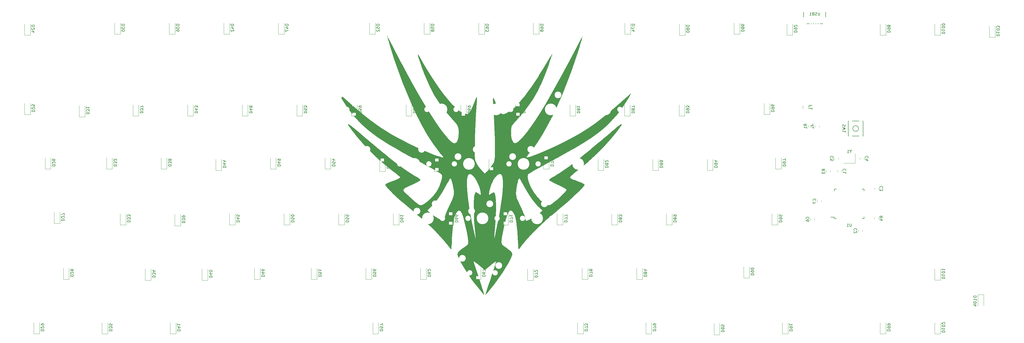
<source format=gbo>
G04 #@! TF.GenerationSoftware,KiCad,Pcbnew,(5.1.6)-1*
G04 #@! TF.CreationDate,2020-07-22T19:14:50-04:00*
G04 #@! TF.ProjectId,Edgedancer81,45646765-6461-46e6-9365-7238312e6b69,rev?*
G04 #@! TF.SameCoordinates,Original*
G04 #@! TF.FileFunction,Legend,Bot*
G04 #@! TF.FilePolarity,Positive*
%FSLAX46Y46*%
G04 Gerber Fmt 4.6, Leading zero omitted, Abs format (unit mm)*
G04 Created by KiCad (PCBNEW (5.1.6)-1) date 2020-07-22 19:14:50*
%MOMM*%
%LPD*%
G01*
G04 APERTURE LIST*
%ADD10C,0.150000*%
%ADD11C,0.010000*%
%ADD12C,0.120000*%
%ADD13C,2.350000*%
%ADD14C,4.087800*%
%ADD15C,1.850000*%
%ADD16C,3.148000*%
%ADD17O,1.800000X2.800000*%
%ADD18R,0.600000X2.350000*%
%ADD19R,1.200000X1.900000*%
%ADD20R,1.500000X1.300000*%
%ADD21R,0.650000X1.600000*%
%ADD22R,1.600000X0.650000*%
%ADD23R,2.100000X2.100000*%
%ADD24C,2.100000*%
%ADD25R,3.300000X2.100000*%
%ADD26R,1.300000X1.000000*%
G04 APERTURE END LIST*
D10*
X316825000Y-76993750D02*
X316825000Y-82443750D01*
X324525000Y-76993750D02*
X324525000Y-82443750D01*
X316825000Y-82443750D02*
X324525000Y-82443750D01*
D11*
G36*
X171724240Y-87404978D02*
G01*
X171855270Y-87920852D01*
X172067969Y-88682967D01*
X172344088Y-89625004D01*
X172523322Y-90218571D01*
X173911853Y-94572249D01*
X175400057Y-98868568D01*
X176968698Y-103062276D01*
X178598541Y-107108121D01*
X180270351Y-110960850D01*
X181964892Y-114575211D01*
X183662930Y-117905953D01*
X185345229Y-120907822D01*
X186091361Y-122138281D01*
X186851745Y-123314254D01*
X187705139Y-124560042D01*
X188587271Y-125787564D01*
X189433870Y-126908742D01*
X190180663Y-127835497D01*
X190580198Y-128289843D01*
X190989331Y-128766505D01*
X191124034Y-129035049D01*
X191009867Y-129147195D01*
X191004493Y-129148350D01*
X190598369Y-129114121D01*
X189882892Y-128926626D01*
X188906125Y-128605124D01*
X187716129Y-128168877D01*
X186360966Y-127637142D01*
X184888697Y-127029182D01*
X183347385Y-126364254D01*
X181785090Y-125661620D01*
X180249874Y-124940539D01*
X179112115Y-124382683D01*
X176895062Y-123251463D01*
X174847160Y-122156355D01*
X172926400Y-121067395D01*
X171090774Y-119954619D01*
X169298275Y-118788063D01*
X167506894Y-117537763D01*
X165674623Y-116173755D01*
X163759453Y-114666075D01*
X161719378Y-112984759D01*
X159512388Y-111099843D01*
X157096475Y-108981362D01*
X155394020Y-107464746D01*
X154716946Y-106858593D01*
X155451976Y-108220062D01*
X157430504Y-111468222D01*
X159751276Y-114521099D01*
X162255838Y-117220091D01*
X163532285Y-118415135D01*
X164922139Y-119599939D01*
X166454929Y-120793814D01*
X168160186Y-122016072D01*
X170067443Y-123286026D01*
X172206228Y-124622988D01*
X174606073Y-126046271D01*
X177296509Y-127575186D01*
X180307067Y-129229046D01*
X182066406Y-130175608D01*
X182793536Y-130568131D01*
X183394008Y-130899272D01*
X183776239Y-131118223D01*
X183852344Y-131166399D01*
X184122924Y-131331186D01*
X184625592Y-131615884D01*
X185142187Y-131899359D01*
X186289458Y-132527926D01*
X187416414Y-133158721D01*
X188450818Y-133750167D01*
X189320432Y-134260688D01*
X189953021Y-134648708D01*
X190177297Y-134797333D01*
X190509747Y-135065068D01*
X190662008Y-135347810D01*
X190680039Y-135787658D01*
X190640952Y-136230894D01*
X190468549Y-137089861D01*
X190134095Y-138147389D01*
X189690445Y-139268386D01*
X189190455Y-140317760D01*
X188745752Y-141074804D01*
X187672043Y-142515240D01*
X186516843Y-143783155D01*
X185343032Y-144818977D01*
X184213486Y-145563134D01*
X183799469Y-145761045D01*
X183484106Y-145868645D01*
X183173249Y-145897390D01*
X182830301Y-145822220D01*
X182418665Y-145618077D01*
X181901744Y-145259904D01*
X181242942Y-144722643D01*
X180405661Y-143981236D01*
X179353305Y-143010625D01*
X178196875Y-141924947D01*
X177567496Y-141308180D01*
X177201347Y-140842055D01*
X177117324Y-140468334D01*
X177334322Y-140128780D01*
X177871237Y-139765158D01*
X178746966Y-139319230D01*
X179096561Y-139152149D01*
X180417972Y-138520346D01*
X181419216Y-138030974D01*
X182141137Y-137661600D01*
X182624582Y-137389793D01*
X182910394Y-137193121D01*
X183039421Y-137049153D01*
X183058594Y-136976259D01*
X182896259Y-136782413D01*
X182457942Y-136451317D01*
X181816673Y-136034666D01*
X181272656Y-135712075D01*
X179812247Y-134822783D01*
X178134966Y-133707883D01*
X176309381Y-132417509D01*
X174404060Y-131001794D01*
X172487568Y-129510874D01*
X170628475Y-127994883D01*
X170046860Y-127504123D01*
X169495040Y-127036857D01*
X168980560Y-126605246D01*
X168856235Y-126501954D01*
X168584211Y-126274257D01*
X168052061Y-125826540D01*
X167302733Y-125195024D01*
X166379174Y-124415924D01*
X165324330Y-123525458D01*
X164181149Y-122559845D01*
X163909375Y-122330204D01*
X162393011Y-121050791D01*
X161150847Y-120007959D01*
X160155648Y-119180130D01*
X159380180Y-118545725D01*
X158797207Y-118083165D01*
X158379496Y-117770870D01*
X158099810Y-117587263D01*
X157930917Y-117510764D01*
X157845580Y-117519795D01*
X157842142Y-117522961D01*
X157906075Y-117724611D01*
X158190689Y-118179904D01*
X158658587Y-118840981D01*
X159272368Y-119659983D01*
X159994635Y-120589049D01*
X160787989Y-121580320D01*
X161615031Y-122585937D01*
X162438363Y-123558039D01*
X163220586Y-124448767D01*
X163464490Y-124717968D01*
X165141144Y-126505594D01*
X166772039Y-128141275D01*
X168441606Y-129702326D01*
X170234274Y-131266062D01*
X172234472Y-132909800D01*
X173533594Y-133938629D01*
X174373726Y-134597309D01*
X175107620Y-135174097D01*
X175676266Y-135622507D01*
X176020657Y-135896055D01*
X176090165Y-135952601D01*
X176068525Y-136140939D01*
X175731782Y-136415549D01*
X175142567Y-136740931D01*
X174363508Y-137081585D01*
X173632812Y-137345486D01*
X172515771Y-137746963D01*
X171653368Y-138126600D01*
X171087912Y-138462797D01*
X170861710Y-138733955D01*
X170859379Y-138761454D01*
X170991492Y-138993176D01*
X171347488Y-139442336D01*
X171872691Y-140043681D01*
X172496488Y-140715277D01*
X173038161Y-141276084D01*
X173569084Y-141808597D01*
X174127704Y-142347175D01*
X174752470Y-142926176D01*
X175481827Y-143579959D01*
X176354223Y-144342882D01*
X177408105Y-145249302D01*
X178681920Y-146333579D01*
X180214115Y-147630070D01*
X180578125Y-147937426D01*
X181937359Y-149086564D01*
X183047526Y-150031423D01*
X183963972Y-150822368D01*
X184742042Y-151509760D01*
X185437082Y-152143965D01*
X186104437Y-152775346D01*
X186799453Y-153454266D01*
X187577475Y-154231089D01*
X188340968Y-155001504D01*
X189321462Y-156014317D01*
X190298464Y-157061109D01*
X191201736Y-158063913D01*
X191961036Y-158944757D01*
X192502972Y-159621458D01*
X193021882Y-160305951D01*
X193445924Y-160847971D01*
X193724575Y-161184028D01*
X193808615Y-161262217D01*
X193833324Y-161059756D01*
X193875307Y-160523099D01*
X193930348Y-159714341D01*
X193994227Y-158695581D01*
X194062727Y-157528913D01*
X194065270Y-157484167D01*
X194205398Y-155304628D01*
X194361224Y-153484196D01*
X194539731Y-151985202D01*
X194747902Y-150769974D01*
X194992722Y-149800839D01*
X195281175Y-149040128D01*
X195620244Y-148450170D01*
X195777941Y-148246009D01*
X196276939Y-147768260D01*
X196698708Y-147650440D01*
X197081792Y-147903133D01*
X197464733Y-148536921D01*
X197555198Y-148733992D01*
X197891582Y-149619143D01*
X198253795Y-150782465D01*
X198621353Y-152133707D01*
X198973772Y-153582615D01*
X199290567Y-155038939D01*
X199551254Y-156412424D01*
X199735349Y-157612819D01*
X199822366Y-158549871D01*
X199826562Y-158741402D01*
X199780994Y-159198090D01*
X199606671Y-159592370D01*
X199247162Y-159987293D01*
X198646038Y-160445908D01*
X197816093Y-160987744D01*
X196875951Y-161663627D01*
X196300203Y-162286007D01*
X196064788Y-162882692D01*
X196056250Y-163021447D01*
X196167419Y-163518196D01*
X196482938Y-164289883D01*
X196975824Y-165288965D01*
X197619097Y-166467896D01*
X198385775Y-167779133D01*
X199248875Y-169175129D01*
X200181415Y-170608341D01*
X201156414Y-172031225D01*
X201222567Y-172124983D01*
X201534832Y-172542481D01*
X202032236Y-173180801D01*
X202651113Y-173960948D01*
X203327797Y-174803925D01*
X203998625Y-175630735D01*
X204599930Y-176362383D01*
X205068047Y-176919873D01*
X205293659Y-177176422D01*
X205299314Y-177135156D01*
X205245145Y-176921403D01*
X205121740Y-176505305D01*
X204919687Y-175857003D01*
X204629574Y-174946638D01*
X204241988Y-173744351D01*
X203747518Y-172220284D01*
X203238342Y-170656250D01*
X202739989Y-169127201D01*
X202352313Y-167934112D01*
X202063646Y-167035393D01*
X201862320Y-166389458D01*
X201736667Y-165954718D01*
X201675020Y-165689585D01*
X201665710Y-165552472D01*
X201697069Y-165501790D01*
X201757430Y-165495952D01*
X201790822Y-165496875D01*
X202015389Y-165617866D01*
X202473182Y-165946938D01*
X203096658Y-166433237D01*
X203788569Y-167000964D01*
X205581250Y-168505054D01*
X207373931Y-167000964D01*
X208091925Y-166411739D01*
X208707865Y-165930814D01*
X209154602Y-165608989D01*
X209362086Y-165496875D01*
X209432916Y-165513921D01*
X209469022Y-165589907D01*
X209459693Y-165762101D01*
X209394218Y-166067772D01*
X209261886Y-166544187D01*
X209051984Y-167228616D01*
X208753800Y-168158327D01*
X208356624Y-169370589D01*
X207849744Y-170902670D01*
X207541106Y-171832541D01*
X207089833Y-173198010D01*
X206685269Y-174434863D01*
X206342856Y-175494854D01*
X206078037Y-176329731D01*
X205906256Y-176891248D01*
X205842956Y-177131153D01*
X205843555Y-177136263D01*
X205977824Y-177007630D01*
X206316138Y-176621404D01*
X206814330Y-176029672D01*
X207428236Y-175284524D01*
X207770329Y-174863844D01*
X208818161Y-173525112D01*
X209871012Y-172097879D01*
X210900790Y-170627569D01*
X211879401Y-169159608D01*
X212778754Y-167739420D01*
X213570754Y-166412432D01*
X214227311Y-165224069D01*
X214720330Y-164219756D01*
X215021720Y-163444917D01*
X215106250Y-163001798D01*
X214938519Y-162407708D01*
X214422637Y-161785031D01*
X213539571Y-161111987D01*
X213346407Y-160987744D01*
X212477386Y-160420803D01*
X211899214Y-159976799D01*
X211554577Y-159588161D01*
X211386161Y-159187318D01*
X211336654Y-158706701D01*
X211335937Y-158617487D01*
X211383455Y-157971248D01*
X211514476Y-157029772D01*
X211711702Y-155881685D01*
X211957834Y-154615611D01*
X212235575Y-153320175D01*
X212527626Y-152084000D01*
X212816688Y-150995712D01*
X212838140Y-150921231D01*
X213258964Y-149577306D01*
X213642612Y-148604796D01*
X214007499Y-147982153D01*
X214372039Y-147687830D01*
X214754649Y-147700280D01*
X215173743Y-147997954D01*
X215260626Y-148086692D01*
X215667865Y-148646621D01*
X216015845Y-149413079D01*
X216310728Y-150417707D01*
X216558675Y-151692149D01*
X216765846Y-153268044D01*
X216938402Y-155177035D01*
X217081957Y-157440508D01*
X217147644Y-158615474D01*
X217210507Y-159645939D01*
X217266317Y-160469650D01*
X217310842Y-161024353D01*
X217339854Y-161247792D01*
X217340744Y-161249077D01*
X217475491Y-161125676D01*
X217793653Y-160746714D01*
X218243124Y-160176066D01*
X218619657Y-159681225D01*
X220185622Y-157751047D01*
X222103763Y-155660040D01*
X224366736Y-153415470D01*
X226967198Y-151024601D01*
X229897805Y-148494698D01*
X230091879Y-148332031D01*
X230904525Y-147645723D01*
X225689810Y-147645723D01*
X225110921Y-148252741D01*
X224530876Y-148770537D01*
X223714482Y-149384900D01*
X222780671Y-150015520D01*
X221848372Y-150582089D01*
X221036518Y-151004296D01*
X221035272Y-151004861D01*
X220406858Y-151276739D01*
X220046519Y-151381445D01*
X219867592Y-151329762D01*
X219790385Y-151159765D01*
X219708939Y-150832505D01*
X219574657Y-150274275D01*
X219490577Y-149919531D01*
X219323916Y-149398610D01*
X219016806Y-148609316D01*
X218605553Y-147638616D01*
X218126463Y-146573479D01*
X217833767Y-145950781D01*
X217303900Y-144832670D01*
X216924442Y-143993701D01*
X216670234Y-143357088D01*
X216516119Y-142846043D01*
X216436939Y-142383778D01*
X216407537Y-141893505D01*
X216403475Y-141585156D01*
X216440364Y-140862391D01*
X216545747Y-140001674D01*
X216701697Y-139083115D01*
X216890288Y-138186825D01*
X217067842Y-137493481D01*
X211917096Y-137493481D01*
X211905898Y-138925686D01*
X211800659Y-140649501D01*
X211604794Y-142634484D01*
X211321718Y-144850196D01*
X210954844Y-147266196D01*
X210507586Y-149852043D01*
X209983359Y-152577299D01*
X209465761Y-155045172D01*
X209268303Y-155961251D01*
X209106306Y-156730118D01*
X208996274Y-157272215D01*
X208954707Y-157507986D01*
X208954687Y-157509104D01*
X208859190Y-157528822D01*
X208843218Y-157514051D01*
X208815807Y-157281522D01*
X208831860Y-156745186D01*
X208887115Y-155995232D01*
X208940852Y-155446994D01*
X209146669Y-153288542D01*
X209298743Y-151194294D01*
X209397589Y-149202574D01*
X209443721Y-147351710D01*
X209437655Y-145680025D01*
X209379903Y-144225845D01*
X209270982Y-143027495D01*
X209111406Y-142123301D01*
X208901689Y-141551589D01*
X208752025Y-141384107D01*
X208490072Y-141420074D01*
X208063475Y-141652392D01*
X207895328Y-141772604D01*
X207454672Y-142087167D01*
X207150878Y-142264929D01*
X207100410Y-142279687D01*
X206962122Y-142109294D01*
X206961314Y-141807813D01*
X204192703Y-141807813D01*
X204136120Y-142193263D01*
X204008975Y-142279687D01*
X203750968Y-142162002D01*
X203342249Y-141870455D01*
X203236189Y-141783593D01*
X202827234Y-141465207D01*
X202550190Y-141295911D01*
X202516307Y-141287500D01*
X202363221Y-141451341D01*
X202138339Y-141860996D01*
X202060132Y-142031640D01*
X201918622Y-142589249D01*
X201816799Y-143487511D01*
X201753641Y-144672300D01*
X201728128Y-146089487D01*
X201739241Y-147684945D01*
X201785958Y-149404546D01*
X201867259Y-151194162D01*
X201982123Y-152999666D01*
X202129531Y-154766929D01*
X202308461Y-156441823D01*
X202336037Y-156666406D01*
X202398676Y-157292124D01*
X202386515Y-157545960D01*
X202305774Y-157444547D01*
X202162674Y-157004519D01*
X201963434Y-156242512D01*
X201714275Y-155175158D01*
X201621408Y-154755324D01*
X201061916Y-152075184D01*
X200570179Y-149475521D01*
X200149901Y-146990059D01*
X199804791Y-144652521D01*
X199538554Y-142496631D01*
X199438835Y-141442992D01*
X194830881Y-141442992D01*
X194821281Y-141928714D01*
X194736649Y-142436217D01*
X194556858Y-143030976D01*
X194261782Y-143778469D01*
X193831291Y-144744174D01*
X193245258Y-145993565D01*
X193184908Y-146120669D01*
X192711526Y-147156609D01*
X192282703Y-148167562D01*
X191939452Y-149051751D01*
X191722789Y-149707400D01*
X191693982Y-149820312D01*
X191509952Y-150610085D01*
X191379027Y-151084519D01*
X191261056Y-151314040D01*
X191115885Y-151369069D01*
X190903361Y-151320032D01*
X190848243Y-151303641D01*
X190470801Y-151147605D01*
X189863532Y-150849288D01*
X189140072Y-150465260D01*
X188927337Y-150347380D01*
X188076342Y-149825791D01*
X187214725Y-149224321D01*
X186517717Y-148665940D01*
X186470049Y-148622918D01*
X185486205Y-147723180D01*
X187149743Y-146031895D01*
X187992243Y-145120427D01*
X188801099Y-144121414D01*
X189615348Y-142977279D01*
X190474032Y-141630450D01*
X191416190Y-140023350D01*
X192285937Y-138457164D01*
X192736780Y-137657030D01*
X193136804Y-136996161D01*
X193439999Y-136547509D01*
X193592704Y-136385245D01*
X193730816Y-136532452D01*
X193915978Y-136990589D01*
X194127102Y-137679607D01*
X194343101Y-138519455D01*
X194542887Y-139430081D01*
X194705373Y-140331435D01*
X194785579Y-140913574D01*
X194830881Y-141442992D01*
X199438835Y-141442992D01*
X199354898Y-140556114D01*
X199257529Y-138864692D01*
X199250154Y-137456091D01*
X199336480Y-136364032D01*
X199518781Y-135625657D01*
X199885596Y-135076849D01*
X200356946Y-134890534D01*
X200909872Y-135053362D01*
X201521414Y-135551988D01*
X202168613Y-136373064D01*
X202828510Y-137503243D01*
X202862331Y-137569408D01*
X203287501Y-138495167D01*
X203649926Y-139450910D01*
X203932803Y-140367614D01*
X204119329Y-141176256D01*
X204192703Y-141807813D01*
X206961314Y-141807813D01*
X206960880Y-141646077D01*
X207077355Y-140961980D01*
X207292216Y-140128947D01*
X207586131Y-139218923D01*
X207939769Y-138303851D01*
X208333800Y-137455676D01*
X208460042Y-137219531D01*
X209138695Y-136145945D01*
X209793005Y-135395075D01*
X210400778Y-134978035D01*
X210939815Y-134905936D01*
X211387920Y-135189893D01*
X211643719Y-135625657D01*
X211830842Y-136383324D01*
X211917096Y-137493481D01*
X217067842Y-137493481D01*
X217093596Y-137392914D01*
X217293695Y-136781492D01*
X217472658Y-136432670D01*
X217567278Y-136384054D01*
X217739632Y-136577315D01*
X218050769Y-137052984D01*
X218457460Y-137740789D01*
X218916476Y-138570462D01*
X218944596Y-138622956D01*
X220028486Y-140551578D01*
X221135817Y-142337960D01*
X222228209Y-143926795D01*
X223267282Y-145262776D01*
X224214655Y-146290596D01*
X224360770Y-146427900D01*
X225689810Y-147645723D01*
X230904525Y-147645723D01*
X232067576Y-146663487D01*
X233875558Y-145105846D01*
X235497625Y-143676167D01*
X236915572Y-142391505D01*
X238111198Y-141268919D01*
X239066300Y-140325465D01*
X239762675Y-139578203D01*
X240182123Y-139044188D01*
X240307812Y-138758721D01*
X240155231Y-138534192D01*
X239684513Y-138240821D01*
X238876200Y-137868986D01*
X237710833Y-137409067D01*
X237183481Y-137213998D01*
X236308382Y-136892880D01*
X235688993Y-136630117D01*
X235332841Y-136381696D01*
X235247457Y-136103603D01*
X235440370Y-135751826D01*
X235919108Y-135282350D01*
X236691200Y-134651162D01*
X237764177Y-133814249D01*
X237765190Y-133813460D01*
X241123585Y-131063275D01*
X244270587Y-128213463D01*
X247157462Y-125312103D01*
X249735476Y-122407277D01*
X251233117Y-120526031D01*
X252093952Y-119381283D01*
X252716121Y-118526345D01*
X253109114Y-117941306D01*
X253282420Y-117606253D01*
X253245531Y-117501274D01*
X253007936Y-117606457D01*
X252579125Y-117901888D01*
X252431231Y-118012114D01*
X252144119Y-118232224D01*
X251809108Y-118498443D01*
X251383758Y-118846079D01*
X250825625Y-119310439D01*
X250092268Y-119926833D01*
X249141246Y-120730568D01*
X247947656Y-121742075D01*
X247170335Y-122399592D01*
X246238527Y-123185063D01*
X245213882Y-124046804D01*
X244158050Y-124933125D01*
X243132680Y-125792341D01*
X242199424Y-126572765D01*
X241419929Y-127222709D01*
X240855847Y-127690487D01*
X240695957Y-127821868D01*
X239187100Y-129051561D01*
X237929151Y-130067459D01*
X236868632Y-130910445D01*
X235952067Y-131621403D01*
X235125982Y-132241216D01*
X234336900Y-132810766D01*
X233531345Y-133370938D01*
X232719481Y-133920014D01*
X231768706Y-134543070D01*
X230784271Y-135165134D01*
X229893714Y-135706790D01*
X229319898Y-136036928D01*
X228695396Y-136411939D01*
X228247353Y-136742273D01*
X228056267Y-136966926D01*
X228056191Y-136994557D01*
X228179460Y-137145303D01*
X228497583Y-137365825D01*
X229045780Y-137675114D01*
X229859268Y-138092163D01*
X230973266Y-138635964D01*
X232064532Y-139156113D01*
X232846174Y-139549853D01*
X233497323Y-139921918D01*
X233928231Y-140218737D01*
X234042871Y-140336962D01*
X234081565Y-140522004D01*
X233975868Y-140776140D01*
X233688281Y-141147332D01*
X233181303Y-141683541D01*
X232417437Y-142432729D01*
X232364277Y-142483904D01*
X231003361Y-143757806D01*
X229882232Y-144729390D01*
X228991895Y-145405558D01*
X228323355Y-145793213D01*
X227910611Y-145901171D01*
X227461926Y-145783669D01*
X226816167Y-145471742D01*
X226080128Y-145026255D01*
X225360603Y-144508078D01*
X225121699Y-144311619D01*
X224810736Y-144003850D01*
X224333648Y-143485289D01*
X223777145Y-142851061D01*
X223586636Y-142627614D01*
X222755781Y-141536544D01*
X222023374Y-140365976D01*
X221409978Y-139173119D01*
X220936151Y-138015183D01*
X220622456Y-136949378D01*
X220489452Y-136032914D01*
X220557699Y-135323000D01*
X220811328Y-134905301D01*
X221118819Y-134686436D01*
X221629587Y-134359811D01*
X222243636Y-133984973D01*
X222860970Y-133621465D01*
X223381594Y-133328833D01*
X223705510Y-133166621D01*
X223756447Y-133151562D01*
X223963598Y-133055877D01*
X224380851Y-132814888D01*
X224585584Y-132689070D01*
X225026831Y-132421675D01*
X225596012Y-132093226D01*
X226341387Y-131676973D01*
X227311213Y-131146166D01*
X228553752Y-130474054D01*
X229492969Y-129968891D01*
X230227684Y-129569239D01*
X231217541Y-129023681D01*
X232374773Y-128381291D01*
X233611611Y-127691144D01*
X234840286Y-127002315D01*
X235973028Y-126363877D01*
X236922071Y-125824905D01*
X237529687Y-125475284D01*
X240583978Y-123622710D01*
X243284277Y-121822690D01*
X245665678Y-120049521D01*
X247763271Y-118277501D01*
X249116464Y-116988976D01*
X251743128Y-114092640D01*
X254013483Y-111036183D01*
X255726983Y-108191699D01*
X256447292Y-106858593D01*
X255868568Y-107366583D01*
X255400446Y-107778448D01*
X254773802Y-108331085D01*
X254056615Y-108964390D01*
X253316863Y-109618256D01*
X252622525Y-110232576D01*
X252041579Y-110747246D01*
X251642003Y-111102159D01*
X251505670Y-111224218D01*
X251249986Y-111446136D01*
X250788984Y-111837508D01*
X250222277Y-112313766D01*
X250220055Y-112315625D01*
X249549204Y-112879690D01*
X248885053Y-113442765D01*
X248450894Y-113814544D01*
X246380041Y-115508614D01*
X244051001Y-117250038D01*
X241580880Y-118957073D01*
X239086784Y-120547978D01*
X237289618Y-121605221D01*
X235304299Y-122692054D01*
X233176472Y-123795109D01*
X230977746Y-124881219D01*
X228779735Y-125917215D01*
X226654049Y-126869929D01*
X224672301Y-127706193D01*
X222906102Y-128392838D01*
X221806615Y-128776447D01*
X220899704Y-129048778D01*
X220335701Y-129151662D01*
X220095095Y-129077396D01*
X220158375Y-128818274D01*
X220506028Y-128366593D01*
X220574223Y-128289843D01*
X222228259Y-126279877D01*
X223916827Y-123901394D01*
X225627750Y-121179994D01*
X227348850Y-118141277D01*
X229067950Y-114810843D01*
X230772874Y-111214292D01*
X232451444Y-107377224D01*
X234091482Y-103325239D01*
X235680813Y-99083937D01*
X237207259Y-94678917D01*
X238541216Y-90517864D01*
X238865419Y-89451479D01*
X239138178Y-88524876D01*
X239341714Y-87800926D01*
X239458248Y-87342496D01*
X239476908Y-87209199D01*
X239370863Y-87357023D01*
X239111967Y-87807084D01*
X238728085Y-88508278D01*
X238247082Y-89409500D01*
X237696824Y-90459645D01*
X237545883Y-90750710D01*
X235077873Y-95473665D01*
X232751448Y-99830041D01*
X230564551Y-103823229D01*
X228515121Y-107456618D01*
X226601100Y-110733597D01*
X224820430Y-113657556D01*
X223171050Y-116231884D01*
X221650903Y-118459970D01*
X220257930Y-120345204D01*
X218990071Y-121890976D01*
X217967587Y-122981640D01*
X217120943Y-123731904D01*
X216438475Y-124133997D01*
X215890501Y-124186057D01*
X215447339Y-123886220D01*
X215079307Y-123232623D01*
X214919859Y-122790317D01*
X214799605Y-122185562D01*
X214724577Y-121345100D01*
X214695826Y-120397582D01*
X214714398Y-119471659D01*
X214781342Y-118695981D01*
X214882743Y-118235470D01*
X215082661Y-117914658D01*
X215501589Y-117375201D01*
X216083758Y-116684822D01*
X216773400Y-115911245D01*
X216991676Y-115674404D01*
X219020717Y-113366442D01*
X220831883Y-111030327D01*
X222458253Y-108607208D01*
X223932908Y-106038231D01*
X225288927Y-103264544D01*
X226559390Y-100227293D01*
X227777375Y-96867627D01*
X228092806Y-95924112D01*
X228412782Y-94945381D01*
X228682993Y-94106551D01*
X228881446Y-93476867D01*
X228986148Y-93125574D01*
X228996875Y-93077721D01*
X228900739Y-93207899D01*
X228632915Y-93629262D01*
X228224281Y-94291706D01*
X227705711Y-95145129D01*
X227108083Y-96139427D01*
X227043531Y-96247405D01*
X226362386Y-97385216D01*
X225684898Y-98513164D01*
X225062990Y-99545068D01*
X224548586Y-100394750D01*
X224237026Y-100905468D01*
X223164493Y-102584351D01*
X221983180Y-104316107D01*
X220741489Y-106037624D01*
X219487825Y-107685784D01*
X218270591Y-109197475D01*
X217138191Y-110509581D01*
X216139028Y-111558987D01*
X215870039Y-111815423D01*
X215014927Y-112523502D01*
X214098074Y-113143337D01*
X213201059Y-113632105D01*
X212405462Y-113946983D01*
X211792859Y-114045149D01*
X211658309Y-114026278D01*
X211161200Y-113713240D01*
X210623986Y-113012352D01*
X210045282Y-111921404D01*
X209444608Y-110492617D01*
X209177518Y-109787163D01*
X208955662Y-109195082D01*
X208776839Y-108740102D01*
X208638843Y-108445949D01*
X208539472Y-108336353D01*
X208476522Y-108435041D01*
X208447790Y-108765740D01*
X208451071Y-109352179D01*
X208484163Y-110218085D01*
X208544861Y-111387186D01*
X208630963Y-112883210D01*
X208740265Y-114729885D01*
X208860671Y-116780468D01*
X208963887Y-118763015D01*
X209044217Y-120734476D01*
X209101448Y-122648189D01*
X209135369Y-124457488D01*
X209145767Y-126115711D01*
X209132430Y-127576192D01*
X209095146Y-128792268D01*
X209033705Y-129717276D01*
X208947892Y-130304550D01*
X208922502Y-130393435D01*
X208573667Y-131144615D01*
X208019069Y-132043499D01*
X207343695Y-132967657D01*
X206632533Y-133794654D01*
X206395021Y-134034519D01*
X205582633Y-134818256D01*
X204865314Y-134133737D01*
X204034268Y-133243828D01*
X203266098Y-132246341D01*
X202644592Y-131260463D01*
X202262005Y-130430605D01*
X202171983Y-130113542D01*
X202103800Y-129725521D01*
X202056083Y-129218512D01*
X202027455Y-128544485D01*
X202016542Y-127655412D01*
X202021967Y-126503262D01*
X202042357Y-125040005D01*
X202067826Y-123648656D01*
X202112339Y-121826719D01*
X202176492Y-119833706D01*
X202255368Y-117790051D01*
X202344053Y-115816186D01*
X202437631Y-114032546D01*
X202504884Y-112939628D01*
X202591291Y-111598476D01*
X202662949Y-110394249D01*
X202717085Y-109381682D01*
X202750928Y-108615509D01*
X202761705Y-108150465D01*
X202753386Y-108032552D01*
X202658162Y-108176569D01*
X202452862Y-108623361D01*
X202167304Y-109304301D01*
X201831307Y-110150761D01*
X201817401Y-110186674D01*
X201233049Y-111613985D01*
X200718338Y-112683726D01*
X200255466Y-113425446D01*
X199826628Y-113868699D01*
X199504191Y-114026278D01*
X198995312Y-113997724D01*
X198211505Y-113740084D01*
X197716069Y-113522791D01*
X196642986Y-112875194D01*
X195433552Y-111881655D01*
X194103678Y-110562739D01*
X192669270Y-108939014D01*
X191146237Y-107031043D01*
X189550488Y-104859392D01*
X187897931Y-102444627D01*
X186204475Y-99807313D01*
X184486028Y-96968014D01*
X183245748Y-94816473D01*
X182831662Y-94098309D01*
X182493079Y-93538710D01*
X182273644Y-93208221D01*
X182214902Y-93150202D01*
X182242248Y-93362575D01*
X182383476Y-93881605D01*
X182616396Y-94641125D01*
X182918818Y-95574973D01*
X183268552Y-96616984D01*
X183643408Y-97700995D01*
X184021197Y-98760841D01*
X184379728Y-99730358D01*
X184682738Y-100508593D01*
X186213626Y-104004567D01*
X187866489Y-107182623D01*
X189686510Y-110114220D01*
X191718871Y-112870816D01*
X194008755Y-115523868D01*
X194522020Y-116069761D01*
X195323446Y-116949854D01*
X195869790Y-117679739D01*
X196208123Y-118366525D01*
X196385519Y-119117323D01*
X196449047Y-120039242D01*
X196453125Y-120463909D01*
X196378206Y-121919482D01*
X196155143Y-123025655D01*
X195786480Y-123776156D01*
X195274758Y-124164713D01*
X194929655Y-124221875D01*
X194408812Y-124048186D01*
X193723989Y-123541203D01*
X192889804Y-122722044D01*
X191920880Y-121611831D01*
X190831837Y-120231684D01*
X189637297Y-118602724D01*
X188351880Y-116746071D01*
X186990207Y-114682846D01*
X185566900Y-112434170D01*
X184096579Y-110021163D01*
X182593866Y-107464945D01*
X181073381Y-104786638D01*
X179549746Y-102007361D01*
X179544098Y-101996875D01*
X178715433Y-100456813D01*
X178029183Y-99177788D01*
X177438643Y-98071919D01*
X176897110Y-97051324D01*
X176357878Y-96028123D01*
X175774243Y-94914434D01*
X175431136Y-94257812D01*
X174806138Y-93057754D01*
X174151990Y-91796401D01*
X173529830Y-90591987D01*
X173000799Y-89562749D01*
X172793644Y-89157308D01*
X172381690Y-88365286D01*
X172035475Y-87730910D01*
X171792851Y-87321445D01*
X171693130Y-87201661D01*
X171724240Y-87404978D01*
G37*
X171724240Y-87404978D02*
X171855270Y-87920852D01*
X172067969Y-88682967D01*
X172344088Y-89625004D01*
X172523322Y-90218571D01*
X173911853Y-94572249D01*
X175400057Y-98868568D01*
X176968698Y-103062276D01*
X178598541Y-107108121D01*
X180270351Y-110960850D01*
X181964892Y-114575211D01*
X183662930Y-117905953D01*
X185345229Y-120907822D01*
X186091361Y-122138281D01*
X186851745Y-123314254D01*
X187705139Y-124560042D01*
X188587271Y-125787564D01*
X189433870Y-126908742D01*
X190180663Y-127835497D01*
X190580198Y-128289843D01*
X190989331Y-128766505D01*
X191124034Y-129035049D01*
X191009867Y-129147195D01*
X191004493Y-129148350D01*
X190598369Y-129114121D01*
X189882892Y-128926626D01*
X188906125Y-128605124D01*
X187716129Y-128168877D01*
X186360966Y-127637142D01*
X184888697Y-127029182D01*
X183347385Y-126364254D01*
X181785090Y-125661620D01*
X180249874Y-124940539D01*
X179112115Y-124382683D01*
X176895062Y-123251463D01*
X174847160Y-122156355D01*
X172926400Y-121067395D01*
X171090774Y-119954619D01*
X169298275Y-118788063D01*
X167506894Y-117537763D01*
X165674623Y-116173755D01*
X163759453Y-114666075D01*
X161719378Y-112984759D01*
X159512388Y-111099843D01*
X157096475Y-108981362D01*
X155394020Y-107464746D01*
X154716946Y-106858593D01*
X155451976Y-108220062D01*
X157430504Y-111468222D01*
X159751276Y-114521099D01*
X162255838Y-117220091D01*
X163532285Y-118415135D01*
X164922139Y-119599939D01*
X166454929Y-120793814D01*
X168160186Y-122016072D01*
X170067443Y-123286026D01*
X172206228Y-124622988D01*
X174606073Y-126046271D01*
X177296509Y-127575186D01*
X180307067Y-129229046D01*
X182066406Y-130175608D01*
X182793536Y-130568131D01*
X183394008Y-130899272D01*
X183776239Y-131118223D01*
X183852344Y-131166399D01*
X184122924Y-131331186D01*
X184625592Y-131615884D01*
X185142187Y-131899359D01*
X186289458Y-132527926D01*
X187416414Y-133158721D01*
X188450818Y-133750167D01*
X189320432Y-134260688D01*
X189953021Y-134648708D01*
X190177297Y-134797333D01*
X190509747Y-135065068D01*
X190662008Y-135347810D01*
X190680039Y-135787658D01*
X190640952Y-136230894D01*
X190468549Y-137089861D01*
X190134095Y-138147389D01*
X189690445Y-139268386D01*
X189190455Y-140317760D01*
X188745752Y-141074804D01*
X187672043Y-142515240D01*
X186516843Y-143783155D01*
X185343032Y-144818977D01*
X184213486Y-145563134D01*
X183799469Y-145761045D01*
X183484106Y-145868645D01*
X183173249Y-145897390D01*
X182830301Y-145822220D01*
X182418665Y-145618077D01*
X181901744Y-145259904D01*
X181242942Y-144722643D01*
X180405661Y-143981236D01*
X179353305Y-143010625D01*
X178196875Y-141924947D01*
X177567496Y-141308180D01*
X177201347Y-140842055D01*
X177117324Y-140468334D01*
X177334322Y-140128780D01*
X177871237Y-139765158D01*
X178746966Y-139319230D01*
X179096561Y-139152149D01*
X180417972Y-138520346D01*
X181419216Y-138030974D01*
X182141137Y-137661600D01*
X182624582Y-137389793D01*
X182910394Y-137193121D01*
X183039421Y-137049153D01*
X183058594Y-136976259D01*
X182896259Y-136782413D01*
X182457942Y-136451317D01*
X181816673Y-136034666D01*
X181272656Y-135712075D01*
X179812247Y-134822783D01*
X178134966Y-133707883D01*
X176309381Y-132417509D01*
X174404060Y-131001794D01*
X172487568Y-129510874D01*
X170628475Y-127994883D01*
X170046860Y-127504123D01*
X169495040Y-127036857D01*
X168980560Y-126605246D01*
X168856235Y-126501954D01*
X168584211Y-126274257D01*
X168052061Y-125826540D01*
X167302733Y-125195024D01*
X166379174Y-124415924D01*
X165324330Y-123525458D01*
X164181149Y-122559845D01*
X163909375Y-122330204D01*
X162393011Y-121050791D01*
X161150847Y-120007959D01*
X160155648Y-119180130D01*
X159380180Y-118545725D01*
X158797207Y-118083165D01*
X158379496Y-117770870D01*
X158099810Y-117587263D01*
X157930917Y-117510764D01*
X157845580Y-117519795D01*
X157842142Y-117522961D01*
X157906075Y-117724611D01*
X158190689Y-118179904D01*
X158658587Y-118840981D01*
X159272368Y-119659983D01*
X159994635Y-120589049D01*
X160787989Y-121580320D01*
X161615031Y-122585937D01*
X162438363Y-123558039D01*
X163220586Y-124448767D01*
X163464490Y-124717968D01*
X165141144Y-126505594D01*
X166772039Y-128141275D01*
X168441606Y-129702326D01*
X170234274Y-131266062D01*
X172234472Y-132909800D01*
X173533594Y-133938629D01*
X174373726Y-134597309D01*
X175107620Y-135174097D01*
X175676266Y-135622507D01*
X176020657Y-135896055D01*
X176090165Y-135952601D01*
X176068525Y-136140939D01*
X175731782Y-136415549D01*
X175142567Y-136740931D01*
X174363508Y-137081585D01*
X173632812Y-137345486D01*
X172515771Y-137746963D01*
X171653368Y-138126600D01*
X171087912Y-138462797D01*
X170861710Y-138733955D01*
X170859379Y-138761454D01*
X170991492Y-138993176D01*
X171347488Y-139442336D01*
X171872691Y-140043681D01*
X172496488Y-140715277D01*
X173038161Y-141276084D01*
X173569084Y-141808597D01*
X174127704Y-142347175D01*
X174752470Y-142926176D01*
X175481827Y-143579959D01*
X176354223Y-144342882D01*
X177408105Y-145249302D01*
X178681920Y-146333579D01*
X180214115Y-147630070D01*
X180578125Y-147937426D01*
X181937359Y-149086564D01*
X183047526Y-150031423D01*
X183963972Y-150822368D01*
X184742042Y-151509760D01*
X185437082Y-152143965D01*
X186104437Y-152775346D01*
X186799453Y-153454266D01*
X187577475Y-154231089D01*
X188340968Y-155001504D01*
X189321462Y-156014317D01*
X190298464Y-157061109D01*
X191201736Y-158063913D01*
X191961036Y-158944757D01*
X192502972Y-159621458D01*
X193021882Y-160305951D01*
X193445924Y-160847971D01*
X193724575Y-161184028D01*
X193808615Y-161262217D01*
X193833324Y-161059756D01*
X193875307Y-160523099D01*
X193930348Y-159714341D01*
X193994227Y-158695581D01*
X194062727Y-157528913D01*
X194065270Y-157484167D01*
X194205398Y-155304628D01*
X194361224Y-153484196D01*
X194539731Y-151985202D01*
X194747902Y-150769974D01*
X194992722Y-149800839D01*
X195281175Y-149040128D01*
X195620244Y-148450170D01*
X195777941Y-148246009D01*
X196276939Y-147768260D01*
X196698708Y-147650440D01*
X197081792Y-147903133D01*
X197464733Y-148536921D01*
X197555198Y-148733992D01*
X197891582Y-149619143D01*
X198253795Y-150782465D01*
X198621353Y-152133707D01*
X198973772Y-153582615D01*
X199290567Y-155038939D01*
X199551254Y-156412424D01*
X199735349Y-157612819D01*
X199822366Y-158549871D01*
X199826562Y-158741402D01*
X199780994Y-159198090D01*
X199606671Y-159592370D01*
X199247162Y-159987293D01*
X198646038Y-160445908D01*
X197816093Y-160987744D01*
X196875951Y-161663627D01*
X196300203Y-162286007D01*
X196064788Y-162882692D01*
X196056250Y-163021447D01*
X196167419Y-163518196D01*
X196482938Y-164289883D01*
X196975824Y-165288965D01*
X197619097Y-166467896D01*
X198385775Y-167779133D01*
X199248875Y-169175129D01*
X200181415Y-170608341D01*
X201156414Y-172031225D01*
X201222567Y-172124983D01*
X201534832Y-172542481D01*
X202032236Y-173180801D01*
X202651113Y-173960948D01*
X203327797Y-174803925D01*
X203998625Y-175630735D01*
X204599930Y-176362383D01*
X205068047Y-176919873D01*
X205293659Y-177176422D01*
X205299314Y-177135156D01*
X205245145Y-176921403D01*
X205121740Y-176505305D01*
X204919687Y-175857003D01*
X204629574Y-174946638D01*
X204241988Y-173744351D01*
X203747518Y-172220284D01*
X203238342Y-170656250D01*
X202739989Y-169127201D01*
X202352313Y-167934112D01*
X202063646Y-167035393D01*
X201862320Y-166389458D01*
X201736667Y-165954718D01*
X201675020Y-165689585D01*
X201665710Y-165552472D01*
X201697069Y-165501790D01*
X201757430Y-165495952D01*
X201790822Y-165496875D01*
X202015389Y-165617866D01*
X202473182Y-165946938D01*
X203096658Y-166433237D01*
X203788569Y-167000964D01*
X205581250Y-168505054D01*
X207373931Y-167000964D01*
X208091925Y-166411739D01*
X208707865Y-165930814D01*
X209154602Y-165608989D01*
X209362086Y-165496875D01*
X209432916Y-165513921D01*
X209469022Y-165589907D01*
X209459693Y-165762101D01*
X209394218Y-166067772D01*
X209261886Y-166544187D01*
X209051984Y-167228616D01*
X208753800Y-168158327D01*
X208356624Y-169370589D01*
X207849744Y-170902670D01*
X207541106Y-171832541D01*
X207089833Y-173198010D01*
X206685269Y-174434863D01*
X206342856Y-175494854D01*
X206078037Y-176329731D01*
X205906256Y-176891248D01*
X205842956Y-177131153D01*
X205843555Y-177136263D01*
X205977824Y-177007630D01*
X206316138Y-176621404D01*
X206814330Y-176029672D01*
X207428236Y-175284524D01*
X207770329Y-174863844D01*
X208818161Y-173525112D01*
X209871012Y-172097879D01*
X210900790Y-170627569D01*
X211879401Y-169159608D01*
X212778754Y-167739420D01*
X213570754Y-166412432D01*
X214227311Y-165224069D01*
X214720330Y-164219756D01*
X215021720Y-163444917D01*
X215106250Y-163001798D01*
X214938519Y-162407708D01*
X214422637Y-161785031D01*
X213539571Y-161111987D01*
X213346407Y-160987744D01*
X212477386Y-160420803D01*
X211899214Y-159976799D01*
X211554577Y-159588161D01*
X211386161Y-159187318D01*
X211336654Y-158706701D01*
X211335937Y-158617487D01*
X211383455Y-157971248D01*
X211514476Y-157029772D01*
X211711702Y-155881685D01*
X211957834Y-154615611D01*
X212235575Y-153320175D01*
X212527626Y-152084000D01*
X212816688Y-150995712D01*
X212838140Y-150921231D01*
X213258964Y-149577306D01*
X213642612Y-148604796D01*
X214007499Y-147982153D01*
X214372039Y-147687830D01*
X214754649Y-147700280D01*
X215173743Y-147997954D01*
X215260626Y-148086692D01*
X215667865Y-148646621D01*
X216015845Y-149413079D01*
X216310728Y-150417707D01*
X216558675Y-151692149D01*
X216765846Y-153268044D01*
X216938402Y-155177035D01*
X217081957Y-157440508D01*
X217147644Y-158615474D01*
X217210507Y-159645939D01*
X217266317Y-160469650D01*
X217310842Y-161024353D01*
X217339854Y-161247792D01*
X217340744Y-161249077D01*
X217475491Y-161125676D01*
X217793653Y-160746714D01*
X218243124Y-160176066D01*
X218619657Y-159681225D01*
X220185622Y-157751047D01*
X222103763Y-155660040D01*
X224366736Y-153415470D01*
X226967198Y-151024601D01*
X229897805Y-148494698D01*
X230091879Y-148332031D01*
X230904525Y-147645723D01*
X225689810Y-147645723D01*
X225110921Y-148252741D01*
X224530876Y-148770537D01*
X223714482Y-149384900D01*
X222780671Y-150015520D01*
X221848372Y-150582089D01*
X221036518Y-151004296D01*
X221035272Y-151004861D01*
X220406858Y-151276739D01*
X220046519Y-151381445D01*
X219867592Y-151329762D01*
X219790385Y-151159765D01*
X219708939Y-150832505D01*
X219574657Y-150274275D01*
X219490577Y-149919531D01*
X219323916Y-149398610D01*
X219016806Y-148609316D01*
X218605553Y-147638616D01*
X218126463Y-146573479D01*
X217833767Y-145950781D01*
X217303900Y-144832670D01*
X216924442Y-143993701D01*
X216670234Y-143357088D01*
X216516119Y-142846043D01*
X216436939Y-142383778D01*
X216407537Y-141893505D01*
X216403475Y-141585156D01*
X216440364Y-140862391D01*
X216545747Y-140001674D01*
X216701697Y-139083115D01*
X216890288Y-138186825D01*
X217067842Y-137493481D01*
X211917096Y-137493481D01*
X211905898Y-138925686D01*
X211800659Y-140649501D01*
X211604794Y-142634484D01*
X211321718Y-144850196D01*
X210954844Y-147266196D01*
X210507586Y-149852043D01*
X209983359Y-152577299D01*
X209465761Y-155045172D01*
X209268303Y-155961251D01*
X209106306Y-156730118D01*
X208996274Y-157272215D01*
X208954707Y-157507986D01*
X208954687Y-157509104D01*
X208859190Y-157528822D01*
X208843218Y-157514051D01*
X208815807Y-157281522D01*
X208831860Y-156745186D01*
X208887115Y-155995232D01*
X208940852Y-155446994D01*
X209146669Y-153288542D01*
X209298743Y-151194294D01*
X209397589Y-149202574D01*
X209443721Y-147351710D01*
X209437655Y-145680025D01*
X209379903Y-144225845D01*
X209270982Y-143027495D01*
X209111406Y-142123301D01*
X208901689Y-141551589D01*
X208752025Y-141384107D01*
X208490072Y-141420074D01*
X208063475Y-141652392D01*
X207895328Y-141772604D01*
X207454672Y-142087167D01*
X207150878Y-142264929D01*
X207100410Y-142279687D01*
X206962122Y-142109294D01*
X206961314Y-141807813D01*
X204192703Y-141807813D01*
X204136120Y-142193263D01*
X204008975Y-142279687D01*
X203750968Y-142162002D01*
X203342249Y-141870455D01*
X203236189Y-141783593D01*
X202827234Y-141465207D01*
X202550190Y-141295911D01*
X202516307Y-141287500D01*
X202363221Y-141451341D01*
X202138339Y-141860996D01*
X202060132Y-142031640D01*
X201918622Y-142589249D01*
X201816799Y-143487511D01*
X201753641Y-144672300D01*
X201728128Y-146089487D01*
X201739241Y-147684945D01*
X201785958Y-149404546D01*
X201867259Y-151194162D01*
X201982123Y-152999666D01*
X202129531Y-154766929D01*
X202308461Y-156441823D01*
X202336037Y-156666406D01*
X202398676Y-157292124D01*
X202386515Y-157545960D01*
X202305774Y-157444547D01*
X202162674Y-157004519D01*
X201963434Y-156242512D01*
X201714275Y-155175158D01*
X201621408Y-154755324D01*
X201061916Y-152075184D01*
X200570179Y-149475521D01*
X200149901Y-146990059D01*
X199804791Y-144652521D01*
X199538554Y-142496631D01*
X199438835Y-141442992D01*
X194830881Y-141442992D01*
X194821281Y-141928714D01*
X194736649Y-142436217D01*
X194556858Y-143030976D01*
X194261782Y-143778469D01*
X193831291Y-144744174D01*
X193245258Y-145993565D01*
X193184908Y-146120669D01*
X192711526Y-147156609D01*
X192282703Y-148167562D01*
X191939452Y-149051751D01*
X191722789Y-149707400D01*
X191693982Y-149820312D01*
X191509952Y-150610085D01*
X191379027Y-151084519D01*
X191261056Y-151314040D01*
X191115885Y-151369069D01*
X190903361Y-151320032D01*
X190848243Y-151303641D01*
X190470801Y-151147605D01*
X189863532Y-150849288D01*
X189140072Y-150465260D01*
X188927337Y-150347380D01*
X188076342Y-149825791D01*
X187214725Y-149224321D01*
X186517717Y-148665940D01*
X186470049Y-148622918D01*
X185486205Y-147723180D01*
X187149743Y-146031895D01*
X187992243Y-145120427D01*
X188801099Y-144121414D01*
X189615348Y-142977279D01*
X190474032Y-141630450D01*
X191416190Y-140023350D01*
X192285937Y-138457164D01*
X192736780Y-137657030D01*
X193136804Y-136996161D01*
X193439999Y-136547509D01*
X193592704Y-136385245D01*
X193730816Y-136532452D01*
X193915978Y-136990589D01*
X194127102Y-137679607D01*
X194343101Y-138519455D01*
X194542887Y-139430081D01*
X194705373Y-140331435D01*
X194785579Y-140913574D01*
X194830881Y-141442992D01*
X199438835Y-141442992D01*
X199354898Y-140556114D01*
X199257529Y-138864692D01*
X199250154Y-137456091D01*
X199336480Y-136364032D01*
X199518781Y-135625657D01*
X199885596Y-135076849D01*
X200356946Y-134890534D01*
X200909872Y-135053362D01*
X201521414Y-135551988D01*
X202168613Y-136373064D01*
X202828510Y-137503243D01*
X202862331Y-137569408D01*
X203287501Y-138495167D01*
X203649926Y-139450910D01*
X203932803Y-140367614D01*
X204119329Y-141176256D01*
X204192703Y-141807813D01*
X206961314Y-141807813D01*
X206960880Y-141646077D01*
X207077355Y-140961980D01*
X207292216Y-140128947D01*
X207586131Y-139218923D01*
X207939769Y-138303851D01*
X208333800Y-137455676D01*
X208460042Y-137219531D01*
X209138695Y-136145945D01*
X209793005Y-135395075D01*
X210400778Y-134978035D01*
X210939815Y-134905936D01*
X211387920Y-135189893D01*
X211643719Y-135625657D01*
X211830842Y-136383324D01*
X211917096Y-137493481D01*
X217067842Y-137493481D01*
X217093596Y-137392914D01*
X217293695Y-136781492D01*
X217472658Y-136432670D01*
X217567278Y-136384054D01*
X217739632Y-136577315D01*
X218050769Y-137052984D01*
X218457460Y-137740789D01*
X218916476Y-138570462D01*
X218944596Y-138622956D01*
X220028486Y-140551578D01*
X221135817Y-142337960D01*
X222228209Y-143926795D01*
X223267282Y-145262776D01*
X224214655Y-146290596D01*
X224360770Y-146427900D01*
X225689810Y-147645723D01*
X230904525Y-147645723D01*
X232067576Y-146663487D01*
X233875558Y-145105846D01*
X235497625Y-143676167D01*
X236915572Y-142391505D01*
X238111198Y-141268919D01*
X239066300Y-140325465D01*
X239762675Y-139578203D01*
X240182123Y-139044188D01*
X240307812Y-138758721D01*
X240155231Y-138534192D01*
X239684513Y-138240821D01*
X238876200Y-137868986D01*
X237710833Y-137409067D01*
X237183481Y-137213998D01*
X236308382Y-136892880D01*
X235688993Y-136630117D01*
X235332841Y-136381696D01*
X235247457Y-136103603D01*
X235440370Y-135751826D01*
X235919108Y-135282350D01*
X236691200Y-134651162D01*
X237764177Y-133814249D01*
X237765190Y-133813460D01*
X241123585Y-131063275D01*
X244270587Y-128213463D01*
X247157462Y-125312103D01*
X249735476Y-122407277D01*
X251233117Y-120526031D01*
X252093952Y-119381283D01*
X252716121Y-118526345D01*
X253109114Y-117941306D01*
X253282420Y-117606253D01*
X253245531Y-117501274D01*
X253007936Y-117606457D01*
X252579125Y-117901888D01*
X252431231Y-118012114D01*
X252144119Y-118232224D01*
X251809108Y-118498443D01*
X251383758Y-118846079D01*
X250825625Y-119310439D01*
X250092268Y-119926833D01*
X249141246Y-120730568D01*
X247947656Y-121742075D01*
X247170335Y-122399592D01*
X246238527Y-123185063D01*
X245213882Y-124046804D01*
X244158050Y-124933125D01*
X243132680Y-125792341D01*
X242199424Y-126572765D01*
X241419929Y-127222709D01*
X240855847Y-127690487D01*
X240695957Y-127821868D01*
X239187100Y-129051561D01*
X237929151Y-130067459D01*
X236868632Y-130910445D01*
X235952067Y-131621403D01*
X235125982Y-132241216D01*
X234336900Y-132810766D01*
X233531345Y-133370938D01*
X232719481Y-133920014D01*
X231768706Y-134543070D01*
X230784271Y-135165134D01*
X229893714Y-135706790D01*
X229319898Y-136036928D01*
X228695396Y-136411939D01*
X228247353Y-136742273D01*
X228056267Y-136966926D01*
X228056191Y-136994557D01*
X228179460Y-137145303D01*
X228497583Y-137365825D01*
X229045780Y-137675114D01*
X229859268Y-138092163D01*
X230973266Y-138635964D01*
X232064532Y-139156113D01*
X232846174Y-139549853D01*
X233497323Y-139921918D01*
X233928231Y-140218737D01*
X234042871Y-140336962D01*
X234081565Y-140522004D01*
X233975868Y-140776140D01*
X233688281Y-141147332D01*
X233181303Y-141683541D01*
X232417437Y-142432729D01*
X232364277Y-142483904D01*
X231003361Y-143757806D01*
X229882232Y-144729390D01*
X228991895Y-145405558D01*
X228323355Y-145793213D01*
X227910611Y-145901171D01*
X227461926Y-145783669D01*
X226816167Y-145471742D01*
X226080128Y-145026255D01*
X225360603Y-144508078D01*
X225121699Y-144311619D01*
X224810736Y-144003850D01*
X224333648Y-143485289D01*
X223777145Y-142851061D01*
X223586636Y-142627614D01*
X222755781Y-141536544D01*
X222023374Y-140365976D01*
X221409978Y-139173119D01*
X220936151Y-138015183D01*
X220622456Y-136949378D01*
X220489452Y-136032914D01*
X220557699Y-135323000D01*
X220811328Y-134905301D01*
X221118819Y-134686436D01*
X221629587Y-134359811D01*
X222243636Y-133984973D01*
X222860970Y-133621465D01*
X223381594Y-133328833D01*
X223705510Y-133166621D01*
X223756447Y-133151562D01*
X223963598Y-133055877D01*
X224380851Y-132814888D01*
X224585584Y-132689070D01*
X225026831Y-132421675D01*
X225596012Y-132093226D01*
X226341387Y-131676973D01*
X227311213Y-131146166D01*
X228553752Y-130474054D01*
X229492969Y-129968891D01*
X230227684Y-129569239D01*
X231217541Y-129023681D01*
X232374773Y-128381291D01*
X233611611Y-127691144D01*
X234840286Y-127002315D01*
X235973028Y-126363877D01*
X236922071Y-125824905D01*
X237529687Y-125475284D01*
X240583978Y-123622710D01*
X243284277Y-121822690D01*
X245665678Y-120049521D01*
X247763271Y-118277501D01*
X249116464Y-116988976D01*
X251743128Y-114092640D01*
X254013483Y-111036183D01*
X255726983Y-108191699D01*
X256447292Y-106858593D01*
X255868568Y-107366583D01*
X255400446Y-107778448D01*
X254773802Y-108331085D01*
X254056615Y-108964390D01*
X253316863Y-109618256D01*
X252622525Y-110232576D01*
X252041579Y-110747246D01*
X251642003Y-111102159D01*
X251505670Y-111224218D01*
X251249986Y-111446136D01*
X250788984Y-111837508D01*
X250222277Y-112313766D01*
X250220055Y-112315625D01*
X249549204Y-112879690D01*
X248885053Y-113442765D01*
X248450894Y-113814544D01*
X246380041Y-115508614D01*
X244051001Y-117250038D01*
X241580880Y-118957073D01*
X239086784Y-120547978D01*
X237289618Y-121605221D01*
X235304299Y-122692054D01*
X233176472Y-123795109D01*
X230977746Y-124881219D01*
X228779735Y-125917215D01*
X226654049Y-126869929D01*
X224672301Y-127706193D01*
X222906102Y-128392838D01*
X221806615Y-128776447D01*
X220899704Y-129048778D01*
X220335701Y-129151662D01*
X220095095Y-129077396D01*
X220158375Y-128818274D01*
X220506028Y-128366593D01*
X220574223Y-128289843D01*
X222228259Y-126279877D01*
X223916827Y-123901394D01*
X225627750Y-121179994D01*
X227348850Y-118141277D01*
X229067950Y-114810843D01*
X230772874Y-111214292D01*
X232451444Y-107377224D01*
X234091482Y-103325239D01*
X235680813Y-99083937D01*
X237207259Y-94678917D01*
X238541216Y-90517864D01*
X238865419Y-89451479D01*
X239138178Y-88524876D01*
X239341714Y-87800926D01*
X239458248Y-87342496D01*
X239476908Y-87209199D01*
X239370863Y-87357023D01*
X239111967Y-87807084D01*
X238728085Y-88508278D01*
X238247082Y-89409500D01*
X237696824Y-90459645D01*
X237545883Y-90750710D01*
X235077873Y-95473665D01*
X232751448Y-99830041D01*
X230564551Y-103823229D01*
X228515121Y-107456618D01*
X226601100Y-110733597D01*
X224820430Y-113657556D01*
X223171050Y-116231884D01*
X221650903Y-118459970D01*
X220257930Y-120345204D01*
X218990071Y-121890976D01*
X217967587Y-122981640D01*
X217120943Y-123731904D01*
X216438475Y-124133997D01*
X215890501Y-124186057D01*
X215447339Y-123886220D01*
X215079307Y-123232623D01*
X214919859Y-122790317D01*
X214799605Y-122185562D01*
X214724577Y-121345100D01*
X214695826Y-120397582D01*
X214714398Y-119471659D01*
X214781342Y-118695981D01*
X214882743Y-118235470D01*
X215082661Y-117914658D01*
X215501589Y-117375201D01*
X216083758Y-116684822D01*
X216773400Y-115911245D01*
X216991676Y-115674404D01*
X219020717Y-113366442D01*
X220831883Y-111030327D01*
X222458253Y-108607208D01*
X223932908Y-106038231D01*
X225288927Y-103264544D01*
X226559390Y-100227293D01*
X227777375Y-96867627D01*
X228092806Y-95924112D01*
X228412782Y-94945381D01*
X228682993Y-94106551D01*
X228881446Y-93476867D01*
X228986148Y-93125574D01*
X228996875Y-93077721D01*
X228900739Y-93207899D01*
X228632915Y-93629262D01*
X228224281Y-94291706D01*
X227705711Y-95145129D01*
X227108083Y-96139427D01*
X227043531Y-96247405D01*
X226362386Y-97385216D01*
X225684898Y-98513164D01*
X225062990Y-99545068D01*
X224548586Y-100394750D01*
X224237026Y-100905468D01*
X223164493Y-102584351D01*
X221983180Y-104316107D01*
X220741489Y-106037624D01*
X219487825Y-107685784D01*
X218270591Y-109197475D01*
X217138191Y-110509581D01*
X216139028Y-111558987D01*
X215870039Y-111815423D01*
X215014927Y-112523502D01*
X214098074Y-113143337D01*
X213201059Y-113632105D01*
X212405462Y-113946983D01*
X211792859Y-114045149D01*
X211658309Y-114026278D01*
X211161200Y-113713240D01*
X210623986Y-113012352D01*
X210045282Y-111921404D01*
X209444608Y-110492617D01*
X209177518Y-109787163D01*
X208955662Y-109195082D01*
X208776839Y-108740102D01*
X208638843Y-108445949D01*
X208539472Y-108336353D01*
X208476522Y-108435041D01*
X208447790Y-108765740D01*
X208451071Y-109352179D01*
X208484163Y-110218085D01*
X208544861Y-111387186D01*
X208630963Y-112883210D01*
X208740265Y-114729885D01*
X208860671Y-116780468D01*
X208963887Y-118763015D01*
X209044217Y-120734476D01*
X209101448Y-122648189D01*
X209135369Y-124457488D01*
X209145767Y-126115711D01*
X209132430Y-127576192D01*
X209095146Y-128792268D01*
X209033705Y-129717276D01*
X208947892Y-130304550D01*
X208922502Y-130393435D01*
X208573667Y-131144615D01*
X208019069Y-132043499D01*
X207343695Y-132967657D01*
X206632533Y-133794654D01*
X206395021Y-134034519D01*
X205582633Y-134818256D01*
X204865314Y-134133737D01*
X204034268Y-133243828D01*
X203266098Y-132246341D01*
X202644592Y-131260463D01*
X202262005Y-130430605D01*
X202171983Y-130113542D01*
X202103800Y-129725521D01*
X202056083Y-129218512D01*
X202027455Y-128544485D01*
X202016542Y-127655412D01*
X202021967Y-126503262D01*
X202042357Y-125040005D01*
X202067826Y-123648656D01*
X202112339Y-121826719D01*
X202176492Y-119833706D01*
X202255368Y-117790051D01*
X202344053Y-115816186D01*
X202437631Y-114032546D01*
X202504884Y-112939628D01*
X202591291Y-111598476D01*
X202662949Y-110394249D01*
X202717085Y-109381682D01*
X202750928Y-108615509D01*
X202761705Y-108150465D01*
X202753386Y-108032552D01*
X202658162Y-108176569D01*
X202452862Y-108623361D01*
X202167304Y-109304301D01*
X201831307Y-110150761D01*
X201817401Y-110186674D01*
X201233049Y-111613985D01*
X200718338Y-112683726D01*
X200255466Y-113425446D01*
X199826628Y-113868699D01*
X199504191Y-114026278D01*
X198995312Y-113997724D01*
X198211505Y-113740084D01*
X197716069Y-113522791D01*
X196642986Y-112875194D01*
X195433552Y-111881655D01*
X194103678Y-110562739D01*
X192669270Y-108939014D01*
X191146237Y-107031043D01*
X189550488Y-104859392D01*
X187897931Y-102444627D01*
X186204475Y-99807313D01*
X184486028Y-96968014D01*
X183245748Y-94816473D01*
X182831662Y-94098309D01*
X182493079Y-93538710D01*
X182273644Y-93208221D01*
X182214902Y-93150202D01*
X182242248Y-93362575D01*
X182383476Y-93881605D01*
X182616396Y-94641125D01*
X182918818Y-95574973D01*
X183268552Y-96616984D01*
X183643408Y-97700995D01*
X184021197Y-98760841D01*
X184379728Y-99730358D01*
X184682738Y-100508593D01*
X186213626Y-104004567D01*
X187866489Y-107182623D01*
X189686510Y-110114220D01*
X191718871Y-112870816D01*
X194008755Y-115523868D01*
X194522020Y-116069761D01*
X195323446Y-116949854D01*
X195869790Y-117679739D01*
X196208123Y-118366525D01*
X196385519Y-119117323D01*
X196449047Y-120039242D01*
X196453125Y-120463909D01*
X196378206Y-121919482D01*
X196155143Y-123025655D01*
X195786480Y-123776156D01*
X195274758Y-124164713D01*
X194929655Y-124221875D01*
X194408812Y-124048186D01*
X193723989Y-123541203D01*
X192889804Y-122722044D01*
X191920880Y-121611831D01*
X190831837Y-120231684D01*
X189637297Y-118602724D01*
X188351880Y-116746071D01*
X186990207Y-114682846D01*
X185566900Y-112434170D01*
X184096579Y-110021163D01*
X182593866Y-107464945D01*
X181073381Y-104786638D01*
X179549746Y-102007361D01*
X179544098Y-101996875D01*
X178715433Y-100456813D01*
X178029183Y-99177788D01*
X177438643Y-98071919D01*
X176897110Y-97051324D01*
X176357878Y-96028123D01*
X175774243Y-94914434D01*
X175431136Y-94257812D01*
X174806138Y-93057754D01*
X174151990Y-91796401D01*
X173529830Y-90591987D01*
X173000799Y-89562749D01*
X172793644Y-89157308D01*
X172381690Y-88365286D01*
X172035475Y-87730910D01*
X171792851Y-87321445D01*
X171693130Y-87201661D01*
X171724240Y-87404978D01*
G36*
X239514062Y-86816406D02*
G01*
X239613281Y-86915625D01*
X239712500Y-86816406D01*
X239613281Y-86717187D01*
X239514062Y-86816406D01*
G37*
X239514062Y-86816406D02*
X239613281Y-86915625D01*
X239712500Y-86816406D01*
X239613281Y-86717187D01*
X239514062Y-86816406D01*
G36*
X171450000Y-86816406D02*
G01*
X171549219Y-86915625D01*
X171648437Y-86816406D01*
X171549219Y-86717187D01*
X171450000Y-86816406D01*
G37*
X171450000Y-86816406D02*
X171549219Y-86915625D01*
X171648437Y-86816406D01*
X171549219Y-86717187D01*
X171450000Y-86816406D01*
D10*
X335962500Y-119062500D02*
G75*
G03*
X335962500Y-119062500I-1000000J0D01*
G01*
X332362500Y-121662500D02*
X337562500Y-121662500D01*
X332362500Y-116462500D02*
X332362500Y-121662500D01*
X337562500Y-116462500D02*
X332362500Y-116462500D01*
X337562500Y-121662500D02*
X337562500Y-116462500D01*
D12*
X334740000Y-127890000D02*
X334740000Y-131190000D01*
X334740000Y-131190000D02*
X330740000Y-131190000D01*
D10*
X327565000Y-150590000D02*
X327565000Y-150015000D01*
X337915000Y-150590000D02*
X337915000Y-149915000D01*
X337915000Y-140240000D02*
X337915000Y-140915000D01*
X327565000Y-140240000D02*
X327565000Y-140915000D01*
X327565000Y-150590000D02*
X328240000Y-150590000D01*
X327565000Y-140240000D02*
X328240000Y-140240000D01*
X337915000Y-140240000D02*
X337240000Y-140240000D01*
X337915000Y-150590000D02*
X337240000Y-150590000D01*
X327565000Y-150015000D02*
X326290000Y-150015000D01*
D12*
X342975000Y-150753578D02*
X342975000Y-150236422D01*
X341555000Y-150753578D02*
X341555000Y-150236422D01*
X324727500Y-133741422D02*
X324727500Y-134258578D01*
X326147500Y-133741422D02*
X326147500Y-134258578D01*
X320758750Y-118010172D02*
X320758750Y-118527328D01*
X322178750Y-118010172D02*
X322178750Y-118527328D01*
X318377500Y-118010172D02*
X318377500Y-118527328D01*
X319797500Y-118010172D02*
X319797500Y-118527328D01*
X318410000Y-112232064D02*
X318410000Y-111027936D01*
X316590000Y-112232064D02*
X316590000Y-111027936D01*
X377618750Y-177137500D02*
X379618750Y-177137500D01*
X379618750Y-177137500D02*
X379618750Y-181037500D01*
X377618750Y-177137500D02*
X377618750Y-181037500D01*
X383587500Y-87181250D02*
X381587500Y-87181250D01*
X381587500Y-87181250D02*
X381587500Y-83281250D01*
X383587500Y-87181250D02*
X383587500Y-83281250D01*
X364537500Y-190845000D02*
X362537500Y-190845000D01*
X362537500Y-190845000D02*
X362537500Y-186945000D01*
X364537500Y-190845000D02*
X364537500Y-186945000D01*
X364537500Y-172050000D02*
X362537500Y-172050000D01*
X362537500Y-172050000D02*
X362537500Y-168150000D01*
X364537500Y-172050000D02*
X364537500Y-168150000D01*
X364537500Y-86387500D02*
X362537500Y-86387500D01*
X362537500Y-86387500D02*
X362537500Y-82487500D01*
X364537500Y-86387500D02*
X364537500Y-82487500D01*
X345487500Y-190845000D02*
X343487500Y-190845000D01*
X343487500Y-190845000D02*
X343487500Y-186945000D01*
X345487500Y-190845000D02*
X345487500Y-186945000D01*
X345487500Y-86387500D02*
X343487500Y-86387500D01*
X343487500Y-86387500D02*
X343487500Y-82487500D01*
X345487500Y-86387500D02*
X345487500Y-82487500D01*
X308975000Y-133218750D02*
X306975000Y-133218750D01*
X306975000Y-133218750D02*
X306975000Y-129318750D01*
X308975000Y-133218750D02*
X308975000Y-129318750D01*
X305006250Y-114168750D02*
X303006250Y-114168750D01*
X303006250Y-114168750D02*
X303006250Y-110268750D01*
X305006250Y-114168750D02*
X305006250Y-110268750D01*
X307705000Y-152745000D02*
X305705000Y-152745000D01*
X305705000Y-152745000D02*
X305705000Y-148845000D01*
X307705000Y-152745000D02*
X307705000Y-148845000D01*
X285162500Y-133695000D02*
X283162500Y-133695000D01*
X283162500Y-133695000D02*
X283162500Y-129795000D01*
X285162500Y-133695000D02*
X285162500Y-129795000D01*
X275332700Y-114638650D02*
X273332700Y-114638650D01*
X273332700Y-114638650D02*
X273332700Y-110738650D01*
X275332700Y-114638650D02*
X275332700Y-110738650D01*
X312943750Y-86387500D02*
X310943750Y-86387500D01*
X310943750Y-86387500D02*
X310943750Y-82487500D01*
X312943750Y-86387500D02*
X312943750Y-82487500D01*
X311356250Y-190845000D02*
X309356250Y-190845000D01*
X309356250Y-190845000D02*
X309356250Y-186945000D01*
X311356250Y-190845000D02*
X311356250Y-186945000D01*
X297862500Y-171318750D02*
X295862500Y-171318750D01*
X295862500Y-171318750D02*
X295862500Y-167418750D01*
X297862500Y-171318750D02*
X297862500Y-167418750D01*
X270875000Y-152745000D02*
X268875000Y-152745000D01*
X268875000Y-152745000D02*
X268875000Y-148845000D01*
X270875000Y-152745000D02*
X270875000Y-148845000D01*
X266112500Y-133695000D02*
X264112500Y-133695000D01*
X264112500Y-133695000D02*
X264112500Y-129795000D01*
X266112500Y-133695000D02*
X266112500Y-129795000D01*
X256282700Y-114638650D02*
X254282700Y-114638650D01*
X254282700Y-114638650D02*
X254282700Y-110738650D01*
X256282700Y-114638650D02*
X256282700Y-110738650D01*
X294528750Y-86070000D02*
X292528750Y-86070000D01*
X292528750Y-86070000D02*
X292528750Y-82170000D01*
X294528750Y-86070000D02*
X294528750Y-82170000D01*
X287543750Y-191162500D02*
X285543750Y-191162500D01*
X285543750Y-191162500D02*
X285543750Y-187262500D01*
X287543750Y-191162500D02*
X287543750Y-187262500D01*
X260556250Y-171795000D02*
X258556250Y-171795000D01*
X258556250Y-171795000D02*
X258556250Y-167895000D01*
X260556250Y-171795000D02*
X260556250Y-167895000D01*
X251825000Y-152745000D02*
X249825000Y-152745000D01*
X249825000Y-152745000D02*
X249825000Y-148845000D01*
X251825000Y-152745000D02*
X251825000Y-148845000D01*
X247062500Y-133695000D02*
X245062500Y-133695000D01*
X245062500Y-133695000D02*
X245062500Y-129795000D01*
X247062500Y-133695000D02*
X247062500Y-129795000D01*
X237232700Y-114638650D02*
X235232700Y-114638650D01*
X235232700Y-114638650D02*
X235232700Y-110738650D01*
X237232700Y-114638650D02*
X237232700Y-110738650D01*
X275478750Y-86450000D02*
X273478750Y-86450000D01*
X273478750Y-86450000D02*
X273478750Y-82550000D01*
X275478750Y-86450000D02*
X275478750Y-82550000D01*
X263731250Y-190845000D02*
X261731250Y-190845000D01*
X261731250Y-190845000D02*
X261731250Y-186945000D01*
X263731250Y-190845000D02*
X263731250Y-186945000D01*
X241506250Y-171795000D02*
X239506250Y-171795000D01*
X239506250Y-171795000D02*
X239506250Y-167895000D01*
X241506250Y-171795000D02*
X241506250Y-167895000D01*
X232775000Y-152745000D02*
X230775000Y-152745000D01*
X230775000Y-152745000D02*
X230775000Y-148845000D01*
X232775000Y-152745000D02*
X232775000Y-148845000D01*
X228012500Y-133218750D02*
X226012500Y-133218750D01*
X226012500Y-133218750D02*
X226012500Y-129318750D01*
X228012500Y-133218750D02*
X228012500Y-129318750D01*
X218182700Y-114638650D02*
X216182700Y-114638650D01*
X216182700Y-114638650D02*
X216182700Y-110738650D01*
X218182700Y-114638650D02*
X218182700Y-110738650D01*
X256428750Y-86070000D02*
X254428750Y-86070000D01*
X254428750Y-86070000D02*
X254428750Y-82170000D01*
X256428750Y-86070000D02*
X256428750Y-82170000D01*
X239918750Y-190845000D02*
X237918750Y-190845000D01*
X237918750Y-190845000D02*
X237918750Y-186945000D01*
X239918750Y-190845000D02*
X239918750Y-186945000D01*
X222456250Y-172112500D02*
X220456250Y-172112500D01*
X220456250Y-172112500D02*
X220456250Y-168212500D01*
X222456250Y-172112500D02*
X222456250Y-168212500D01*
X213725000Y-152745000D02*
X211725000Y-152745000D01*
X211725000Y-152745000D02*
X211725000Y-148845000D01*
X213725000Y-152745000D02*
X213725000Y-148845000D01*
X208962500Y-133695000D02*
X206962500Y-133695000D01*
X206962500Y-133695000D02*
X206962500Y-129795000D01*
X208962500Y-133695000D02*
X208962500Y-129795000D01*
X199132700Y-114638650D02*
X197132700Y-114638650D01*
X197132700Y-114638650D02*
X197132700Y-110738650D01*
X199132700Y-114638650D02*
X199132700Y-110738650D01*
X224520000Y-86070000D02*
X222520000Y-86070000D01*
X222520000Y-86070000D02*
X222520000Y-82170000D01*
X224520000Y-86070000D02*
X224520000Y-82170000D01*
X204200000Y-171795000D02*
X202200000Y-171795000D01*
X202200000Y-171795000D02*
X202200000Y-167895000D01*
X204200000Y-171795000D02*
X204200000Y-167895000D01*
X194675000Y-152745000D02*
X192675000Y-152745000D01*
X192675000Y-152745000D02*
X192675000Y-148845000D01*
X194675000Y-152745000D02*
X194675000Y-148845000D01*
X189912500Y-134012500D02*
X187912500Y-134012500D01*
X187912500Y-134012500D02*
X187912500Y-130112500D01*
X189912500Y-134012500D02*
X189912500Y-130112500D01*
X180082700Y-114638650D02*
X178082700Y-114638650D01*
X178082700Y-114638650D02*
X178082700Y-110738650D01*
X180082700Y-114638650D02*
X180082700Y-110738650D01*
X205470000Y-86070000D02*
X203470000Y-86070000D01*
X203470000Y-86070000D02*
X203470000Y-82170000D01*
X205470000Y-86070000D02*
X205470000Y-82170000D01*
X185150000Y-171795000D02*
X183150000Y-171795000D01*
X183150000Y-171795000D02*
X183150000Y-167895000D01*
X185150000Y-171795000D02*
X185150000Y-167895000D01*
X175625000Y-152745000D02*
X173625000Y-152745000D01*
X173625000Y-152745000D02*
X173625000Y-148845000D01*
X175625000Y-152745000D02*
X175625000Y-148845000D01*
X170862500Y-134012500D02*
X168862500Y-134012500D01*
X168862500Y-134012500D02*
X168862500Y-130112500D01*
X170862500Y-134012500D02*
X170862500Y-130112500D01*
X161032700Y-114638650D02*
X159032700Y-114638650D01*
X159032700Y-114638650D02*
X159032700Y-110738650D01*
X161032700Y-114638650D02*
X161032700Y-110738650D01*
X186420000Y-86070000D02*
X184420000Y-86070000D01*
X184420000Y-86070000D02*
X184420000Y-82170000D01*
X186420000Y-86070000D02*
X186420000Y-82170000D01*
X168481250Y-190845000D02*
X166481250Y-190845000D01*
X166481250Y-190845000D02*
X166481250Y-186945000D01*
X168481250Y-190845000D02*
X168481250Y-186945000D01*
X166100000Y-171795000D02*
X164100000Y-171795000D01*
X164100000Y-171795000D02*
X164100000Y-167895000D01*
X166100000Y-171795000D02*
X166100000Y-167895000D01*
X156575000Y-152745000D02*
X154575000Y-152745000D01*
X154575000Y-152745000D02*
X154575000Y-148845000D01*
X156575000Y-152745000D02*
X156575000Y-148845000D01*
X151812500Y-133218750D02*
X149812500Y-133218750D01*
X149812500Y-133218750D02*
X149812500Y-129318750D01*
X151812500Y-133218750D02*
X151812500Y-129318750D01*
X141982700Y-114638650D02*
X139982700Y-114638650D01*
X139982700Y-114638650D02*
X139982700Y-110738650D01*
X141982700Y-114638650D02*
X141982700Y-110738650D01*
X167370000Y-86070000D02*
X165370000Y-86070000D01*
X165370000Y-86070000D02*
X165370000Y-82170000D01*
X167370000Y-86070000D02*
X167370000Y-82170000D01*
X147050000Y-171795000D02*
X145050000Y-171795000D01*
X145050000Y-171795000D02*
X145050000Y-167895000D01*
X147050000Y-171795000D02*
X147050000Y-167895000D01*
X137525000Y-152745000D02*
X135525000Y-152745000D01*
X135525000Y-152745000D02*
X135525000Y-148845000D01*
X137525000Y-152745000D02*
X137525000Y-148845000D01*
X132762500Y-133218750D02*
X130762500Y-133218750D01*
X130762500Y-133218750D02*
X130762500Y-129318750D01*
X132762500Y-133218750D02*
X132762500Y-129318750D01*
X122932700Y-114638650D02*
X120932700Y-114638650D01*
X120932700Y-114638650D02*
X120932700Y-110738650D01*
X122932700Y-114638650D02*
X122932700Y-110738650D01*
X135620000Y-86070000D02*
X133620000Y-86070000D01*
X133620000Y-86070000D02*
X133620000Y-82170000D01*
X135620000Y-86070000D02*
X135620000Y-82170000D01*
X127206250Y-171795000D02*
X125206250Y-171795000D01*
X125206250Y-171795000D02*
X125206250Y-167895000D01*
X127206250Y-171795000D02*
X127206250Y-167895000D01*
X118475000Y-152745000D02*
X116475000Y-152745000D01*
X116475000Y-152745000D02*
X116475000Y-148845000D01*
X118475000Y-152745000D02*
X118475000Y-148845000D01*
X113712500Y-133695000D02*
X111712500Y-133695000D01*
X111712500Y-133695000D02*
X111712500Y-129795000D01*
X113712500Y-133695000D02*
X113712500Y-129795000D01*
X103882700Y-114638650D02*
X101882700Y-114638650D01*
X101882700Y-114638650D02*
X101882700Y-110738650D01*
X103882700Y-114638650D02*
X103882700Y-110738650D01*
X116570000Y-86070000D02*
X114570000Y-86070000D01*
X114570000Y-86070000D02*
X114570000Y-82170000D01*
X116570000Y-86070000D02*
X116570000Y-82170000D01*
X97837500Y-190845000D02*
X95837500Y-190845000D01*
X95837500Y-190845000D02*
X95837500Y-186945000D01*
X97837500Y-190845000D02*
X97837500Y-186945000D01*
X108950000Y-172112500D02*
X106950000Y-172112500D01*
X106950000Y-172112500D02*
X106950000Y-168212500D01*
X108950000Y-172112500D02*
X108950000Y-168212500D01*
X99425000Y-153062500D02*
X97425000Y-153062500D01*
X97425000Y-153062500D02*
X97425000Y-149162500D01*
X99425000Y-153062500D02*
X99425000Y-149162500D01*
X94662500Y-133218750D02*
X92662500Y-133218750D01*
X92662500Y-133218750D02*
X92662500Y-129318750D01*
X94662500Y-133218750D02*
X94662500Y-129318750D01*
X84832700Y-114638650D02*
X82832700Y-114638650D01*
X82832700Y-114638650D02*
X82832700Y-110738650D01*
X84832700Y-114638650D02*
X84832700Y-110738650D01*
X97520000Y-86070000D02*
X95520000Y-86070000D01*
X95520000Y-86070000D02*
X95520000Y-82170000D01*
X97520000Y-86070000D02*
X97520000Y-82170000D01*
X74025000Y-190845000D02*
X72025000Y-190845000D01*
X72025000Y-190845000D02*
X72025000Y-186945000D01*
X74025000Y-190845000D02*
X74025000Y-186945000D01*
X89106250Y-172112500D02*
X87106250Y-172112500D01*
X87106250Y-172112500D02*
X87106250Y-168212500D01*
X89106250Y-172112500D02*
X89106250Y-168212500D01*
X80375000Y-152745000D02*
X78375000Y-152745000D01*
X78375000Y-152745000D02*
X78375000Y-148845000D01*
X80375000Y-152745000D02*
X80375000Y-148845000D01*
X75612500Y-133218750D02*
X73612500Y-133218750D01*
X73612500Y-133218750D02*
X73612500Y-129318750D01*
X75612500Y-133218750D02*
X75612500Y-129318750D01*
X66087500Y-114962500D02*
X64087500Y-114962500D01*
X64087500Y-114962500D02*
X64087500Y-111062500D01*
X66087500Y-114962500D02*
X66087500Y-111062500D01*
X78470000Y-86070000D02*
X76470000Y-86070000D01*
X76470000Y-86070000D02*
X76470000Y-82170000D01*
X78470000Y-86070000D02*
X78470000Y-82170000D01*
X50212500Y-190845000D02*
X48212500Y-190845000D01*
X48212500Y-190845000D02*
X48212500Y-186945000D01*
X50212500Y-190845000D02*
X50212500Y-186945000D01*
X60531250Y-171795000D02*
X58531250Y-171795000D01*
X58531250Y-171795000D02*
X58531250Y-167895000D01*
X60531250Y-171795000D02*
X60531250Y-167895000D01*
X57356250Y-152268750D02*
X55356250Y-152268750D01*
X55356250Y-152268750D02*
X55356250Y-148368750D01*
X57356250Y-152268750D02*
X57356250Y-148368750D01*
X54181250Y-133218750D02*
X52181250Y-133218750D01*
X52181250Y-133218750D02*
X52181250Y-129318750D01*
X54181250Y-133218750D02*
X54181250Y-129318750D01*
X47037500Y-114168750D02*
X45037500Y-114168750D01*
X45037500Y-114168750D02*
X45037500Y-110268750D01*
X47037500Y-114168750D02*
X47037500Y-110268750D01*
X47037500Y-86387500D02*
X45037500Y-86387500D01*
X45037500Y-86387500D02*
X45037500Y-82487500D01*
X47037500Y-86387500D02*
X47037500Y-82487500D01*
X321552500Y-144203922D02*
X321552500Y-144721078D01*
X322972500Y-144203922D02*
X322972500Y-144721078D01*
X319171250Y-150553922D02*
X319171250Y-151071078D01*
X320591250Y-150553922D02*
X320591250Y-151071078D01*
X327585000Y-129281422D02*
X327585000Y-129798578D01*
X329005000Y-129281422D02*
X329005000Y-129798578D01*
X337895000Y-129798578D02*
X337895000Y-129281422D01*
X336475000Y-129798578D02*
X336475000Y-129281422D01*
X342975000Y-140291078D02*
X342975000Y-139773922D01*
X341555000Y-140291078D02*
X341555000Y-139773922D01*
X335840000Y-154522672D02*
X335840000Y-155039828D01*
X337260000Y-154522672D02*
X337260000Y-155039828D01*
X330116250Y-134258578D02*
X330116250Y-133741422D01*
X328696250Y-134258578D02*
X328696250Y-133741422D01*
D10*
X322413095Y-78478130D02*
X322413095Y-79287654D01*
X322365476Y-79382892D01*
X322317857Y-79430511D01*
X322222619Y-79478130D01*
X322032142Y-79478130D01*
X321936904Y-79430511D01*
X321889285Y-79382892D01*
X321841666Y-79287654D01*
X321841666Y-78478130D01*
X321413095Y-79430511D02*
X321270238Y-79478130D01*
X321032142Y-79478130D01*
X320936904Y-79430511D01*
X320889285Y-79382892D01*
X320841666Y-79287654D01*
X320841666Y-79192416D01*
X320889285Y-79097178D01*
X320936904Y-79049559D01*
X321032142Y-79001940D01*
X321222619Y-78954321D01*
X321317857Y-78906702D01*
X321365476Y-78859083D01*
X321413095Y-78763845D01*
X321413095Y-78668607D01*
X321365476Y-78573369D01*
X321317857Y-78525750D01*
X321222619Y-78478130D01*
X320984523Y-78478130D01*
X320841666Y-78525750D01*
X320079761Y-78954321D02*
X319936904Y-79001940D01*
X319889285Y-79049559D01*
X319841666Y-79144797D01*
X319841666Y-79287654D01*
X319889285Y-79382892D01*
X319936904Y-79430511D01*
X320032142Y-79478130D01*
X320413095Y-79478130D01*
X320413095Y-78478130D01*
X320079761Y-78478130D01*
X319984523Y-78525750D01*
X319936904Y-78573369D01*
X319889285Y-78668607D01*
X319889285Y-78763845D01*
X319936904Y-78859083D01*
X319984523Y-78906702D01*
X320079761Y-78954321D01*
X320413095Y-78954321D01*
X318889285Y-79478130D02*
X319460714Y-79478130D01*
X319175000Y-79478130D02*
X319175000Y-78478130D01*
X319270238Y-78620988D01*
X319365476Y-78716226D01*
X319460714Y-78763845D01*
X331303261Y-117729166D02*
X331350880Y-117872023D01*
X331350880Y-118110119D01*
X331303261Y-118205357D01*
X331255642Y-118252976D01*
X331160404Y-118300595D01*
X331065166Y-118300595D01*
X330969928Y-118252976D01*
X330922309Y-118205357D01*
X330874690Y-118110119D01*
X330827071Y-117919642D01*
X330779452Y-117824404D01*
X330731833Y-117776785D01*
X330636595Y-117729166D01*
X330541357Y-117729166D01*
X330446119Y-117776785D01*
X330398500Y-117824404D01*
X330350880Y-117919642D01*
X330350880Y-118157738D01*
X330398500Y-118300595D01*
X330350880Y-118633928D02*
X331350880Y-118872023D01*
X330636595Y-119062500D01*
X331350880Y-119252976D01*
X330350880Y-119491071D01*
X331350880Y-120395833D02*
X331350880Y-119824404D01*
X331350880Y-120110119D02*
X330350880Y-120110119D01*
X330493738Y-120014880D01*
X330588976Y-119919642D01*
X330636595Y-119824404D01*
X333216190Y-127066190D02*
X333216190Y-127542380D01*
X333549523Y-126542380D02*
X333216190Y-127066190D01*
X332882857Y-126542380D01*
X332025714Y-127542380D02*
X332597142Y-127542380D01*
X332311428Y-127542380D02*
X332311428Y-126542380D01*
X332406666Y-126685238D01*
X332501904Y-126780476D01*
X332597142Y-126828095D01*
X333501904Y-152317380D02*
X333501904Y-153126904D01*
X333454285Y-153222142D01*
X333406666Y-153269761D01*
X333311428Y-153317380D01*
X333120952Y-153317380D01*
X333025714Y-153269761D01*
X332978095Y-153222142D01*
X332930476Y-153126904D01*
X332930476Y-152317380D01*
X331930476Y-153317380D02*
X332501904Y-153317380D01*
X332216190Y-153317380D02*
X332216190Y-152317380D01*
X332311428Y-152460238D01*
X332406666Y-152555476D01*
X332501904Y-152603095D01*
X344367380Y-150328333D02*
X343891190Y-149995000D01*
X344367380Y-149756904D02*
X343367380Y-149756904D01*
X343367380Y-150137857D01*
X343415000Y-150233095D01*
X343462619Y-150280714D01*
X343557857Y-150328333D01*
X343700714Y-150328333D01*
X343795952Y-150280714D01*
X343843571Y-150233095D01*
X343891190Y-150137857D01*
X343891190Y-149756904D01*
X343700714Y-151185476D02*
X344367380Y-151185476D01*
X343319761Y-150947380D02*
X344034047Y-150709285D01*
X344034047Y-151328333D01*
X324239880Y-133833333D02*
X323763690Y-133500000D01*
X324239880Y-133261904D02*
X323239880Y-133261904D01*
X323239880Y-133642857D01*
X323287500Y-133738095D01*
X323335119Y-133785714D01*
X323430357Y-133833333D01*
X323573214Y-133833333D01*
X323668452Y-133785714D01*
X323716071Y-133738095D01*
X323763690Y-133642857D01*
X323763690Y-133261904D01*
X323239880Y-134166666D02*
X323239880Y-134785714D01*
X323620833Y-134452380D01*
X323620833Y-134595238D01*
X323668452Y-134690476D01*
X323716071Y-134738095D01*
X323811309Y-134785714D01*
X324049404Y-134785714D01*
X324144642Y-134738095D01*
X324192261Y-134690476D01*
X324239880Y-134595238D01*
X324239880Y-134309523D01*
X324192261Y-134214285D01*
X324144642Y-134166666D01*
X320271130Y-118102083D02*
X319794940Y-117768750D01*
X320271130Y-117530654D02*
X319271130Y-117530654D01*
X319271130Y-117911607D01*
X319318750Y-118006845D01*
X319366369Y-118054464D01*
X319461607Y-118102083D01*
X319604464Y-118102083D01*
X319699702Y-118054464D01*
X319747321Y-118006845D01*
X319794940Y-117911607D01*
X319794940Y-117530654D01*
X319366369Y-118483035D02*
X319318750Y-118530654D01*
X319271130Y-118625892D01*
X319271130Y-118863988D01*
X319318750Y-118959226D01*
X319366369Y-119006845D01*
X319461607Y-119054464D01*
X319556845Y-119054464D01*
X319699702Y-119006845D01*
X320271130Y-118435416D01*
X320271130Y-119054464D01*
X317889880Y-118102083D02*
X317413690Y-117768750D01*
X317889880Y-117530654D02*
X316889880Y-117530654D01*
X316889880Y-117911607D01*
X316937500Y-118006845D01*
X316985119Y-118054464D01*
X317080357Y-118102083D01*
X317223214Y-118102083D01*
X317318452Y-118054464D01*
X317366071Y-118006845D01*
X317413690Y-117911607D01*
X317413690Y-117530654D01*
X317889880Y-119054464D02*
X317889880Y-118483035D01*
X317889880Y-118768750D02*
X316889880Y-118768750D01*
X317032738Y-118673511D01*
X317127976Y-118578273D01*
X317175595Y-118483035D01*
X319248571Y-111296666D02*
X319248571Y-110963333D01*
X319772380Y-110963333D02*
X318772380Y-110963333D01*
X318772380Y-111439523D01*
X319772380Y-112344285D02*
X319772380Y-111772857D01*
X319772380Y-112058571D02*
X318772380Y-112058571D01*
X318915238Y-111963333D01*
X319010476Y-111868095D01*
X319058095Y-111772857D01*
X377071130Y-177697023D02*
X376071130Y-177697023D01*
X376071130Y-177935119D01*
X376118750Y-178077976D01*
X376213988Y-178173214D01*
X376309226Y-178220833D01*
X376499702Y-178268452D01*
X376642559Y-178268452D01*
X376833035Y-178220833D01*
X376928273Y-178173214D01*
X377023511Y-178077976D01*
X377071130Y-177935119D01*
X377071130Y-177697023D01*
X377071130Y-179220833D02*
X377071130Y-178649404D01*
X377071130Y-178935119D02*
X376071130Y-178935119D01*
X376213988Y-178839880D01*
X376309226Y-178744642D01*
X376356845Y-178649404D01*
X376071130Y-179839880D02*
X376071130Y-179935119D01*
X376118750Y-180030357D01*
X376166369Y-180077976D01*
X376261607Y-180125595D01*
X376452083Y-180173214D01*
X376690178Y-180173214D01*
X376880654Y-180125595D01*
X376975892Y-180077976D01*
X377023511Y-180030357D01*
X377071130Y-179935119D01*
X377071130Y-179839880D01*
X377023511Y-179744642D01*
X376975892Y-179697023D01*
X376880654Y-179649404D01*
X376690178Y-179601785D01*
X376452083Y-179601785D01*
X376261607Y-179649404D01*
X376166369Y-179697023D01*
X376118750Y-179744642D01*
X376071130Y-179839880D01*
X376404464Y-181030357D02*
X377071130Y-181030357D01*
X376023511Y-180792261D02*
X376737797Y-180554166D01*
X376737797Y-181173214D01*
X384135119Y-86621726D02*
X385135119Y-86621726D01*
X385135119Y-86383630D01*
X385087500Y-86240773D01*
X384992261Y-86145535D01*
X384897023Y-86097916D01*
X384706547Y-86050297D01*
X384563690Y-86050297D01*
X384373214Y-86097916D01*
X384277976Y-86145535D01*
X384182738Y-86240773D01*
X384135119Y-86383630D01*
X384135119Y-86621726D01*
X384135119Y-85097916D02*
X384135119Y-85669345D01*
X384135119Y-85383630D02*
X385135119Y-85383630D01*
X384992261Y-85478869D01*
X384897023Y-85574107D01*
X384849404Y-85669345D01*
X385135119Y-84478869D02*
X385135119Y-84383630D01*
X385087500Y-84288392D01*
X385039880Y-84240773D01*
X384944642Y-84193154D01*
X384754166Y-84145535D01*
X384516071Y-84145535D01*
X384325595Y-84193154D01*
X384230357Y-84240773D01*
X384182738Y-84288392D01*
X384135119Y-84383630D01*
X384135119Y-84478869D01*
X384182738Y-84574107D01*
X384230357Y-84621726D01*
X384325595Y-84669345D01*
X384516071Y-84716964D01*
X384754166Y-84716964D01*
X384944642Y-84669345D01*
X385039880Y-84621726D01*
X385087500Y-84574107D01*
X385135119Y-84478869D01*
X385135119Y-83812202D02*
X385135119Y-83193154D01*
X384754166Y-83526488D01*
X384754166Y-83383630D01*
X384706547Y-83288392D01*
X384658928Y-83240773D01*
X384563690Y-83193154D01*
X384325595Y-83193154D01*
X384230357Y-83240773D01*
X384182738Y-83288392D01*
X384135119Y-83383630D01*
X384135119Y-83669345D01*
X384182738Y-83764583D01*
X384230357Y-83812202D01*
X365085119Y-190285476D02*
X366085119Y-190285476D01*
X366085119Y-190047380D01*
X366037500Y-189904523D01*
X365942261Y-189809285D01*
X365847023Y-189761666D01*
X365656547Y-189714047D01*
X365513690Y-189714047D01*
X365323214Y-189761666D01*
X365227976Y-189809285D01*
X365132738Y-189904523D01*
X365085119Y-190047380D01*
X365085119Y-190285476D01*
X365085119Y-188761666D02*
X365085119Y-189333095D01*
X365085119Y-189047380D02*
X366085119Y-189047380D01*
X365942261Y-189142619D01*
X365847023Y-189237857D01*
X365799404Y-189333095D01*
X366085119Y-188142619D02*
X366085119Y-188047380D01*
X366037500Y-187952142D01*
X365989880Y-187904523D01*
X365894642Y-187856904D01*
X365704166Y-187809285D01*
X365466071Y-187809285D01*
X365275595Y-187856904D01*
X365180357Y-187904523D01*
X365132738Y-187952142D01*
X365085119Y-188047380D01*
X365085119Y-188142619D01*
X365132738Y-188237857D01*
X365180357Y-188285476D01*
X365275595Y-188333095D01*
X365466071Y-188380714D01*
X365704166Y-188380714D01*
X365894642Y-188333095D01*
X365989880Y-188285476D01*
X366037500Y-188237857D01*
X366085119Y-188142619D01*
X365989880Y-187428333D02*
X366037500Y-187380714D01*
X366085119Y-187285476D01*
X366085119Y-187047380D01*
X366037500Y-186952142D01*
X365989880Y-186904523D01*
X365894642Y-186856904D01*
X365799404Y-186856904D01*
X365656547Y-186904523D01*
X365085119Y-187475952D01*
X365085119Y-186856904D01*
X365085119Y-171490476D02*
X366085119Y-171490476D01*
X366085119Y-171252380D01*
X366037500Y-171109523D01*
X365942261Y-171014285D01*
X365847023Y-170966666D01*
X365656547Y-170919047D01*
X365513690Y-170919047D01*
X365323214Y-170966666D01*
X365227976Y-171014285D01*
X365132738Y-171109523D01*
X365085119Y-171252380D01*
X365085119Y-171490476D01*
X365085119Y-169966666D02*
X365085119Y-170538095D01*
X365085119Y-170252380D02*
X366085119Y-170252380D01*
X365942261Y-170347619D01*
X365847023Y-170442857D01*
X365799404Y-170538095D01*
X366085119Y-169347619D02*
X366085119Y-169252380D01*
X366037500Y-169157142D01*
X365989880Y-169109523D01*
X365894642Y-169061904D01*
X365704166Y-169014285D01*
X365466071Y-169014285D01*
X365275595Y-169061904D01*
X365180357Y-169109523D01*
X365132738Y-169157142D01*
X365085119Y-169252380D01*
X365085119Y-169347619D01*
X365132738Y-169442857D01*
X365180357Y-169490476D01*
X365275595Y-169538095D01*
X365466071Y-169585714D01*
X365704166Y-169585714D01*
X365894642Y-169538095D01*
X365989880Y-169490476D01*
X366037500Y-169442857D01*
X366085119Y-169347619D01*
X365085119Y-168061904D02*
X365085119Y-168633333D01*
X365085119Y-168347619D02*
X366085119Y-168347619D01*
X365942261Y-168442857D01*
X365847023Y-168538095D01*
X365799404Y-168633333D01*
X365085119Y-85827976D02*
X366085119Y-85827976D01*
X366085119Y-85589880D01*
X366037500Y-85447023D01*
X365942261Y-85351785D01*
X365847023Y-85304166D01*
X365656547Y-85256547D01*
X365513690Y-85256547D01*
X365323214Y-85304166D01*
X365227976Y-85351785D01*
X365132738Y-85447023D01*
X365085119Y-85589880D01*
X365085119Y-85827976D01*
X365085119Y-84304166D02*
X365085119Y-84875595D01*
X365085119Y-84589880D02*
X366085119Y-84589880D01*
X365942261Y-84685119D01*
X365847023Y-84780357D01*
X365799404Y-84875595D01*
X366085119Y-83685119D02*
X366085119Y-83589880D01*
X366037500Y-83494642D01*
X365989880Y-83447023D01*
X365894642Y-83399404D01*
X365704166Y-83351785D01*
X365466071Y-83351785D01*
X365275595Y-83399404D01*
X365180357Y-83447023D01*
X365132738Y-83494642D01*
X365085119Y-83589880D01*
X365085119Y-83685119D01*
X365132738Y-83780357D01*
X365180357Y-83827976D01*
X365275595Y-83875595D01*
X365466071Y-83923214D01*
X365704166Y-83923214D01*
X365894642Y-83875595D01*
X365989880Y-83827976D01*
X366037500Y-83780357D01*
X366085119Y-83685119D01*
X366085119Y-82732738D02*
X366085119Y-82637500D01*
X366037500Y-82542261D01*
X365989880Y-82494642D01*
X365894642Y-82447023D01*
X365704166Y-82399404D01*
X365466071Y-82399404D01*
X365275595Y-82447023D01*
X365180357Y-82494642D01*
X365132738Y-82542261D01*
X365085119Y-82637500D01*
X365085119Y-82732738D01*
X365132738Y-82827976D01*
X365180357Y-82875595D01*
X365275595Y-82923214D01*
X365466071Y-82970833D01*
X365704166Y-82970833D01*
X365894642Y-82923214D01*
X365989880Y-82875595D01*
X366037500Y-82827976D01*
X366085119Y-82732738D01*
X346035119Y-189809285D02*
X347035119Y-189809285D01*
X347035119Y-189571190D01*
X346987500Y-189428333D01*
X346892261Y-189333095D01*
X346797023Y-189285476D01*
X346606547Y-189237857D01*
X346463690Y-189237857D01*
X346273214Y-189285476D01*
X346177976Y-189333095D01*
X346082738Y-189428333D01*
X346035119Y-189571190D01*
X346035119Y-189809285D01*
X346035119Y-188761666D02*
X346035119Y-188571190D01*
X346082738Y-188475952D01*
X346130357Y-188428333D01*
X346273214Y-188333095D01*
X346463690Y-188285476D01*
X346844642Y-188285476D01*
X346939880Y-188333095D01*
X346987500Y-188380714D01*
X347035119Y-188475952D01*
X347035119Y-188666428D01*
X346987500Y-188761666D01*
X346939880Y-188809285D01*
X346844642Y-188856904D01*
X346606547Y-188856904D01*
X346511309Y-188809285D01*
X346463690Y-188761666D01*
X346416071Y-188666428D01*
X346416071Y-188475952D01*
X346463690Y-188380714D01*
X346511309Y-188333095D01*
X346606547Y-188285476D01*
X346035119Y-187809285D02*
X346035119Y-187618809D01*
X346082738Y-187523571D01*
X346130357Y-187475952D01*
X346273214Y-187380714D01*
X346463690Y-187333095D01*
X346844642Y-187333095D01*
X346939880Y-187380714D01*
X346987500Y-187428333D01*
X347035119Y-187523571D01*
X347035119Y-187714047D01*
X346987500Y-187809285D01*
X346939880Y-187856904D01*
X346844642Y-187904523D01*
X346606547Y-187904523D01*
X346511309Y-187856904D01*
X346463690Y-187809285D01*
X346416071Y-187714047D01*
X346416071Y-187523571D01*
X346463690Y-187428333D01*
X346511309Y-187380714D01*
X346606547Y-187333095D01*
X346035119Y-85351785D02*
X347035119Y-85351785D01*
X347035119Y-85113690D01*
X346987500Y-84970833D01*
X346892261Y-84875595D01*
X346797023Y-84827976D01*
X346606547Y-84780357D01*
X346463690Y-84780357D01*
X346273214Y-84827976D01*
X346177976Y-84875595D01*
X346082738Y-84970833D01*
X346035119Y-85113690D01*
X346035119Y-85351785D01*
X346035119Y-84304166D02*
X346035119Y-84113690D01*
X346082738Y-84018452D01*
X346130357Y-83970833D01*
X346273214Y-83875595D01*
X346463690Y-83827976D01*
X346844642Y-83827976D01*
X346939880Y-83875595D01*
X346987500Y-83923214D01*
X347035119Y-84018452D01*
X347035119Y-84208928D01*
X346987500Y-84304166D01*
X346939880Y-84351785D01*
X346844642Y-84399404D01*
X346606547Y-84399404D01*
X346511309Y-84351785D01*
X346463690Y-84304166D01*
X346416071Y-84208928D01*
X346416071Y-84018452D01*
X346463690Y-83923214D01*
X346511309Y-83875595D01*
X346606547Y-83827976D01*
X346606547Y-83256547D02*
X346654166Y-83351785D01*
X346701785Y-83399404D01*
X346797023Y-83447023D01*
X346844642Y-83447023D01*
X346939880Y-83399404D01*
X346987500Y-83351785D01*
X347035119Y-83256547D01*
X347035119Y-83066071D01*
X346987500Y-82970833D01*
X346939880Y-82923214D01*
X346844642Y-82875595D01*
X346797023Y-82875595D01*
X346701785Y-82923214D01*
X346654166Y-82970833D01*
X346606547Y-83066071D01*
X346606547Y-83256547D01*
X346558928Y-83351785D01*
X346511309Y-83399404D01*
X346416071Y-83447023D01*
X346225595Y-83447023D01*
X346130357Y-83399404D01*
X346082738Y-83351785D01*
X346035119Y-83256547D01*
X346035119Y-83066071D01*
X346082738Y-82970833D01*
X346130357Y-82923214D01*
X346225595Y-82875595D01*
X346416071Y-82875595D01*
X346511309Y-82923214D01*
X346558928Y-82970833D01*
X346606547Y-83066071D01*
X309522619Y-132183035D02*
X310522619Y-132183035D01*
X310522619Y-131944940D01*
X310475000Y-131802083D01*
X310379761Y-131706845D01*
X310284523Y-131659226D01*
X310094047Y-131611607D01*
X309951190Y-131611607D01*
X309760714Y-131659226D01*
X309665476Y-131706845D01*
X309570238Y-131802083D01*
X309522619Y-131944940D01*
X309522619Y-132183035D01*
X309522619Y-131135416D02*
X309522619Y-130944940D01*
X309570238Y-130849702D01*
X309617857Y-130802083D01*
X309760714Y-130706845D01*
X309951190Y-130659226D01*
X310332142Y-130659226D01*
X310427380Y-130706845D01*
X310475000Y-130754464D01*
X310522619Y-130849702D01*
X310522619Y-131040178D01*
X310475000Y-131135416D01*
X310427380Y-131183035D01*
X310332142Y-131230654D01*
X310094047Y-131230654D01*
X309998809Y-131183035D01*
X309951190Y-131135416D01*
X309903571Y-131040178D01*
X309903571Y-130849702D01*
X309951190Y-130754464D01*
X309998809Y-130706845D01*
X310094047Y-130659226D01*
X310522619Y-130325892D02*
X310522619Y-129659226D01*
X309522619Y-130087797D01*
X305553869Y-113133035D02*
X306553869Y-113133035D01*
X306553869Y-112894940D01*
X306506250Y-112752083D01*
X306411011Y-112656845D01*
X306315773Y-112609226D01*
X306125297Y-112561607D01*
X305982440Y-112561607D01*
X305791964Y-112609226D01*
X305696726Y-112656845D01*
X305601488Y-112752083D01*
X305553869Y-112894940D01*
X305553869Y-113133035D01*
X305553869Y-112085416D02*
X305553869Y-111894940D01*
X305601488Y-111799702D01*
X305649107Y-111752083D01*
X305791964Y-111656845D01*
X305982440Y-111609226D01*
X306363392Y-111609226D01*
X306458630Y-111656845D01*
X306506250Y-111704464D01*
X306553869Y-111799702D01*
X306553869Y-111990178D01*
X306506250Y-112085416D01*
X306458630Y-112133035D01*
X306363392Y-112180654D01*
X306125297Y-112180654D01*
X306030059Y-112133035D01*
X305982440Y-112085416D01*
X305934821Y-111990178D01*
X305934821Y-111799702D01*
X305982440Y-111704464D01*
X306030059Y-111656845D01*
X306125297Y-111609226D01*
X306553869Y-110752083D02*
X306553869Y-110942559D01*
X306506250Y-111037797D01*
X306458630Y-111085416D01*
X306315773Y-111180654D01*
X306125297Y-111228273D01*
X305744345Y-111228273D01*
X305649107Y-111180654D01*
X305601488Y-111133035D01*
X305553869Y-111037797D01*
X305553869Y-110847321D01*
X305601488Y-110752083D01*
X305649107Y-110704464D01*
X305744345Y-110656845D01*
X305982440Y-110656845D01*
X306077678Y-110704464D01*
X306125297Y-110752083D01*
X306172916Y-110847321D01*
X306172916Y-111037797D01*
X306125297Y-111133035D01*
X306077678Y-111180654D01*
X305982440Y-111228273D01*
X308252619Y-151709285D02*
X309252619Y-151709285D01*
X309252619Y-151471190D01*
X309205000Y-151328333D01*
X309109761Y-151233095D01*
X309014523Y-151185476D01*
X308824047Y-151137857D01*
X308681190Y-151137857D01*
X308490714Y-151185476D01*
X308395476Y-151233095D01*
X308300238Y-151328333D01*
X308252619Y-151471190D01*
X308252619Y-151709285D01*
X308252619Y-150661666D02*
X308252619Y-150471190D01*
X308300238Y-150375952D01*
X308347857Y-150328333D01*
X308490714Y-150233095D01*
X308681190Y-150185476D01*
X309062142Y-150185476D01*
X309157380Y-150233095D01*
X309205000Y-150280714D01*
X309252619Y-150375952D01*
X309252619Y-150566428D01*
X309205000Y-150661666D01*
X309157380Y-150709285D01*
X309062142Y-150756904D01*
X308824047Y-150756904D01*
X308728809Y-150709285D01*
X308681190Y-150661666D01*
X308633571Y-150566428D01*
X308633571Y-150375952D01*
X308681190Y-150280714D01*
X308728809Y-150233095D01*
X308824047Y-150185476D01*
X309252619Y-149280714D02*
X309252619Y-149756904D01*
X308776428Y-149804523D01*
X308824047Y-149756904D01*
X308871666Y-149661666D01*
X308871666Y-149423571D01*
X308824047Y-149328333D01*
X308776428Y-149280714D01*
X308681190Y-149233095D01*
X308443095Y-149233095D01*
X308347857Y-149280714D01*
X308300238Y-149328333D01*
X308252619Y-149423571D01*
X308252619Y-149661666D01*
X308300238Y-149756904D01*
X308347857Y-149804523D01*
X285710119Y-132659285D02*
X286710119Y-132659285D01*
X286710119Y-132421190D01*
X286662500Y-132278333D01*
X286567261Y-132183095D01*
X286472023Y-132135476D01*
X286281547Y-132087857D01*
X286138690Y-132087857D01*
X285948214Y-132135476D01*
X285852976Y-132183095D01*
X285757738Y-132278333D01*
X285710119Y-132421190D01*
X285710119Y-132659285D01*
X285710119Y-131611666D02*
X285710119Y-131421190D01*
X285757738Y-131325952D01*
X285805357Y-131278333D01*
X285948214Y-131183095D01*
X286138690Y-131135476D01*
X286519642Y-131135476D01*
X286614880Y-131183095D01*
X286662500Y-131230714D01*
X286710119Y-131325952D01*
X286710119Y-131516428D01*
X286662500Y-131611666D01*
X286614880Y-131659285D01*
X286519642Y-131706904D01*
X286281547Y-131706904D01*
X286186309Y-131659285D01*
X286138690Y-131611666D01*
X286091071Y-131516428D01*
X286091071Y-131325952D01*
X286138690Y-131230714D01*
X286186309Y-131183095D01*
X286281547Y-131135476D01*
X286376785Y-130278333D02*
X285710119Y-130278333D01*
X286757738Y-130516428D02*
X286043452Y-130754523D01*
X286043452Y-130135476D01*
X275880319Y-113602935D02*
X276880319Y-113602935D01*
X276880319Y-113364840D01*
X276832700Y-113221983D01*
X276737461Y-113126745D01*
X276642223Y-113079126D01*
X276451747Y-113031507D01*
X276308890Y-113031507D01*
X276118414Y-113079126D01*
X276023176Y-113126745D01*
X275927938Y-113221983D01*
X275880319Y-113364840D01*
X275880319Y-113602935D01*
X275880319Y-112555316D02*
X275880319Y-112364840D01*
X275927938Y-112269602D01*
X275975557Y-112221983D01*
X276118414Y-112126745D01*
X276308890Y-112079126D01*
X276689842Y-112079126D01*
X276785080Y-112126745D01*
X276832700Y-112174364D01*
X276880319Y-112269602D01*
X276880319Y-112460078D01*
X276832700Y-112555316D01*
X276785080Y-112602935D01*
X276689842Y-112650554D01*
X276451747Y-112650554D01*
X276356509Y-112602935D01*
X276308890Y-112555316D01*
X276261271Y-112460078D01*
X276261271Y-112269602D01*
X276308890Y-112174364D01*
X276356509Y-112126745D01*
X276451747Y-112079126D01*
X276880319Y-111745792D02*
X276880319Y-111126745D01*
X276499366Y-111460078D01*
X276499366Y-111317221D01*
X276451747Y-111221983D01*
X276404128Y-111174364D01*
X276308890Y-111126745D01*
X276070795Y-111126745D01*
X275975557Y-111174364D01*
X275927938Y-111221983D01*
X275880319Y-111317221D01*
X275880319Y-111602935D01*
X275927938Y-111698173D01*
X275975557Y-111745792D01*
X313491369Y-85351785D02*
X314491369Y-85351785D01*
X314491369Y-85113690D01*
X314443750Y-84970833D01*
X314348511Y-84875595D01*
X314253273Y-84827976D01*
X314062797Y-84780357D01*
X313919940Y-84780357D01*
X313729464Y-84827976D01*
X313634226Y-84875595D01*
X313538988Y-84970833D01*
X313491369Y-85113690D01*
X313491369Y-85351785D01*
X313491369Y-84304166D02*
X313491369Y-84113690D01*
X313538988Y-84018452D01*
X313586607Y-83970833D01*
X313729464Y-83875595D01*
X313919940Y-83827976D01*
X314300892Y-83827976D01*
X314396130Y-83875595D01*
X314443750Y-83923214D01*
X314491369Y-84018452D01*
X314491369Y-84208928D01*
X314443750Y-84304166D01*
X314396130Y-84351785D01*
X314300892Y-84399404D01*
X314062797Y-84399404D01*
X313967559Y-84351785D01*
X313919940Y-84304166D01*
X313872321Y-84208928D01*
X313872321Y-84018452D01*
X313919940Y-83923214D01*
X313967559Y-83875595D01*
X314062797Y-83827976D01*
X314396130Y-83447023D02*
X314443750Y-83399404D01*
X314491369Y-83304166D01*
X314491369Y-83066071D01*
X314443750Y-82970833D01*
X314396130Y-82923214D01*
X314300892Y-82875595D01*
X314205654Y-82875595D01*
X314062797Y-82923214D01*
X313491369Y-83494642D01*
X313491369Y-82875595D01*
X311903869Y-189809285D02*
X312903869Y-189809285D01*
X312903869Y-189571190D01*
X312856250Y-189428333D01*
X312761011Y-189333095D01*
X312665773Y-189285476D01*
X312475297Y-189237857D01*
X312332440Y-189237857D01*
X312141964Y-189285476D01*
X312046726Y-189333095D01*
X311951488Y-189428333D01*
X311903869Y-189571190D01*
X311903869Y-189809285D01*
X311903869Y-188761666D02*
X311903869Y-188571190D01*
X311951488Y-188475952D01*
X311999107Y-188428333D01*
X312141964Y-188333095D01*
X312332440Y-188285476D01*
X312713392Y-188285476D01*
X312808630Y-188333095D01*
X312856250Y-188380714D01*
X312903869Y-188475952D01*
X312903869Y-188666428D01*
X312856250Y-188761666D01*
X312808630Y-188809285D01*
X312713392Y-188856904D01*
X312475297Y-188856904D01*
X312380059Y-188809285D01*
X312332440Y-188761666D01*
X312284821Y-188666428D01*
X312284821Y-188475952D01*
X312332440Y-188380714D01*
X312380059Y-188333095D01*
X312475297Y-188285476D01*
X311903869Y-187333095D02*
X311903869Y-187904523D01*
X311903869Y-187618809D02*
X312903869Y-187618809D01*
X312761011Y-187714047D01*
X312665773Y-187809285D01*
X312618154Y-187904523D01*
X298410119Y-170283035D02*
X299410119Y-170283035D01*
X299410119Y-170044940D01*
X299362500Y-169902083D01*
X299267261Y-169806845D01*
X299172023Y-169759226D01*
X298981547Y-169711607D01*
X298838690Y-169711607D01*
X298648214Y-169759226D01*
X298552976Y-169806845D01*
X298457738Y-169902083D01*
X298410119Y-170044940D01*
X298410119Y-170283035D01*
X298410119Y-169235416D02*
X298410119Y-169044940D01*
X298457738Y-168949702D01*
X298505357Y-168902083D01*
X298648214Y-168806845D01*
X298838690Y-168759226D01*
X299219642Y-168759226D01*
X299314880Y-168806845D01*
X299362500Y-168854464D01*
X299410119Y-168949702D01*
X299410119Y-169140178D01*
X299362500Y-169235416D01*
X299314880Y-169283035D01*
X299219642Y-169330654D01*
X298981547Y-169330654D01*
X298886309Y-169283035D01*
X298838690Y-169235416D01*
X298791071Y-169140178D01*
X298791071Y-168949702D01*
X298838690Y-168854464D01*
X298886309Y-168806845D01*
X298981547Y-168759226D01*
X299410119Y-168140178D02*
X299410119Y-168044940D01*
X299362500Y-167949702D01*
X299314880Y-167902083D01*
X299219642Y-167854464D01*
X299029166Y-167806845D01*
X298791071Y-167806845D01*
X298600595Y-167854464D01*
X298505357Y-167902083D01*
X298457738Y-167949702D01*
X298410119Y-168044940D01*
X298410119Y-168140178D01*
X298457738Y-168235416D01*
X298505357Y-168283035D01*
X298600595Y-168330654D01*
X298791071Y-168378273D01*
X299029166Y-168378273D01*
X299219642Y-168330654D01*
X299314880Y-168283035D01*
X299362500Y-168235416D01*
X299410119Y-168140178D01*
X271422619Y-151709285D02*
X272422619Y-151709285D01*
X272422619Y-151471190D01*
X272375000Y-151328333D01*
X272279761Y-151233095D01*
X272184523Y-151185476D01*
X271994047Y-151137857D01*
X271851190Y-151137857D01*
X271660714Y-151185476D01*
X271565476Y-151233095D01*
X271470238Y-151328333D01*
X271422619Y-151471190D01*
X271422619Y-151709285D01*
X271994047Y-150566428D02*
X272041666Y-150661666D01*
X272089285Y-150709285D01*
X272184523Y-150756904D01*
X272232142Y-150756904D01*
X272327380Y-150709285D01*
X272375000Y-150661666D01*
X272422619Y-150566428D01*
X272422619Y-150375952D01*
X272375000Y-150280714D01*
X272327380Y-150233095D01*
X272232142Y-150185476D01*
X272184523Y-150185476D01*
X272089285Y-150233095D01*
X272041666Y-150280714D01*
X271994047Y-150375952D01*
X271994047Y-150566428D01*
X271946428Y-150661666D01*
X271898809Y-150709285D01*
X271803571Y-150756904D01*
X271613095Y-150756904D01*
X271517857Y-150709285D01*
X271470238Y-150661666D01*
X271422619Y-150566428D01*
X271422619Y-150375952D01*
X271470238Y-150280714D01*
X271517857Y-150233095D01*
X271613095Y-150185476D01*
X271803571Y-150185476D01*
X271898809Y-150233095D01*
X271946428Y-150280714D01*
X271994047Y-150375952D01*
X271422619Y-149709285D02*
X271422619Y-149518809D01*
X271470238Y-149423571D01*
X271517857Y-149375952D01*
X271660714Y-149280714D01*
X271851190Y-149233095D01*
X272232142Y-149233095D01*
X272327380Y-149280714D01*
X272375000Y-149328333D01*
X272422619Y-149423571D01*
X272422619Y-149614047D01*
X272375000Y-149709285D01*
X272327380Y-149756904D01*
X272232142Y-149804523D01*
X271994047Y-149804523D01*
X271898809Y-149756904D01*
X271851190Y-149709285D01*
X271803571Y-149614047D01*
X271803571Y-149423571D01*
X271851190Y-149328333D01*
X271898809Y-149280714D01*
X271994047Y-149233095D01*
X266660119Y-132659285D02*
X267660119Y-132659285D01*
X267660119Y-132421190D01*
X267612500Y-132278333D01*
X267517261Y-132183095D01*
X267422023Y-132135476D01*
X267231547Y-132087857D01*
X267088690Y-132087857D01*
X266898214Y-132135476D01*
X266802976Y-132183095D01*
X266707738Y-132278333D01*
X266660119Y-132421190D01*
X266660119Y-132659285D01*
X267231547Y-131516428D02*
X267279166Y-131611666D01*
X267326785Y-131659285D01*
X267422023Y-131706904D01*
X267469642Y-131706904D01*
X267564880Y-131659285D01*
X267612500Y-131611666D01*
X267660119Y-131516428D01*
X267660119Y-131325952D01*
X267612500Y-131230714D01*
X267564880Y-131183095D01*
X267469642Y-131135476D01*
X267422023Y-131135476D01*
X267326785Y-131183095D01*
X267279166Y-131230714D01*
X267231547Y-131325952D01*
X267231547Y-131516428D01*
X267183928Y-131611666D01*
X267136309Y-131659285D01*
X267041071Y-131706904D01*
X266850595Y-131706904D01*
X266755357Y-131659285D01*
X266707738Y-131611666D01*
X266660119Y-131516428D01*
X266660119Y-131325952D01*
X266707738Y-131230714D01*
X266755357Y-131183095D01*
X266850595Y-131135476D01*
X267041071Y-131135476D01*
X267136309Y-131183095D01*
X267183928Y-131230714D01*
X267231547Y-131325952D01*
X267231547Y-130564047D02*
X267279166Y-130659285D01*
X267326785Y-130706904D01*
X267422023Y-130754523D01*
X267469642Y-130754523D01*
X267564880Y-130706904D01*
X267612500Y-130659285D01*
X267660119Y-130564047D01*
X267660119Y-130373571D01*
X267612500Y-130278333D01*
X267564880Y-130230714D01*
X267469642Y-130183095D01*
X267422023Y-130183095D01*
X267326785Y-130230714D01*
X267279166Y-130278333D01*
X267231547Y-130373571D01*
X267231547Y-130564047D01*
X267183928Y-130659285D01*
X267136309Y-130706904D01*
X267041071Y-130754523D01*
X266850595Y-130754523D01*
X266755357Y-130706904D01*
X266707738Y-130659285D01*
X266660119Y-130564047D01*
X266660119Y-130373571D01*
X266707738Y-130278333D01*
X266755357Y-130230714D01*
X266850595Y-130183095D01*
X267041071Y-130183095D01*
X267136309Y-130230714D01*
X267183928Y-130278333D01*
X267231547Y-130373571D01*
X256830319Y-113602935D02*
X257830319Y-113602935D01*
X257830319Y-113364840D01*
X257782700Y-113221983D01*
X257687461Y-113126745D01*
X257592223Y-113079126D01*
X257401747Y-113031507D01*
X257258890Y-113031507D01*
X257068414Y-113079126D01*
X256973176Y-113126745D01*
X256877938Y-113221983D01*
X256830319Y-113364840D01*
X256830319Y-113602935D01*
X257401747Y-112460078D02*
X257449366Y-112555316D01*
X257496985Y-112602935D01*
X257592223Y-112650554D01*
X257639842Y-112650554D01*
X257735080Y-112602935D01*
X257782700Y-112555316D01*
X257830319Y-112460078D01*
X257830319Y-112269602D01*
X257782700Y-112174364D01*
X257735080Y-112126745D01*
X257639842Y-112079126D01*
X257592223Y-112079126D01*
X257496985Y-112126745D01*
X257449366Y-112174364D01*
X257401747Y-112269602D01*
X257401747Y-112460078D01*
X257354128Y-112555316D01*
X257306509Y-112602935D01*
X257211271Y-112650554D01*
X257020795Y-112650554D01*
X256925557Y-112602935D01*
X256877938Y-112555316D01*
X256830319Y-112460078D01*
X256830319Y-112269602D01*
X256877938Y-112174364D01*
X256925557Y-112126745D01*
X257020795Y-112079126D01*
X257211271Y-112079126D01*
X257306509Y-112126745D01*
X257354128Y-112174364D01*
X257401747Y-112269602D01*
X257830319Y-111745792D02*
X257830319Y-111079126D01*
X256830319Y-111507697D01*
X295076369Y-85034285D02*
X296076369Y-85034285D01*
X296076369Y-84796190D01*
X296028750Y-84653333D01*
X295933511Y-84558095D01*
X295838273Y-84510476D01*
X295647797Y-84462857D01*
X295504940Y-84462857D01*
X295314464Y-84510476D01*
X295219226Y-84558095D01*
X295123988Y-84653333D01*
X295076369Y-84796190D01*
X295076369Y-85034285D01*
X295647797Y-83891428D02*
X295695416Y-83986666D01*
X295743035Y-84034285D01*
X295838273Y-84081904D01*
X295885892Y-84081904D01*
X295981130Y-84034285D01*
X296028750Y-83986666D01*
X296076369Y-83891428D01*
X296076369Y-83700952D01*
X296028750Y-83605714D01*
X295981130Y-83558095D01*
X295885892Y-83510476D01*
X295838273Y-83510476D01*
X295743035Y-83558095D01*
X295695416Y-83605714D01*
X295647797Y-83700952D01*
X295647797Y-83891428D01*
X295600178Y-83986666D01*
X295552559Y-84034285D01*
X295457321Y-84081904D01*
X295266845Y-84081904D01*
X295171607Y-84034285D01*
X295123988Y-83986666D01*
X295076369Y-83891428D01*
X295076369Y-83700952D01*
X295123988Y-83605714D01*
X295171607Y-83558095D01*
X295266845Y-83510476D01*
X295457321Y-83510476D01*
X295552559Y-83558095D01*
X295600178Y-83605714D01*
X295647797Y-83700952D01*
X296076369Y-82653333D02*
X296076369Y-82843809D01*
X296028750Y-82939047D01*
X295981130Y-82986666D01*
X295838273Y-83081904D01*
X295647797Y-83129523D01*
X295266845Y-83129523D01*
X295171607Y-83081904D01*
X295123988Y-83034285D01*
X295076369Y-82939047D01*
X295076369Y-82748571D01*
X295123988Y-82653333D01*
X295171607Y-82605714D01*
X295266845Y-82558095D01*
X295504940Y-82558095D01*
X295600178Y-82605714D01*
X295647797Y-82653333D01*
X295695416Y-82748571D01*
X295695416Y-82939047D01*
X295647797Y-83034285D01*
X295600178Y-83081904D01*
X295504940Y-83129523D01*
X288091369Y-190126785D02*
X289091369Y-190126785D01*
X289091369Y-189888690D01*
X289043750Y-189745833D01*
X288948511Y-189650595D01*
X288853273Y-189602976D01*
X288662797Y-189555357D01*
X288519940Y-189555357D01*
X288329464Y-189602976D01*
X288234226Y-189650595D01*
X288138988Y-189745833D01*
X288091369Y-189888690D01*
X288091369Y-190126785D01*
X288662797Y-188983928D02*
X288710416Y-189079166D01*
X288758035Y-189126785D01*
X288853273Y-189174404D01*
X288900892Y-189174404D01*
X288996130Y-189126785D01*
X289043750Y-189079166D01*
X289091369Y-188983928D01*
X289091369Y-188793452D01*
X289043750Y-188698214D01*
X288996130Y-188650595D01*
X288900892Y-188602976D01*
X288853273Y-188602976D01*
X288758035Y-188650595D01*
X288710416Y-188698214D01*
X288662797Y-188793452D01*
X288662797Y-188983928D01*
X288615178Y-189079166D01*
X288567559Y-189126785D01*
X288472321Y-189174404D01*
X288281845Y-189174404D01*
X288186607Y-189126785D01*
X288138988Y-189079166D01*
X288091369Y-188983928D01*
X288091369Y-188793452D01*
X288138988Y-188698214D01*
X288186607Y-188650595D01*
X288281845Y-188602976D01*
X288472321Y-188602976D01*
X288567559Y-188650595D01*
X288615178Y-188698214D01*
X288662797Y-188793452D01*
X289091369Y-187698214D02*
X289091369Y-188174404D01*
X288615178Y-188222023D01*
X288662797Y-188174404D01*
X288710416Y-188079166D01*
X288710416Y-187841071D01*
X288662797Y-187745833D01*
X288615178Y-187698214D01*
X288519940Y-187650595D01*
X288281845Y-187650595D01*
X288186607Y-187698214D01*
X288138988Y-187745833D01*
X288091369Y-187841071D01*
X288091369Y-188079166D01*
X288138988Y-188174404D01*
X288186607Y-188222023D01*
X261103869Y-170759285D02*
X262103869Y-170759285D01*
X262103869Y-170521190D01*
X262056250Y-170378333D01*
X261961011Y-170283095D01*
X261865773Y-170235476D01*
X261675297Y-170187857D01*
X261532440Y-170187857D01*
X261341964Y-170235476D01*
X261246726Y-170283095D01*
X261151488Y-170378333D01*
X261103869Y-170521190D01*
X261103869Y-170759285D01*
X261675297Y-169616428D02*
X261722916Y-169711666D01*
X261770535Y-169759285D01*
X261865773Y-169806904D01*
X261913392Y-169806904D01*
X262008630Y-169759285D01*
X262056250Y-169711666D01*
X262103869Y-169616428D01*
X262103869Y-169425952D01*
X262056250Y-169330714D01*
X262008630Y-169283095D01*
X261913392Y-169235476D01*
X261865773Y-169235476D01*
X261770535Y-169283095D01*
X261722916Y-169330714D01*
X261675297Y-169425952D01*
X261675297Y-169616428D01*
X261627678Y-169711666D01*
X261580059Y-169759285D01*
X261484821Y-169806904D01*
X261294345Y-169806904D01*
X261199107Y-169759285D01*
X261151488Y-169711666D01*
X261103869Y-169616428D01*
X261103869Y-169425952D01*
X261151488Y-169330714D01*
X261199107Y-169283095D01*
X261294345Y-169235476D01*
X261484821Y-169235476D01*
X261580059Y-169283095D01*
X261627678Y-169330714D01*
X261675297Y-169425952D01*
X261770535Y-168378333D02*
X261103869Y-168378333D01*
X262151488Y-168616428D02*
X261437202Y-168854523D01*
X261437202Y-168235476D01*
X252372619Y-151709285D02*
X253372619Y-151709285D01*
X253372619Y-151471190D01*
X253325000Y-151328333D01*
X253229761Y-151233095D01*
X253134523Y-151185476D01*
X252944047Y-151137857D01*
X252801190Y-151137857D01*
X252610714Y-151185476D01*
X252515476Y-151233095D01*
X252420238Y-151328333D01*
X252372619Y-151471190D01*
X252372619Y-151709285D01*
X252944047Y-150566428D02*
X252991666Y-150661666D01*
X253039285Y-150709285D01*
X253134523Y-150756904D01*
X253182142Y-150756904D01*
X253277380Y-150709285D01*
X253325000Y-150661666D01*
X253372619Y-150566428D01*
X253372619Y-150375952D01*
X253325000Y-150280714D01*
X253277380Y-150233095D01*
X253182142Y-150185476D01*
X253134523Y-150185476D01*
X253039285Y-150233095D01*
X252991666Y-150280714D01*
X252944047Y-150375952D01*
X252944047Y-150566428D01*
X252896428Y-150661666D01*
X252848809Y-150709285D01*
X252753571Y-150756904D01*
X252563095Y-150756904D01*
X252467857Y-150709285D01*
X252420238Y-150661666D01*
X252372619Y-150566428D01*
X252372619Y-150375952D01*
X252420238Y-150280714D01*
X252467857Y-150233095D01*
X252563095Y-150185476D01*
X252753571Y-150185476D01*
X252848809Y-150233095D01*
X252896428Y-150280714D01*
X252944047Y-150375952D01*
X253372619Y-149852142D02*
X253372619Y-149233095D01*
X252991666Y-149566428D01*
X252991666Y-149423571D01*
X252944047Y-149328333D01*
X252896428Y-149280714D01*
X252801190Y-149233095D01*
X252563095Y-149233095D01*
X252467857Y-149280714D01*
X252420238Y-149328333D01*
X252372619Y-149423571D01*
X252372619Y-149709285D01*
X252420238Y-149804523D01*
X252467857Y-149852142D01*
X247610119Y-132659285D02*
X248610119Y-132659285D01*
X248610119Y-132421190D01*
X248562500Y-132278333D01*
X248467261Y-132183095D01*
X248372023Y-132135476D01*
X248181547Y-132087857D01*
X248038690Y-132087857D01*
X247848214Y-132135476D01*
X247752976Y-132183095D01*
X247657738Y-132278333D01*
X247610119Y-132421190D01*
X247610119Y-132659285D01*
X248181547Y-131516428D02*
X248229166Y-131611666D01*
X248276785Y-131659285D01*
X248372023Y-131706904D01*
X248419642Y-131706904D01*
X248514880Y-131659285D01*
X248562500Y-131611666D01*
X248610119Y-131516428D01*
X248610119Y-131325952D01*
X248562500Y-131230714D01*
X248514880Y-131183095D01*
X248419642Y-131135476D01*
X248372023Y-131135476D01*
X248276785Y-131183095D01*
X248229166Y-131230714D01*
X248181547Y-131325952D01*
X248181547Y-131516428D01*
X248133928Y-131611666D01*
X248086309Y-131659285D01*
X247991071Y-131706904D01*
X247800595Y-131706904D01*
X247705357Y-131659285D01*
X247657738Y-131611666D01*
X247610119Y-131516428D01*
X247610119Y-131325952D01*
X247657738Y-131230714D01*
X247705357Y-131183095D01*
X247800595Y-131135476D01*
X247991071Y-131135476D01*
X248086309Y-131183095D01*
X248133928Y-131230714D01*
X248181547Y-131325952D01*
X248514880Y-130754523D02*
X248562500Y-130706904D01*
X248610119Y-130611666D01*
X248610119Y-130373571D01*
X248562500Y-130278333D01*
X248514880Y-130230714D01*
X248419642Y-130183095D01*
X248324404Y-130183095D01*
X248181547Y-130230714D01*
X247610119Y-130802142D01*
X247610119Y-130183095D01*
X237780319Y-113602935D02*
X238780319Y-113602935D01*
X238780319Y-113364840D01*
X238732700Y-113221983D01*
X238637461Y-113126745D01*
X238542223Y-113079126D01*
X238351747Y-113031507D01*
X238208890Y-113031507D01*
X238018414Y-113079126D01*
X237923176Y-113126745D01*
X237827938Y-113221983D01*
X237780319Y-113364840D01*
X237780319Y-113602935D01*
X238351747Y-112460078D02*
X238399366Y-112555316D01*
X238446985Y-112602935D01*
X238542223Y-112650554D01*
X238589842Y-112650554D01*
X238685080Y-112602935D01*
X238732700Y-112555316D01*
X238780319Y-112460078D01*
X238780319Y-112269602D01*
X238732700Y-112174364D01*
X238685080Y-112126745D01*
X238589842Y-112079126D01*
X238542223Y-112079126D01*
X238446985Y-112126745D01*
X238399366Y-112174364D01*
X238351747Y-112269602D01*
X238351747Y-112460078D01*
X238304128Y-112555316D01*
X238256509Y-112602935D01*
X238161271Y-112650554D01*
X237970795Y-112650554D01*
X237875557Y-112602935D01*
X237827938Y-112555316D01*
X237780319Y-112460078D01*
X237780319Y-112269602D01*
X237827938Y-112174364D01*
X237875557Y-112126745D01*
X237970795Y-112079126D01*
X238161271Y-112079126D01*
X238256509Y-112126745D01*
X238304128Y-112174364D01*
X238351747Y-112269602D01*
X237780319Y-111126745D02*
X237780319Y-111698173D01*
X237780319Y-111412459D02*
X238780319Y-111412459D01*
X238637461Y-111507697D01*
X238542223Y-111602935D01*
X238494604Y-111698173D01*
X276931130Y-82985714D02*
X275931130Y-82985714D01*
X275931130Y-83223809D01*
X275978750Y-83366666D01*
X276073988Y-83461904D01*
X276169226Y-83509523D01*
X276359702Y-83557142D01*
X276502559Y-83557142D01*
X276693035Y-83509523D01*
X276788273Y-83461904D01*
X276883511Y-83366666D01*
X276931130Y-83223809D01*
X276931130Y-82985714D01*
X276359702Y-84128571D02*
X276312083Y-84033333D01*
X276264464Y-83985714D01*
X276169226Y-83938095D01*
X276121607Y-83938095D01*
X276026369Y-83985714D01*
X275978750Y-84033333D01*
X275931130Y-84128571D01*
X275931130Y-84319047D01*
X275978750Y-84414285D01*
X276026369Y-84461904D01*
X276121607Y-84509523D01*
X276169226Y-84509523D01*
X276264464Y-84461904D01*
X276312083Y-84414285D01*
X276359702Y-84319047D01*
X276359702Y-84128571D01*
X276407321Y-84033333D01*
X276454940Y-83985714D01*
X276550178Y-83938095D01*
X276740654Y-83938095D01*
X276835892Y-83985714D01*
X276883511Y-84033333D01*
X276931130Y-84128571D01*
X276931130Y-84319047D01*
X276883511Y-84414285D01*
X276835892Y-84461904D01*
X276740654Y-84509523D01*
X276550178Y-84509523D01*
X276454940Y-84461904D01*
X276407321Y-84414285D01*
X276359702Y-84319047D01*
X275931130Y-85128571D02*
X275931130Y-85223809D01*
X275978750Y-85319047D01*
X276026369Y-85366666D01*
X276121607Y-85414285D01*
X276312083Y-85461904D01*
X276550178Y-85461904D01*
X276740654Y-85414285D01*
X276835892Y-85366666D01*
X276883511Y-85319047D01*
X276931130Y-85223809D01*
X276931130Y-85128571D01*
X276883511Y-85033333D01*
X276835892Y-84985714D01*
X276740654Y-84938095D01*
X276550178Y-84890476D01*
X276312083Y-84890476D01*
X276121607Y-84938095D01*
X276026369Y-84985714D01*
X275978750Y-85033333D01*
X275931130Y-85128571D01*
X264278869Y-189809285D02*
X265278869Y-189809285D01*
X265278869Y-189571190D01*
X265231250Y-189428333D01*
X265136011Y-189333095D01*
X265040773Y-189285476D01*
X264850297Y-189237857D01*
X264707440Y-189237857D01*
X264516964Y-189285476D01*
X264421726Y-189333095D01*
X264326488Y-189428333D01*
X264278869Y-189571190D01*
X264278869Y-189809285D01*
X265278869Y-188904523D02*
X265278869Y-188237857D01*
X264278869Y-188666428D01*
X264278869Y-187809285D02*
X264278869Y-187618809D01*
X264326488Y-187523571D01*
X264374107Y-187475952D01*
X264516964Y-187380714D01*
X264707440Y-187333095D01*
X265088392Y-187333095D01*
X265183630Y-187380714D01*
X265231250Y-187428333D01*
X265278869Y-187523571D01*
X265278869Y-187714047D01*
X265231250Y-187809285D01*
X265183630Y-187856904D01*
X265088392Y-187904523D01*
X264850297Y-187904523D01*
X264755059Y-187856904D01*
X264707440Y-187809285D01*
X264659821Y-187714047D01*
X264659821Y-187523571D01*
X264707440Y-187428333D01*
X264755059Y-187380714D01*
X264850297Y-187333095D01*
X242053869Y-170759285D02*
X243053869Y-170759285D01*
X243053869Y-170521190D01*
X243006250Y-170378333D01*
X242911011Y-170283095D01*
X242815773Y-170235476D01*
X242625297Y-170187857D01*
X242482440Y-170187857D01*
X242291964Y-170235476D01*
X242196726Y-170283095D01*
X242101488Y-170378333D01*
X242053869Y-170521190D01*
X242053869Y-170759285D01*
X243053869Y-169854523D02*
X243053869Y-169187857D01*
X242053869Y-169616428D01*
X242625297Y-168664047D02*
X242672916Y-168759285D01*
X242720535Y-168806904D01*
X242815773Y-168854523D01*
X242863392Y-168854523D01*
X242958630Y-168806904D01*
X243006250Y-168759285D01*
X243053869Y-168664047D01*
X243053869Y-168473571D01*
X243006250Y-168378333D01*
X242958630Y-168330714D01*
X242863392Y-168283095D01*
X242815773Y-168283095D01*
X242720535Y-168330714D01*
X242672916Y-168378333D01*
X242625297Y-168473571D01*
X242625297Y-168664047D01*
X242577678Y-168759285D01*
X242530059Y-168806904D01*
X242434821Y-168854523D01*
X242244345Y-168854523D01*
X242149107Y-168806904D01*
X242101488Y-168759285D01*
X242053869Y-168664047D01*
X242053869Y-168473571D01*
X242101488Y-168378333D01*
X242149107Y-168330714D01*
X242244345Y-168283095D01*
X242434821Y-168283095D01*
X242530059Y-168330714D01*
X242577678Y-168378333D01*
X242625297Y-168473571D01*
X233322619Y-151709285D02*
X234322619Y-151709285D01*
X234322619Y-151471190D01*
X234275000Y-151328333D01*
X234179761Y-151233095D01*
X234084523Y-151185476D01*
X233894047Y-151137857D01*
X233751190Y-151137857D01*
X233560714Y-151185476D01*
X233465476Y-151233095D01*
X233370238Y-151328333D01*
X233322619Y-151471190D01*
X233322619Y-151709285D01*
X234322619Y-150804523D02*
X234322619Y-150137857D01*
X233322619Y-150566428D01*
X234322619Y-149852142D02*
X234322619Y-149185476D01*
X233322619Y-149614047D01*
X228560119Y-132183035D02*
X229560119Y-132183035D01*
X229560119Y-131944940D01*
X229512500Y-131802083D01*
X229417261Y-131706845D01*
X229322023Y-131659226D01*
X229131547Y-131611607D01*
X228988690Y-131611607D01*
X228798214Y-131659226D01*
X228702976Y-131706845D01*
X228607738Y-131802083D01*
X228560119Y-131944940D01*
X228560119Y-132183035D01*
X229560119Y-131278273D02*
X229560119Y-130611607D01*
X228560119Y-131040178D01*
X229560119Y-129802083D02*
X229560119Y-129992559D01*
X229512500Y-130087797D01*
X229464880Y-130135416D01*
X229322023Y-130230654D01*
X229131547Y-130278273D01*
X228750595Y-130278273D01*
X228655357Y-130230654D01*
X228607738Y-130183035D01*
X228560119Y-130087797D01*
X228560119Y-129897321D01*
X228607738Y-129802083D01*
X228655357Y-129754464D01*
X228750595Y-129706845D01*
X228988690Y-129706845D01*
X229083928Y-129754464D01*
X229131547Y-129802083D01*
X229179166Y-129897321D01*
X229179166Y-130087797D01*
X229131547Y-130183035D01*
X229083928Y-130230654D01*
X228988690Y-130278273D01*
X218730319Y-113602935D02*
X219730319Y-113602935D01*
X219730319Y-113364840D01*
X219682700Y-113221983D01*
X219587461Y-113126745D01*
X219492223Y-113079126D01*
X219301747Y-113031507D01*
X219158890Y-113031507D01*
X218968414Y-113079126D01*
X218873176Y-113126745D01*
X218777938Y-113221983D01*
X218730319Y-113364840D01*
X218730319Y-113602935D01*
X219730319Y-112698173D02*
X219730319Y-112031507D01*
X218730319Y-112460078D01*
X219730319Y-111174364D02*
X219730319Y-111650554D01*
X219254128Y-111698173D01*
X219301747Y-111650554D01*
X219349366Y-111555316D01*
X219349366Y-111317221D01*
X219301747Y-111221983D01*
X219254128Y-111174364D01*
X219158890Y-111126745D01*
X218920795Y-111126745D01*
X218825557Y-111174364D01*
X218777938Y-111221983D01*
X218730319Y-111317221D01*
X218730319Y-111555316D01*
X218777938Y-111650554D01*
X218825557Y-111698173D01*
X257881130Y-82605714D02*
X256881130Y-82605714D01*
X256881130Y-82843809D01*
X256928750Y-82986666D01*
X257023988Y-83081904D01*
X257119226Y-83129523D01*
X257309702Y-83177142D01*
X257452559Y-83177142D01*
X257643035Y-83129523D01*
X257738273Y-83081904D01*
X257833511Y-82986666D01*
X257881130Y-82843809D01*
X257881130Y-82605714D01*
X256881130Y-83510476D02*
X256881130Y-84177142D01*
X257881130Y-83748571D01*
X257214464Y-84986666D02*
X257881130Y-84986666D01*
X256833511Y-84748571D02*
X257547797Y-84510476D01*
X257547797Y-85129523D01*
X240466369Y-189809285D02*
X241466369Y-189809285D01*
X241466369Y-189571190D01*
X241418750Y-189428333D01*
X241323511Y-189333095D01*
X241228273Y-189285476D01*
X241037797Y-189237857D01*
X240894940Y-189237857D01*
X240704464Y-189285476D01*
X240609226Y-189333095D01*
X240513988Y-189428333D01*
X240466369Y-189571190D01*
X240466369Y-189809285D01*
X241466369Y-188904523D02*
X241466369Y-188237857D01*
X240466369Y-188666428D01*
X241466369Y-187952142D02*
X241466369Y-187333095D01*
X241085416Y-187666428D01*
X241085416Y-187523571D01*
X241037797Y-187428333D01*
X240990178Y-187380714D01*
X240894940Y-187333095D01*
X240656845Y-187333095D01*
X240561607Y-187380714D01*
X240513988Y-187428333D01*
X240466369Y-187523571D01*
X240466369Y-187809285D01*
X240513988Y-187904523D01*
X240561607Y-187952142D01*
X223003869Y-171076785D02*
X224003869Y-171076785D01*
X224003869Y-170838690D01*
X223956250Y-170695833D01*
X223861011Y-170600595D01*
X223765773Y-170552976D01*
X223575297Y-170505357D01*
X223432440Y-170505357D01*
X223241964Y-170552976D01*
X223146726Y-170600595D01*
X223051488Y-170695833D01*
X223003869Y-170838690D01*
X223003869Y-171076785D01*
X224003869Y-170172023D02*
X224003869Y-169505357D01*
X223003869Y-169933928D01*
X223908630Y-169172023D02*
X223956250Y-169124404D01*
X224003869Y-169029166D01*
X224003869Y-168791071D01*
X223956250Y-168695833D01*
X223908630Y-168648214D01*
X223813392Y-168600595D01*
X223718154Y-168600595D01*
X223575297Y-168648214D01*
X223003869Y-169219642D01*
X223003869Y-168600595D01*
X214272619Y-151709285D02*
X215272619Y-151709285D01*
X215272619Y-151471190D01*
X215225000Y-151328333D01*
X215129761Y-151233095D01*
X215034523Y-151185476D01*
X214844047Y-151137857D01*
X214701190Y-151137857D01*
X214510714Y-151185476D01*
X214415476Y-151233095D01*
X214320238Y-151328333D01*
X214272619Y-151471190D01*
X214272619Y-151709285D01*
X215272619Y-150804523D02*
X215272619Y-150137857D01*
X214272619Y-150566428D01*
X214272619Y-149233095D02*
X214272619Y-149804523D01*
X214272619Y-149518809D02*
X215272619Y-149518809D01*
X215129761Y-149614047D01*
X215034523Y-149709285D01*
X214986904Y-149804523D01*
X209510119Y-132659285D02*
X210510119Y-132659285D01*
X210510119Y-132421190D01*
X210462500Y-132278333D01*
X210367261Y-132183095D01*
X210272023Y-132135476D01*
X210081547Y-132087857D01*
X209938690Y-132087857D01*
X209748214Y-132135476D01*
X209652976Y-132183095D01*
X209557738Y-132278333D01*
X209510119Y-132421190D01*
X209510119Y-132659285D01*
X210510119Y-131754523D02*
X210510119Y-131087857D01*
X209510119Y-131516428D01*
X210510119Y-130516428D02*
X210510119Y-130421190D01*
X210462500Y-130325952D01*
X210414880Y-130278333D01*
X210319642Y-130230714D01*
X210129166Y-130183095D01*
X209891071Y-130183095D01*
X209700595Y-130230714D01*
X209605357Y-130278333D01*
X209557738Y-130325952D01*
X209510119Y-130421190D01*
X209510119Y-130516428D01*
X209557738Y-130611666D01*
X209605357Y-130659285D01*
X209700595Y-130706904D01*
X209891071Y-130754523D01*
X210129166Y-130754523D01*
X210319642Y-130706904D01*
X210414880Y-130659285D01*
X210462500Y-130611666D01*
X210510119Y-130516428D01*
X199680319Y-113602935D02*
X200680319Y-113602935D01*
X200680319Y-113364840D01*
X200632700Y-113221983D01*
X200537461Y-113126745D01*
X200442223Y-113079126D01*
X200251747Y-113031507D01*
X200108890Y-113031507D01*
X199918414Y-113079126D01*
X199823176Y-113126745D01*
X199727938Y-113221983D01*
X199680319Y-113364840D01*
X199680319Y-113602935D01*
X200680319Y-112174364D02*
X200680319Y-112364840D01*
X200632700Y-112460078D01*
X200585080Y-112507697D01*
X200442223Y-112602935D01*
X200251747Y-112650554D01*
X199870795Y-112650554D01*
X199775557Y-112602935D01*
X199727938Y-112555316D01*
X199680319Y-112460078D01*
X199680319Y-112269602D01*
X199727938Y-112174364D01*
X199775557Y-112126745D01*
X199870795Y-112079126D01*
X200108890Y-112079126D01*
X200204128Y-112126745D01*
X200251747Y-112174364D01*
X200299366Y-112269602D01*
X200299366Y-112460078D01*
X200251747Y-112555316D01*
X200204128Y-112602935D01*
X200108890Y-112650554D01*
X199680319Y-111602935D02*
X199680319Y-111412459D01*
X199727938Y-111317221D01*
X199775557Y-111269602D01*
X199918414Y-111174364D01*
X200108890Y-111126745D01*
X200489842Y-111126745D01*
X200585080Y-111174364D01*
X200632700Y-111221983D01*
X200680319Y-111317221D01*
X200680319Y-111507697D01*
X200632700Y-111602935D01*
X200585080Y-111650554D01*
X200489842Y-111698173D01*
X200251747Y-111698173D01*
X200156509Y-111650554D01*
X200108890Y-111602935D01*
X200061271Y-111507697D01*
X200061271Y-111317221D01*
X200108890Y-111221983D01*
X200156509Y-111174364D01*
X200251747Y-111126745D01*
X225972380Y-82605714D02*
X224972380Y-82605714D01*
X224972380Y-82843809D01*
X225020000Y-82986666D01*
X225115238Y-83081904D01*
X225210476Y-83129523D01*
X225400952Y-83177142D01*
X225543809Y-83177142D01*
X225734285Y-83129523D01*
X225829523Y-83081904D01*
X225924761Y-82986666D01*
X225972380Y-82843809D01*
X225972380Y-82605714D01*
X224972380Y-84034285D02*
X224972380Y-83843809D01*
X225020000Y-83748571D01*
X225067619Y-83700952D01*
X225210476Y-83605714D01*
X225400952Y-83558095D01*
X225781904Y-83558095D01*
X225877142Y-83605714D01*
X225924761Y-83653333D01*
X225972380Y-83748571D01*
X225972380Y-83939047D01*
X225924761Y-84034285D01*
X225877142Y-84081904D01*
X225781904Y-84129523D01*
X225543809Y-84129523D01*
X225448571Y-84081904D01*
X225400952Y-84034285D01*
X225353333Y-83939047D01*
X225353333Y-83748571D01*
X225400952Y-83653333D01*
X225448571Y-83605714D01*
X225543809Y-83558095D01*
X225400952Y-84700952D02*
X225353333Y-84605714D01*
X225305714Y-84558095D01*
X225210476Y-84510476D01*
X225162857Y-84510476D01*
X225067619Y-84558095D01*
X225020000Y-84605714D01*
X224972380Y-84700952D01*
X224972380Y-84891428D01*
X225020000Y-84986666D01*
X225067619Y-85034285D01*
X225162857Y-85081904D01*
X225210476Y-85081904D01*
X225305714Y-85034285D01*
X225353333Y-84986666D01*
X225400952Y-84891428D01*
X225400952Y-84700952D01*
X225448571Y-84605714D01*
X225496190Y-84558095D01*
X225591428Y-84510476D01*
X225781904Y-84510476D01*
X225877142Y-84558095D01*
X225924761Y-84605714D01*
X225972380Y-84700952D01*
X225972380Y-84891428D01*
X225924761Y-84986666D01*
X225877142Y-85034285D01*
X225781904Y-85081904D01*
X225591428Y-85081904D01*
X225496190Y-85034285D01*
X225448571Y-84986666D01*
X225400952Y-84891428D01*
X204747619Y-170759285D02*
X205747619Y-170759285D01*
X205747619Y-170521190D01*
X205700000Y-170378333D01*
X205604761Y-170283095D01*
X205509523Y-170235476D01*
X205319047Y-170187857D01*
X205176190Y-170187857D01*
X204985714Y-170235476D01*
X204890476Y-170283095D01*
X204795238Y-170378333D01*
X204747619Y-170521190D01*
X204747619Y-170759285D01*
X205747619Y-169330714D02*
X205747619Y-169521190D01*
X205700000Y-169616428D01*
X205652380Y-169664047D01*
X205509523Y-169759285D01*
X205319047Y-169806904D01*
X204938095Y-169806904D01*
X204842857Y-169759285D01*
X204795238Y-169711666D01*
X204747619Y-169616428D01*
X204747619Y-169425952D01*
X204795238Y-169330714D01*
X204842857Y-169283095D01*
X204938095Y-169235476D01*
X205176190Y-169235476D01*
X205271428Y-169283095D01*
X205319047Y-169330714D01*
X205366666Y-169425952D01*
X205366666Y-169616428D01*
X205319047Y-169711666D01*
X205271428Y-169759285D01*
X205176190Y-169806904D01*
X205747619Y-168902142D02*
X205747619Y-168235476D01*
X204747619Y-168664047D01*
X195222619Y-151709285D02*
X196222619Y-151709285D01*
X196222619Y-151471190D01*
X196175000Y-151328333D01*
X196079761Y-151233095D01*
X195984523Y-151185476D01*
X195794047Y-151137857D01*
X195651190Y-151137857D01*
X195460714Y-151185476D01*
X195365476Y-151233095D01*
X195270238Y-151328333D01*
X195222619Y-151471190D01*
X195222619Y-151709285D01*
X196222619Y-150280714D02*
X196222619Y-150471190D01*
X196175000Y-150566428D01*
X196127380Y-150614047D01*
X195984523Y-150709285D01*
X195794047Y-150756904D01*
X195413095Y-150756904D01*
X195317857Y-150709285D01*
X195270238Y-150661666D01*
X195222619Y-150566428D01*
X195222619Y-150375952D01*
X195270238Y-150280714D01*
X195317857Y-150233095D01*
X195413095Y-150185476D01*
X195651190Y-150185476D01*
X195746428Y-150233095D01*
X195794047Y-150280714D01*
X195841666Y-150375952D01*
X195841666Y-150566428D01*
X195794047Y-150661666D01*
X195746428Y-150709285D01*
X195651190Y-150756904D01*
X196222619Y-149328333D02*
X196222619Y-149518809D01*
X196175000Y-149614047D01*
X196127380Y-149661666D01*
X195984523Y-149756904D01*
X195794047Y-149804523D01*
X195413095Y-149804523D01*
X195317857Y-149756904D01*
X195270238Y-149709285D01*
X195222619Y-149614047D01*
X195222619Y-149423571D01*
X195270238Y-149328333D01*
X195317857Y-149280714D01*
X195413095Y-149233095D01*
X195651190Y-149233095D01*
X195746428Y-149280714D01*
X195794047Y-149328333D01*
X195841666Y-149423571D01*
X195841666Y-149614047D01*
X195794047Y-149709285D01*
X195746428Y-149756904D01*
X195651190Y-149804523D01*
X190460119Y-132976785D02*
X191460119Y-132976785D01*
X191460119Y-132738690D01*
X191412500Y-132595833D01*
X191317261Y-132500595D01*
X191222023Y-132452976D01*
X191031547Y-132405357D01*
X190888690Y-132405357D01*
X190698214Y-132452976D01*
X190602976Y-132500595D01*
X190507738Y-132595833D01*
X190460119Y-132738690D01*
X190460119Y-132976785D01*
X191460119Y-131548214D02*
X191460119Y-131738690D01*
X191412500Y-131833928D01*
X191364880Y-131881547D01*
X191222023Y-131976785D01*
X191031547Y-132024404D01*
X190650595Y-132024404D01*
X190555357Y-131976785D01*
X190507738Y-131929166D01*
X190460119Y-131833928D01*
X190460119Y-131643452D01*
X190507738Y-131548214D01*
X190555357Y-131500595D01*
X190650595Y-131452976D01*
X190888690Y-131452976D01*
X190983928Y-131500595D01*
X191031547Y-131548214D01*
X191079166Y-131643452D01*
X191079166Y-131833928D01*
X191031547Y-131929166D01*
X190983928Y-131976785D01*
X190888690Y-132024404D01*
X191460119Y-130548214D02*
X191460119Y-131024404D01*
X190983928Y-131072023D01*
X191031547Y-131024404D01*
X191079166Y-130929166D01*
X191079166Y-130691071D01*
X191031547Y-130595833D01*
X190983928Y-130548214D01*
X190888690Y-130500595D01*
X190650595Y-130500595D01*
X190555357Y-130548214D01*
X190507738Y-130595833D01*
X190460119Y-130691071D01*
X190460119Y-130929166D01*
X190507738Y-131024404D01*
X190555357Y-131072023D01*
X180630319Y-113602935D02*
X181630319Y-113602935D01*
X181630319Y-113364840D01*
X181582700Y-113221983D01*
X181487461Y-113126745D01*
X181392223Y-113079126D01*
X181201747Y-113031507D01*
X181058890Y-113031507D01*
X180868414Y-113079126D01*
X180773176Y-113126745D01*
X180677938Y-113221983D01*
X180630319Y-113364840D01*
X180630319Y-113602935D01*
X181630319Y-112174364D02*
X181630319Y-112364840D01*
X181582700Y-112460078D01*
X181535080Y-112507697D01*
X181392223Y-112602935D01*
X181201747Y-112650554D01*
X180820795Y-112650554D01*
X180725557Y-112602935D01*
X180677938Y-112555316D01*
X180630319Y-112460078D01*
X180630319Y-112269602D01*
X180677938Y-112174364D01*
X180725557Y-112126745D01*
X180820795Y-112079126D01*
X181058890Y-112079126D01*
X181154128Y-112126745D01*
X181201747Y-112174364D01*
X181249366Y-112269602D01*
X181249366Y-112460078D01*
X181201747Y-112555316D01*
X181154128Y-112602935D01*
X181058890Y-112650554D01*
X181296985Y-111221983D02*
X180630319Y-111221983D01*
X181677938Y-111460078D02*
X180963652Y-111698173D01*
X180963652Y-111079126D01*
X206922380Y-82605714D02*
X205922380Y-82605714D01*
X205922380Y-82843809D01*
X205970000Y-82986666D01*
X206065238Y-83081904D01*
X206160476Y-83129523D01*
X206350952Y-83177142D01*
X206493809Y-83177142D01*
X206684285Y-83129523D01*
X206779523Y-83081904D01*
X206874761Y-82986666D01*
X206922380Y-82843809D01*
X206922380Y-82605714D01*
X205922380Y-84034285D02*
X205922380Y-83843809D01*
X205970000Y-83748571D01*
X206017619Y-83700952D01*
X206160476Y-83605714D01*
X206350952Y-83558095D01*
X206731904Y-83558095D01*
X206827142Y-83605714D01*
X206874761Y-83653333D01*
X206922380Y-83748571D01*
X206922380Y-83939047D01*
X206874761Y-84034285D01*
X206827142Y-84081904D01*
X206731904Y-84129523D01*
X206493809Y-84129523D01*
X206398571Y-84081904D01*
X206350952Y-84034285D01*
X206303333Y-83939047D01*
X206303333Y-83748571D01*
X206350952Y-83653333D01*
X206398571Y-83605714D01*
X206493809Y-83558095D01*
X205922380Y-84462857D02*
X205922380Y-85081904D01*
X206303333Y-84748571D01*
X206303333Y-84891428D01*
X206350952Y-84986666D01*
X206398571Y-85034285D01*
X206493809Y-85081904D01*
X206731904Y-85081904D01*
X206827142Y-85034285D01*
X206874761Y-84986666D01*
X206922380Y-84891428D01*
X206922380Y-84605714D01*
X206874761Y-84510476D01*
X206827142Y-84462857D01*
X185697619Y-170759285D02*
X186697619Y-170759285D01*
X186697619Y-170521190D01*
X186650000Y-170378333D01*
X186554761Y-170283095D01*
X186459523Y-170235476D01*
X186269047Y-170187857D01*
X186126190Y-170187857D01*
X185935714Y-170235476D01*
X185840476Y-170283095D01*
X185745238Y-170378333D01*
X185697619Y-170521190D01*
X185697619Y-170759285D01*
X186697619Y-169330714D02*
X186697619Y-169521190D01*
X186650000Y-169616428D01*
X186602380Y-169664047D01*
X186459523Y-169759285D01*
X186269047Y-169806904D01*
X185888095Y-169806904D01*
X185792857Y-169759285D01*
X185745238Y-169711666D01*
X185697619Y-169616428D01*
X185697619Y-169425952D01*
X185745238Y-169330714D01*
X185792857Y-169283095D01*
X185888095Y-169235476D01*
X186126190Y-169235476D01*
X186221428Y-169283095D01*
X186269047Y-169330714D01*
X186316666Y-169425952D01*
X186316666Y-169616428D01*
X186269047Y-169711666D01*
X186221428Y-169759285D01*
X186126190Y-169806904D01*
X186602380Y-168854523D02*
X186650000Y-168806904D01*
X186697619Y-168711666D01*
X186697619Y-168473571D01*
X186650000Y-168378333D01*
X186602380Y-168330714D01*
X186507142Y-168283095D01*
X186411904Y-168283095D01*
X186269047Y-168330714D01*
X185697619Y-168902142D01*
X185697619Y-168283095D01*
X176172619Y-151709285D02*
X177172619Y-151709285D01*
X177172619Y-151471190D01*
X177125000Y-151328333D01*
X177029761Y-151233095D01*
X176934523Y-151185476D01*
X176744047Y-151137857D01*
X176601190Y-151137857D01*
X176410714Y-151185476D01*
X176315476Y-151233095D01*
X176220238Y-151328333D01*
X176172619Y-151471190D01*
X176172619Y-151709285D01*
X177172619Y-150280714D02*
X177172619Y-150471190D01*
X177125000Y-150566428D01*
X177077380Y-150614047D01*
X176934523Y-150709285D01*
X176744047Y-150756904D01*
X176363095Y-150756904D01*
X176267857Y-150709285D01*
X176220238Y-150661666D01*
X176172619Y-150566428D01*
X176172619Y-150375952D01*
X176220238Y-150280714D01*
X176267857Y-150233095D01*
X176363095Y-150185476D01*
X176601190Y-150185476D01*
X176696428Y-150233095D01*
X176744047Y-150280714D01*
X176791666Y-150375952D01*
X176791666Y-150566428D01*
X176744047Y-150661666D01*
X176696428Y-150709285D01*
X176601190Y-150756904D01*
X176172619Y-149233095D02*
X176172619Y-149804523D01*
X176172619Y-149518809D02*
X177172619Y-149518809D01*
X177029761Y-149614047D01*
X176934523Y-149709285D01*
X176886904Y-149804523D01*
X171410119Y-132976785D02*
X172410119Y-132976785D01*
X172410119Y-132738690D01*
X172362500Y-132595833D01*
X172267261Y-132500595D01*
X172172023Y-132452976D01*
X171981547Y-132405357D01*
X171838690Y-132405357D01*
X171648214Y-132452976D01*
X171552976Y-132500595D01*
X171457738Y-132595833D01*
X171410119Y-132738690D01*
X171410119Y-132976785D01*
X172410119Y-131548214D02*
X172410119Y-131738690D01*
X172362500Y-131833928D01*
X172314880Y-131881547D01*
X172172023Y-131976785D01*
X171981547Y-132024404D01*
X171600595Y-132024404D01*
X171505357Y-131976785D01*
X171457738Y-131929166D01*
X171410119Y-131833928D01*
X171410119Y-131643452D01*
X171457738Y-131548214D01*
X171505357Y-131500595D01*
X171600595Y-131452976D01*
X171838690Y-131452976D01*
X171933928Y-131500595D01*
X171981547Y-131548214D01*
X172029166Y-131643452D01*
X172029166Y-131833928D01*
X171981547Y-131929166D01*
X171933928Y-131976785D01*
X171838690Y-132024404D01*
X172410119Y-130833928D02*
X172410119Y-130738690D01*
X172362500Y-130643452D01*
X172314880Y-130595833D01*
X172219642Y-130548214D01*
X172029166Y-130500595D01*
X171791071Y-130500595D01*
X171600595Y-130548214D01*
X171505357Y-130595833D01*
X171457738Y-130643452D01*
X171410119Y-130738690D01*
X171410119Y-130833928D01*
X171457738Y-130929166D01*
X171505357Y-130976785D01*
X171600595Y-131024404D01*
X171791071Y-131072023D01*
X172029166Y-131072023D01*
X172219642Y-131024404D01*
X172314880Y-130976785D01*
X172362500Y-130929166D01*
X172410119Y-130833928D01*
X161580319Y-113602935D02*
X162580319Y-113602935D01*
X162580319Y-113364840D01*
X162532700Y-113221983D01*
X162437461Y-113126745D01*
X162342223Y-113079126D01*
X162151747Y-113031507D01*
X162008890Y-113031507D01*
X161818414Y-113079126D01*
X161723176Y-113126745D01*
X161627938Y-113221983D01*
X161580319Y-113364840D01*
X161580319Y-113602935D01*
X162580319Y-112126745D02*
X162580319Y-112602935D01*
X162104128Y-112650554D01*
X162151747Y-112602935D01*
X162199366Y-112507697D01*
X162199366Y-112269602D01*
X162151747Y-112174364D01*
X162104128Y-112126745D01*
X162008890Y-112079126D01*
X161770795Y-112079126D01*
X161675557Y-112126745D01*
X161627938Y-112174364D01*
X161580319Y-112269602D01*
X161580319Y-112507697D01*
X161627938Y-112602935D01*
X161675557Y-112650554D01*
X161580319Y-111602935D02*
X161580319Y-111412459D01*
X161627938Y-111317221D01*
X161675557Y-111269602D01*
X161818414Y-111174364D01*
X162008890Y-111126745D01*
X162389842Y-111126745D01*
X162485080Y-111174364D01*
X162532700Y-111221983D01*
X162580319Y-111317221D01*
X162580319Y-111507697D01*
X162532700Y-111602935D01*
X162485080Y-111650554D01*
X162389842Y-111698173D01*
X162151747Y-111698173D01*
X162056509Y-111650554D01*
X162008890Y-111602935D01*
X161961271Y-111507697D01*
X161961271Y-111317221D01*
X162008890Y-111221983D01*
X162056509Y-111174364D01*
X162151747Y-111126745D01*
X187872380Y-82605714D02*
X186872380Y-82605714D01*
X186872380Y-82843809D01*
X186920000Y-82986666D01*
X187015238Y-83081904D01*
X187110476Y-83129523D01*
X187300952Y-83177142D01*
X187443809Y-83177142D01*
X187634285Y-83129523D01*
X187729523Y-83081904D01*
X187824761Y-82986666D01*
X187872380Y-82843809D01*
X187872380Y-82605714D01*
X186872380Y-84081904D02*
X186872380Y-83605714D01*
X187348571Y-83558095D01*
X187300952Y-83605714D01*
X187253333Y-83700952D01*
X187253333Y-83939047D01*
X187300952Y-84034285D01*
X187348571Y-84081904D01*
X187443809Y-84129523D01*
X187681904Y-84129523D01*
X187777142Y-84081904D01*
X187824761Y-84034285D01*
X187872380Y-83939047D01*
X187872380Y-83700952D01*
X187824761Y-83605714D01*
X187777142Y-83558095D01*
X187300952Y-84700952D02*
X187253333Y-84605714D01*
X187205714Y-84558095D01*
X187110476Y-84510476D01*
X187062857Y-84510476D01*
X186967619Y-84558095D01*
X186920000Y-84605714D01*
X186872380Y-84700952D01*
X186872380Y-84891428D01*
X186920000Y-84986666D01*
X186967619Y-85034285D01*
X187062857Y-85081904D01*
X187110476Y-85081904D01*
X187205714Y-85034285D01*
X187253333Y-84986666D01*
X187300952Y-84891428D01*
X187300952Y-84700952D01*
X187348571Y-84605714D01*
X187396190Y-84558095D01*
X187491428Y-84510476D01*
X187681904Y-84510476D01*
X187777142Y-84558095D01*
X187824761Y-84605714D01*
X187872380Y-84700952D01*
X187872380Y-84891428D01*
X187824761Y-84986666D01*
X187777142Y-85034285D01*
X187681904Y-85081904D01*
X187491428Y-85081904D01*
X187396190Y-85034285D01*
X187348571Y-84986666D01*
X187300952Y-84891428D01*
X169028869Y-189809285D02*
X170028869Y-189809285D01*
X170028869Y-189571190D01*
X169981250Y-189428333D01*
X169886011Y-189333095D01*
X169790773Y-189285476D01*
X169600297Y-189237857D01*
X169457440Y-189237857D01*
X169266964Y-189285476D01*
X169171726Y-189333095D01*
X169076488Y-189428333D01*
X169028869Y-189571190D01*
X169028869Y-189809285D01*
X170028869Y-188333095D02*
X170028869Y-188809285D01*
X169552678Y-188856904D01*
X169600297Y-188809285D01*
X169647916Y-188714047D01*
X169647916Y-188475952D01*
X169600297Y-188380714D01*
X169552678Y-188333095D01*
X169457440Y-188285476D01*
X169219345Y-188285476D01*
X169124107Y-188333095D01*
X169076488Y-188380714D01*
X169028869Y-188475952D01*
X169028869Y-188714047D01*
X169076488Y-188809285D01*
X169124107Y-188856904D01*
X170028869Y-187952142D02*
X170028869Y-187285476D01*
X169028869Y-187714047D01*
X166647619Y-170759285D02*
X167647619Y-170759285D01*
X167647619Y-170521190D01*
X167600000Y-170378333D01*
X167504761Y-170283095D01*
X167409523Y-170235476D01*
X167219047Y-170187857D01*
X167076190Y-170187857D01*
X166885714Y-170235476D01*
X166790476Y-170283095D01*
X166695238Y-170378333D01*
X166647619Y-170521190D01*
X166647619Y-170759285D01*
X167647619Y-169283095D02*
X167647619Y-169759285D01*
X167171428Y-169806904D01*
X167219047Y-169759285D01*
X167266666Y-169664047D01*
X167266666Y-169425952D01*
X167219047Y-169330714D01*
X167171428Y-169283095D01*
X167076190Y-169235476D01*
X166838095Y-169235476D01*
X166742857Y-169283095D01*
X166695238Y-169330714D01*
X166647619Y-169425952D01*
X166647619Y-169664047D01*
X166695238Y-169759285D01*
X166742857Y-169806904D01*
X167647619Y-168378333D02*
X167647619Y-168568809D01*
X167600000Y-168664047D01*
X167552380Y-168711666D01*
X167409523Y-168806904D01*
X167219047Y-168854523D01*
X166838095Y-168854523D01*
X166742857Y-168806904D01*
X166695238Y-168759285D01*
X166647619Y-168664047D01*
X166647619Y-168473571D01*
X166695238Y-168378333D01*
X166742857Y-168330714D01*
X166838095Y-168283095D01*
X167076190Y-168283095D01*
X167171428Y-168330714D01*
X167219047Y-168378333D01*
X167266666Y-168473571D01*
X167266666Y-168664047D01*
X167219047Y-168759285D01*
X167171428Y-168806904D01*
X167076190Y-168854523D01*
X157122619Y-151709285D02*
X158122619Y-151709285D01*
X158122619Y-151471190D01*
X158075000Y-151328333D01*
X157979761Y-151233095D01*
X157884523Y-151185476D01*
X157694047Y-151137857D01*
X157551190Y-151137857D01*
X157360714Y-151185476D01*
X157265476Y-151233095D01*
X157170238Y-151328333D01*
X157122619Y-151471190D01*
X157122619Y-151709285D01*
X158122619Y-150233095D02*
X158122619Y-150709285D01*
X157646428Y-150756904D01*
X157694047Y-150709285D01*
X157741666Y-150614047D01*
X157741666Y-150375952D01*
X157694047Y-150280714D01*
X157646428Y-150233095D01*
X157551190Y-150185476D01*
X157313095Y-150185476D01*
X157217857Y-150233095D01*
X157170238Y-150280714D01*
X157122619Y-150375952D01*
X157122619Y-150614047D01*
X157170238Y-150709285D01*
X157217857Y-150756904D01*
X158122619Y-149280714D02*
X158122619Y-149756904D01*
X157646428Y-149804523D01*
X157694047Y-149756904D01*
X157741666Y-149661666D01*
X157741666Y-149423571D01*
X157694047Y-149328333D01*
X157646428Y-149280714D01*
X157551190Y-149233095D01*
X157313095Y-149233095D01*
X157217857Y-149280714D01*
X157170238Y-149328333D01*
X157122619Y-149423571D01*
X157122619Y-149661666D01*
X157170238Y-149756904D01*
X157217857Y-149804523D01*
X152360119Y-132183035D02*
X153360119Y-132183035D01*
X153360119Y-131944940D01*
X153312500Y-131802083D01*
X153217261Y-131706845D01*
X153122023Y-131659226D01*
X152931547Y-131611607D01*
X152788690Y-131611607D01*
X152598214Y-131659226D01*
X152502976Y-131706845D01*
X152407738Y-131802083D01*
X152360119Y-131944940D01*
X152360119Y-132183035D01*
X153360119Y-130706845D02*
X153360119Y-131183035D01*
X152883928Y-131230654D01*
X152931547Y-131183035D01*
X152979166Y-131087797D01*
X152979166Y-130849702D01*
X152931547Y-130754464D01*
X152883928Y-130706845D01*
X152788690Y-130659226D01*
X152550595Y-130659226D01*
X152455357Y-130706845D01*
X152407738Y-130754464D01*
X152360119Y-130849702D01*
X152360119Y-131087797D01*
X152407738Y-131183035D01*
X152455357Y-131230654D01*
X153026785Y-129802083D02*
X152360119Y-129802083D01*
X153407738Y-130040178D02*
X152693452Y-130278273D01*
X152693452Y-129659226D01*
X142530319Y-113602935D02*
X143530319Y-113602935D01*
X143530319Y-113364840D01*
X143482700Y-113221983D01*
X143387461Y-113126745D01*
X143292223Y-113079126D01*
X143101747Y-113031507D01*
X142958890Y-113031507D01*
X142768414Y-113079126D01*
X142673176Y-113126745D01*
X142577938Y-113221983D01*
X142530319Y-113364840D01*
X142530319Y-113602935D01*
X143530319Y-112126745D02*
X143530319Y-112602935D01*
X143054128Y-112650554D01*
X143101747Y-112602935D01*
X143149366Y-112507697D01*
X143149366Y-112269602D01*
X143101747Y-112174364D01*
X143054128Y-112126745D01*
X142958890Y-112079126D01*
X142720795Y-112079126D01*
X142625557Y-112126745D01*
X142577938Y-112174364D01*
X142530319Y-112269602D01*
X142530319Y-112507697D01*
X142577938Y-112602935D01*
X142625557Y-112650554D01*
X143530319Y-111745792D02*
X143530319Y-111126745D01*
X143149366Y-111460078D01*
X143149366Y-111317221D01*
X143101747Y-111221983D01*
X143054128Y-111174364D01*
X142958890Y-111126745D01*
X142720795Y-111126745D01*
X142625557Y-111174364D01*
X142577938Y-111221983D01*
X142530319Y-111317221D01*
X142530319Y-111602935D01*
X142577938Y-111698173D01*
X142625557Y-111745792D01*
X168822380Y-82605714D02*
X167822380Y-82605714D01*
X167822380Y-82843809D01*
X167870000Y-82986666D01*
X167965238Y-83081904D01*
X168060476Y-83129523D01*
X168250952Y-83177142D01*
X168393809Y-83177142D01*
X168584285Y-83129523D01*
X168679523Y-83081904D01*
X168774761Y-82986666D01*
X168822380Y-82843809D01*
X168822380Y-82605714D01*
X167822380Y-84081904D02*
X167822380Y-83605714D01*
X168298571Y-83558095D01*
X168250952Y-83605714D01*
X168203333Y-83700952D01*
X168203333Y-83939047D01*
X168250952Y-84034285D01*
X168298571Y-84081904D01*
X168393809Y-84129523D01*
X168631904Y-84129523D01*
X168727142Y-84081904D01*
X168774761Y-84034285D01*
X168822380Y-83939047D01*
X168822380Y-83700952D01*
X168774761Y-83605714D01*
X168727142Y-83558095D01*
X167917619Y-84510476D02*
X167870000Y-84558095D01*
X167822380Y-84653333D01*
X167822380Y-84891428D01*
X167870000Y-84986666D01*
X167917619Y-85034285D01*
X168012857Y-85081904D01*
X168108095Y-85081904D01*
X168250952Y-85034285D01*
X168822380Y-84462857D01*
X168822380Y-85081904D01*
X147597619Y-170759285D02*
X148597619Y-170759285D01*
X148597619Y-170521190D01*
X148550000Y-170378333D01*
X148454761Y-170283095D01*
X148359523Y-170235476D01*
X148169047Y-170187857D01*
X148026190Y-170187857D01*
X147835714Y-170235476D01*
X147740476Y-170283095D01*
X147645238Y-170378333D01*
X147597619Y-170521190D01*
X147597619Y-170759285D01*
X148597619Y-169283095D02*
X148597619Y-169759285D01*
X148121428Y-169806904D01*
X148169047Y-169759285D01*
X148216666Y-169664047D01*
X148216666Y-169425952D01*
X148169047Y-169330714D01*
X148121428Y-169283095D01*
X148026190Y-169235476D01*
X147788095Y-169235476D01*
X147692857Y-169283095D01*
X147645238Y-169330714D01*
X147597619Y-169425952D01*
X147597619Y-169664047D01*
X147645238Y-169759285D01*
X147692857Y-169806904D01*
X147597619Y-168283095D02*
X147597619Y-168854523D01*
X147597619Y-168568809D02*
X148597619Y-168568809D01*
X148454761Y-168664047D01*
X148359523Y-168759285D01*
X148311904Y-168854523D01*
X138072619Y-151709285D02*
X139072619Y-151709285D01*
X139072619Y-151471190D01*
X139025000Y-151328333D01*
X138929761Y-151233095D01*
X138834523Y-151185476D01*
X138644047Y-151137857D01*
X138501190Y-151137857D01*
X138310714Y-151185476D01*
X138215476Y-151233095D01*
X138120238Y-151328333D01*
X138072619Y-151471190D01*
X138072619Y-151709285D01*
X139072619Y-150233095D02*
X139072619Y-150709285D01*
X138596428Y-150756904D01*
X138644047Y-150709285D01*
X138691666Y-150614047D01*
X138691666Y-150375952D01*
X138644047Y-150280714D01*
X138596428Y-150233095D01*
X138501190Y-150185476D01*
X138263095Y-150185476D01*
X138167857Y-150233095D01*
X138120238Y-150280714D01*
X138072619Y-150375952D01*
X138072619Y-150614047D01*
X138120238Y-150709285D01*
X138167857Y-150756904D01*
X139072619Y-149566428D02*
X139072619Y-149471190D01*
X139025000Y-149375952D01*
X138977380Y-149328333D01*
X138882142Y-149280714D01*
X138691666Y-149233095D01*
X138453571Y-149233095D01*
X138263095Y-149280714D01*
X138167857Y-149328333D01*
X138120238Y-149375952D01*
X138072619Y-149471190D01*
X138072619Y-149566428D01*
X138120238Y-149661666D01*
X138167857Y-149709285D01*
X138263095Y-149756904D01*
X138453571Y-149804523D01*
X138691666Y-149804523D01*
X138882142Y-149756904D01*
X138977380Y-149709285D01*
X139025000Y-149661666D01*
X139072619Y-149566428D01*
X133310119Y-132183035D02*
X134310119Y-132183035D01*
X134310119Y-131944940D01*
X134262500Y-131802083D01*
X134167261Y-131706845D01*
X134072023Y-131659226D01*
X133881547Y-131611607D01*
X133738690Y-131611607D01*
X133548214Y-131659226D01*
X133452976Y-131706845D01*
X133357738Y-131802083D01*
X133310119Y-131944940D01*
X133310119Y-132183035D01*
X133976785Y-130754464D02*
X133310119Y-130754464D01*
X134357738Y-130992559D02*
X133643452Y-131230654D01*
X133643452Y-130611607D01*
X133310119Y-130183035D02*
X133310119Y-129992559D01*
X133357738Y-129897321D01*
X133405357Y-129849702D01*
X133548214Y-129754464D01*
X133738690Y-129706845D01*
X134119642Y-129706845D01*
X134214880Y-129754464D01*
X134262500Y-129802083D01*
X134310119Y-129897321D01*
X134310119Y-130087797D01*
X134262500Y-130183035D01*
X134214880Y-130230654D01*
X134119642Y-130278273D01*
X133881547Y-130278273D01*
X133786309Y-130230654D01*
X133738690Y-130183035D01*
X133691071Y-130087797D01*
X133691071Y-129897321D01*
X133738690Y-129802083D01*
X133786309Y-129754464D01*
X133881547Y-129706845D01*
X123480319Y-113602935D02*
X124480319Y-113602935D01*
X124480319Y-113364840D01*
X124432700Y-113221983D01*
X124337461Y-113126745D01*
X124242223Y-113079126D01*
X124051747Y-113031507D01*
X123908890Y-113031507D01*
X123718414Y-113079126D01*
X123623176Y-113126745D01*
X123527938Y-113221983D01*
X123480319Y-113364840D01*
X123480319Y-113602935D01*
X124146985Y-112174364D02*
X123480319Y-112174364D01*
X124527938Y-112412459D02*
X123813652Y-112650554D01*
X123813652Y-112031507D01*
X124051747Y-111507697D02*
X124099366Y-111602935D01*
X124146985Y-111650554D01*
X124242223Y-111698173D01*
X124289842Y-111698173D01*
X124385080Y-111650554D01*
X124432700Y-111602935D01*
X124480319Y-111507697D01*
X124480319Y-111317221D01*
X124432700Y-111221983D01*
X124385080Y-111174364D01*
X124289842Y-111126745D01*
X124242223Y-111126745D01*
X124146985Y-111174364D01*
X124099366Y-111221983D01*
X124051747Y-111317221D01*
X124051747Y-111507697D01*
X124004128Y-111602935D01*
X123956509Y-111650554D01*
X123861271Y-111698173D01*
X123670795Y-111698173D01*
X123575557Y-111650554D01*
X123527938Y-111602935D01*
X123480319Y-111507697D01*
X123480319Y-111317221D01*
X123527938Y-111221983D01*
X123575557Y-111174364D01*
X123670795Y-111126745D01*
X123861271Y-111126745D01*
X123956509Y-111174364D01*
X124004128Y-111221983D01*
X124051747Y-111317221D01*
X137072380Y-82605714D02*
X136072380Y-82605714D01*
X136072380Y-82843809D01*
X136120000Y-82986666D01*
X136215238Y-83081904D01*
X136310476Y-83129523D01*
X136500952Y-83177142D01*
X136643809Y-83177142D01*
X136834285Y-83129523D01*
X136929523Y-83081904D01*
X137024761Y-82986666D01*
X137072380Y-82843809D01*
X137072380Y-82605714D01*
X136405714Y-84034285D02*
X137072380Y-84034285D01*
X136024761Y-83796190D02*
X136739047Y-83558095D01*
X136739047Y-84177142D01*
X136072380Y-84462857D02*
X136072380Y-85129523D01*
X137072380Y-84700952D01*
X127753869Y-170759285D02*
X128753869Y-170759285D01*
X128753869Y-170521190D01*
X128706250Y-170378333D01*
X128611011Y-170283095D01*
X128515773Y-170235476D01*
X128325297Y-170187857D01*
X128182440Y-170187857D01*
X127991964Y-170235476D01*
X127896726Y-170283095D01*
X127801488Y-170378333D01*
X127753869Y-170521190D01*
X127753869Y-170759285D01*
X128420535Y-169330714D02*
X127753869Y-169330714D01*
X128801488Y-169568809D02*
X128087202Y-169806904D01*
X128087202Y-169187857D01*
X128753869Y-168378333D02*
X128753869Y-168568809D01*
X128706250Y-168664047D01*
X128658630Y-168711666D01*
X128515773Y-168806904D01*
X128325297Y-168854523D01*
X127944345Y-168854523D01*
X127849107Y-168806904D01*
X127801488Y-168759285D01*
X127753869Y-168664047D01*
X127753869Y-168473571D01*
X127801488Y-168378333D01*
X127849107Y-168330714D01*
X127944345Y-168283095D01*
X128182440Y-168283095D01*
X128277678Y-168330714D01*
X128325297Y-168378333D01*
X128372916Y-168473571D01*
X128372916Y-168664047D01*
X128325297Y-168759285D01*
X128277678Y-168806904D01*
X128182440Y-168854523D01*
X119022619Y-151709285D02*
X120022619Y-151709285D01*
X120022619Y-151471190D01*
X119975000Y-151328333D01*
X119879761Y-151233095D01*
X119784523Y-151185476D01*
X119594047Y-151137857D01*
X119451190Y-151137857D01*
X119260714Y-151185476D01*
X119165476Y-151233095D01*
X119070238Y-151328333D01*
X119022619Y-151471190D01*
X119022619Y-151709285D01*
X119689285Y-150280714D02*
X119022619Y-150280714D01*
X120070238Y-150518809D02*
X119355952Y-150756904D01*
X119355952Y-150137857D01*
X120022619Y-149280714D02*
X120022619Y-149756904D01*
X119546428Y-149804523D01*
X119594047Y-149756904D01*
X119641666Y-149661666D01*
X119641666Y-149423571D01*
X119594047Y-149328333D01*
X119546428Y-149280714D01*
X119451190Y-149233095D01*
X119213095Y-149233095D01*
X119117857Y-149280714D01*
X119070238Y-149328333D01*
X119022619Y-149423571D01*
X119022619Y-149661666D01*
X119070238Y-149756904D01*
X119117857Y-149804523D01*
X114260119Y-132659285D02*
X115260119Y-132659285D01*
X115260119Y-132421190D01*
X115212500Y-132278333D01*
X115117261Y-132183095D01*
X115022023Y-132135476D01*
X114831547Y-132087857D01*
X114688690Y-132087857D01*
X114498214Y-132135476D01*
X114402976Y-132183095D01*
X114307738Y-132278333D01*
X114260119Y-132421190D01*
X114260119Y-132659285D01*
X114926785Y-131230714D02*
X114260119Y-131230714D01*
X115307738Y-131468809D02*
X114593452Y-131706904D01*
X114593452Y-131087857D01*
X114926785Y-130278333D02*
X114260119Y-130278333D01*
X115307738Y-130516428D02*
X114593452Y-130754523D01*
X114593452Y-130135476D01*
X104430319Y-113602935D02*
X105430319Y-113602935D01*
X105430319Y-113364840D01*
X105382700Y-113221983D01*
X105287461Y-113126745D01*
X105192223Y-113079126D01*
X105001747Y-113031507D01*
X104858890Y-113031507D01*
X104668414Y-113079126D01*
X104573176Y-113126745D01*
X104477938Y-113221983D01*
X104430319Y-113364840D01*
X104430319Y-113602935D01*
X105096985Y-112174364D02*
X104430319Y-112174364D01*
X105477938Y-112412459D02*
X104763652Y-112650554D01*
X104763652Y-112031507D01*
X105430319Y-111745792D02*
X105430319Y-111126745D01*
X105049366Y-111460078D01*
X105049366Y-111317221D01*
X105001747Y-111221983D01*
X104954128Y-111174364D01*
X104858890Y-111126745D01*
X104620795Y-111126745D01*
X104525557Y-111174364D01*
X104477938Y-111221983D01*
X104430319Y-111317221D01*
X104430319Y-111602935D01*
X104477938Y-111698173D01*
X104525557Y-111745792D01*
X118022380Y-82605714D02*
X117022380Y-82605714D01*
X117022380Y-82843809D01*
X117070000Y-82986666D01*
X117165238Y-83081904D01*
X117260476Y-83129523D01*
X117450952Y-83177142D01*
X117593809Y-83177142D01*
X117784285Y-83129523D01*
X117879523Y-83081904D01*
X117974761Y-82986666D01*
X118022380Y-82843809D01*
X118022380Y-82605714D01*
X117355714Y-84034285D02*
X118022380Y-84034285D01*
X116974761Y-83796190D02*
X117689047Y-83558095D01*
X117689047Y-84177142D01*
X117117619Y-84510476D02*
X117070000Y-84558095D01*
X117022380Y-84653333D01*
X117022380Y-84891428D01*
X117070000Y-84986666D01*
X117117619Y-85034285D01*
X117212857Y-85081904D01*
X117308095Y-85081904D01*
X117450952Y-85034285D01*
X118022380Y-84462857D01*
X118022380Y-85081904D01*
X98385119Y-189809285D02*
X99385119Y-189809285D01*
X99385119Y-189571190D01*
X99337500Y-189428333D01*
X99242261Y-189333095D01*
X99147023Y-189285476D01*
X98956547Y-189237857D01*
X98813690Y-189237857D01*
X98623214Y-189285476D01*
X98527976Y-189333095D01*
X98432738Y-189428333D01*
X98385119Y-189571190D01*
X98385119Y-189809285D01*
X99051785Y-188380714D02*
X98385119Y-188380714D01*
X99432738Y-188618809D02*
X98718452Y-188856904D01*
X98718452Y-188237857D01*
X98385119Y-187333095D02*
X98385119Y-187904523D01*
X98385119Y-187618809D02*
X99385119Y-187618809D01*
X99242261Y-187714047D01*
X99147023Y-187809285D01*
X99099404Y-187904523D01*
X109497619Y-171076785D02*
X110497619Y-171076785D01*
X110497619Y-170838690D01*
X110450000Y-170695833D01*
X110354761Y-170600595D01*
X110259523Y-170552976D01*
X110069047Y-170505357D01*
X109926190Y-170505357D01*
X109735714Y-170552976D01*
X109640476Y-170600595D01*
X109545238Y-170695833D01*
X109497619Y-170838690D01*
X109497619Y-171076785D01*
X110164285Y-169648214D02*
X109497619Y-169648214D01*
X110545238Y-169886309D02*
X109830952Y-170124404D01*
X109830952Y-169505357D01*
X110497619Y-168933928D02*
X110497619Y-168838690D01*
X110450000Y-168743452D01*
X110402380Y-168695833D01*
X110307142Y-168648214D01*
X110116666Y-168600595D01*
X109878571Y-168600595D01*
X109688095Y-168648214D01*
X109592857Y-168695833D01*
X109545238Y-168743452D01*
X109497619Y-168838690D01*
X109497619Y-168933928D01*
X109545238Y-169029166D01*
X109592857Y-169076785D01*
X109688095Y-169124404D01*
X109878571Y-169172023D01*
X110116666Y-169172023D01*
X110307142Y-169124404D01*
X110402380Y-169076785D01*
X110450000Y-169029166D01*
X110497619Y-168933928D01*
X99972619Y-152026785D02*
X100972619Y-152026785D01*
X100972619Y-151788690D01*
X100925000Y-151645833D01*
X100829761Y-151550595D01*
X100734523Y-151502976D01*
X100544047Y-151455357D01*
X100401190Y-151455357D01*
X100210714Y-151502976D01*
X100115476Y-151550595D01*
X100020238Y-151645833D01*
X99972619Y-151788690D01*
X99972619Y-152026785D01*
X100972619Y-151122023D02*
X100972619Y-150502976D01*
X100591666Y-150836309D01*
X100591666Y-150693452D01*
X100544047Y-150598214D01*
X100496428Y-150550595D01*
X100401190Y-150502976D01*
X100163095Y-150502976D01*
X100067857Y-150550595D01*
X100020238Y-150598214D01*
X99972619Y-150693452D01*
X99972619Y-150979166D01*
X100020238Y-151074404D01*
X100067857Y-151122023D01*
X99972619Y-150026785D02*
X99972619Y-149836309D01*
X100020238Y-149741071D01*
X100067857Y-149693452D01*
X100210714Y-149598214D01*
X100401190Y-149550595D01*
X100782142Y-149550595D01*
X100877380Y-149598214D01*
X100925000Y-149645833D01*
X100972619Y-149741071D01*
X100972619Y-149931547D01*
X100925000Y-150026785D01*
X100877380Y-150074404D01*
X100782142Y-150122023D01*
X100544047Y-150122023D01*
X100448809Y-150074404D01*
X100401190Y-150026785D01*
X100353571Y-149931547D01*
X100353571Y-149741071D01*
X100401190Y-149645833D01*
X100448809Y-149598214D01*
X100544047Y-149550595D01*
X95210119Y-132183035D02*
X96210119Y-132183035D01*
X96210119Y-131944940D01*
X96162500Y-131802083D01*
X96067261Y-131706845D01*
X95972023Y-131659226D01*
X95781547Y-131611607D01*
X95638690Y-131611607D01*
X95448214Y-131659226D01*
X95352976Y-131706845D01*
X95257738Y-131802083D01*
X95210119Y-131944940D01*
X95210119Y-132183035D01*
X96210119Y-131278273D02*
X96210119Y-130659226D01*
X95829166Y-130992559D01*
X95829166Y-130849702D01*
X95781547Y-130754464D01*
X95733928Y-130706845D01*
X95638690Y-130659226D01*
X95400595Y-130659226D01*
X95305357Y-130706845D01*
X95257738Y-130754464D01*
X95210119Y-130849702D01*
X95210119Y-131135416D01*
X95257738Y-131230654D01*
X95305357Y-131278273D01*
X95781547Y-130087797D02*
X95829166Y-130183035D01*
X95876785Y-130230654D01*
X95972023Y-130278273D01*
X96019642Y-130278273D01*
X96114880Y-130230654D01*
X96162500Y-130183035D01*
X96210119Y-130087797D01*
X96210119Y-129897321D01*
X96162500Y-129802083D01*
X96114880Y-129754464D01*
X96019642Y-129706845D01*
X95972023Y-129706845D01*
X95876785Y-129754464D01*
X95829166Y-129802083D01*
X95781547Y-129897321D01*
X95781547Y-130087797D01*
X95733928Y-130183035D01*
X95686309Y-130230654D01*
X95591071Y-130278273D01*
X95400595Y-130278273D01*
X95305357Y-130230654D01*
X95257738Y-130183035D01*
X95210119Y-130087797D01*
X95210119Y-129897321D01*
X95257738Y-129802083D01*
X95305357Y-129754464D01*
X95400595Y-129706845D01*
X95591071Y-129706845D01*
X95686309Y-129754464D01*
X95733928Y-129802083D01*
X95781547Y-129897321D01*
X85380319Y-113602935D02*
X86380319Y-113602935D01*
X86380319Y-113364840D01*
X86332700Y-113221983D01*
X86237461Y-113126745D01*
X86142223Y-113079126D01*
X85951747Y-113031507D01*
X85808890Y-113031507D01*
X85618414Y-113079126D01*
X85523176Y-113126745D01*
X85427938Y-113221983D01*
X85380319Y-113364840D01*
X85380319Y-113602935D01*
X86380319Y-112698173D02*
X86380319Y-112079126D01*
X85999366Y-112412459D01*
X85999366Y-112269602D01*
X85951747Y-112174364D01*
X85904128Y-112126745D01*
X85808890Y-112079126D01*
X85570795Y-112079126D01*
X85475557Y-112126745D01*
X85427938Y-112174364D01*
X85380319Y-112269602D01*
X85380319Y-112555316D01*
X85427938Y-112650554D01*
X85475557Y-112698173D01*
X86380319Y-111745792D02*
X86380319Y-111079126D01*
X85380319Y-111507697D01*
X98972380Y-82605714D02*
X97972380Y-82605714D01*
X97972380Y-82843809D01*
X98020000Y-82986666D01*
X98115238Y-83081904D01*
X98210476Y-83129523D01*
X98400952Y-83177142D01*
X98543809Y-83177142D01*
X98734285Y-83129523D01*
X98829523Y-83081904D01*
X98924761Y-82986666D01*
X98972380Y-82843809D01*
X98972380Y-82605714D01*
X97972380Y-83510476D02*
X97972380Y-84129523D01*
X98353333Y-83796190D01*
X98353333Y-83939047D01*
X98400952Y-84034285D01*
X98448571Y-84081904D01*
X98543809Y-84129523D01*
X98781904Y-84129523D01*
X98877142Y-84081904D01*
X98924761Y-84034285D01*
X98972380Y-83939047D01*
X98972380Y-83653333D01*
X98924761Y-83558095D01*
X98877142Y-83510476D01*
X97972380Y-84986666D02*
X97972380Y-84796190D01*
X98020000Y-84700952D01*
X98067619Y-84653333D01*
X98210476Y-84558095D01*
X98400952Y-84510476D01*
X98781904Y-84510476D01*
X98877142Y-84558095D01*
X98924761Y-84605714D01*
X98972380Y-84700952D01*
X98972380Y-84891428D01*
X98924761Y-84986666D01*
X98877142Y-85034285D01*
X98781904Y-85081904D01*
X98543809Y-85081904D01*
X98448571Y-85034285D01*
X98400952Y-84986666D01*
X98353333Y-84891428D01*
X98353333Y-84700952D01*
X98400952Y-84605714D01*
X98448571Y-84558095D01*
X98543809Y-84510476D01*
X74572619Y-189809285D02*
X75572619Y-189809285D01*
X75572619Y-189571190D01*
X75525000Y-189428333D01*
X75429761Y-189333095D01*
X75334523Y-189285476D01*
X75144047Y-189237857D01*
X75001190Y-189237857D01*
X74810714Y-189285476D01*
X74715476Y-189333095D01*
X74620238Y-189428333D01*
X74572619Y-189571190D01*
X74572619Y-189809285D01*
X75572619Y-188904523D02*
X75572619Y-188285476D01*
X75191666Y-188618809D01*
X75191666Y-188475952D01*
X75144047Y-188380714D01*
X75096428Y-188333095D01*
X75001190Y-188285476D01*
X74763095Y-188285476D01*
X74667857Y-188333095D01*
X74620238Y-188380714D01*
X74572619Y-188475952D01*
X74572619Y-188761666D01*
X74620238Y-188856904D01*
X74667857Y-188904523D01*
X75572619Y-187380714D02*
X75572619Y-187856904D01*
X75096428Y-187904523D01*
X75144047Y-187856904D01*
X75191666Y-187761666D01*
X75191666Y-187523571D01*
X75144047Y-187428333D01*
X75096428Y-187380714D01*
X75001190Y-187333095D01*
X74763095Y-187333095D01*
X74667857Y-187380714D01*
X74620238Y-187428333D01*
X74572619Y-187523571D01*
X74572619Y-187761666D01*
X74620238Y-187856904D01*
X74667857Y-187904523D01*
X89653869Y-171076785D02*
X90653869Y-171076785D01*
X90653869Y-170838690D01*
X90606250Y-170695833D01*
X90511011Y-170600595D01*
X90415773Y-170552976D01*
X90225297Y-170505357D01*
X90082440Y-170505357D01*
X89891964Y-170552976D01*
X89796726Y-170600595D01*
X89701488Y-170695833D01*
X89653869Y-170838690D01*
X89653869Y-171076785D01*
X90653869Y-170172023D02*
X90653869Y-169552976D01*
X90272916Y-169886309D01*
X90272916Y-169743452D01*
X90225297Y-169648214D01*
X90177678Y-169600595D01*
X90082440Y-169552976D01*
X89844345Y-169552976D01*
X89749107Y-169600595D01*
X89701488Y-169648214D01*
X89653869Y-169743452D01*
X89653869Y-170029166D01*
X89701488Y-170124404D01*
X89749107Y-170172023D01*
X90320535Y-168695833D02*
X89653869Y-168695833D01*
X90701488Y-168933928D02*
X89987202Y-169172023D01*
X89987202Y-168552976D01*
X80922619Y-151709285D02*
X81922619Y-151709285D01*
X81922619Y-151471190D01*
X81875000Y-151328333D01*
X81779761Y-151233095D01*
X81684523Y-151185476D01*
X81494047Y-151137857D01*
X81351190Y-151137857D01*
X81160714Y-151185476D01*
X81065476Y-151233095D01*
X80970238Y-151328333D01*
X80922619Y-151471190D01*
X80922619Y-151709285D01*
X81922619Y-150804523D02*
X81922619Y-150185476D01*
X81541666Y-150518809D01*
X81541666Y-150375952D01*
X81494047Y-150280714D01*
X81446428Y-150233095D01*
X81351190Y-150185476D01*
X81113095Y-150185476D01*
X81017857Y-150233095D01*
X80970238Y-150280714D01*
X80922619Y-150375952D01*
X80922619Y-150661666D01*
X80970238Y-150756904D01*
X81017857Y-150804523D01*
X81922619Y-149852142D02*
X81922619Y-149233095D01*
X81541666Y-149566428D01*
X81541666Y-149423571D01*
X81494047Y-149328333D01*
X81446428Y-149280714D01*
X81351190Y-149233095D01*
X81113095Y-149233095D01*
X81017857Y-149280714D01*
X80970238Y-149328333D01*
X80922619Y-149423571D01*
X80922619Y-149709285D01*
X80970238Y-149804523D01*
X81017857Y-149852142D01*
X76160119Y-132183035D02*
X77160119Y-132183035D01*
X77160119Y-131944940D01*
X77112500Y-131802083D01*
X77017261Y-131706845D01*
X76922023Y-131659226D01*
X76731547Y-131611607D01*
X76588690Y-131611607D01*
X76398214Y-131659226D01*
X76302976Y-131706845D01*
X76207738Y-131802083D01*
X76160119Y-131944940D01*
X76160119Y-132183035D01*
X77160119Y-131278273D02*
X77160119Y-130659226D01*
X76779166Y-130992559D01*
X76779166Y-130849702D01*
X76731547Y-130754464D01*
X76683928Y-130706845D01*
X76588690Y-130659226D01*
X76350595Y-130659226D01*
X76255357Y-130706845D01*
X76207738Y-130754464D01*
X76160119Y-130849702D01*
X76160119Y-131135416D01*
X76207738Y-131230654D01*
X76255357Y-131278273D01*
X77064880Y-130278273D02*
X77112500Y-130230654D01*
X77160119Y-130135416D01*
X77160119Y-129897321D01*
X77112500Y-129802083D01*
X77064880Y-129754464D01*
X76969642Y-129706845D01*
X76874404Y-129706845D01*
X76731547Y-129754464D01*
X76160119Y-130325892D01*
X76160119Y-129706845D01*
X66635119Y-113926785D02*
X67635119Y-113926785D01*
X67635119Y-113688690D01*
X67587500Y-113545833D01*
X67492261Y-113450595D01*
X67397023Y-113402976D01*
X67206547Y-113355357D01*
X67063690Y-113355357D01*
X66873214Y-113402976D01*
X66777976Y-113450595D01*
X66682738Y-113545833D01*
X66635119Y-113688690D01*
X66635119Y-113926785D01*
X67635119Y-113022023D02*
X67635119Y-112402976D01*
X67254166Y-112736309D01*
X67254166Y-112593452D01*
X67206547Y-112498214D01*
X67158928Y-112450595D01*
X67063690Y-112402976D01*
X66825595Y-112402976D01*
X66730357Y-112450595D01*
X66682738Y-112498214D01*
X66635119Y-112593452D01*
X66635119Y-112879166D01*
X66682738Y-112974404D01*
X66730357Y-113022023D01*
X66635119Y-111450595D02*
X66635119Y-112022023D01*
X66635119Y-111736309D02*
X67635119Y-111736309D01*
X67492261Y-111831547D01*
X67397023Y-111926785D01*
X67349404Y-112022023D01*
X79922380Y-82605714D02*
X78922380Y-82605714D01*
X78922380Y-82843809D01*
X78970000Y-82986666D01*
X79065238Y-83081904D01*
X79160476Y-83129523D01*
X79350952Y-83177142D01*
X79493809Y-83177142D01*
X79684285Y-83129523D01*
X79779523Y-83081904D01*
X79874761Y-82986666D01*
X79922380Y-82843809D01*
X79922380Y-82605714D01*
X78922380Y-83510476D02*
X78922380Y-84129523D01*
X79303333Y-83796190D01*
X79303333Y-83939047D01*
X79350952Y-84034285D01*
X79398571Y-84081904D01*
X79493809Y-84129523D01*
X79731904Y-84129523D01*
X79827142Y-84081904D01*
X79874761Y-84034285D01*
X79922380Y-83939047D01*
X79922380Y-83653333D01*
X79874761Y-83558095D01*
X79827142Y-83510476D01*
X78922380Y-84748571D02*
X78922380Y-84843809D01*
X78970000Y-84939047D01*
X79017619Y-84986666D01*
X79112857Y-85034285D01*
X79303333Y-85081904D01*
X79541428Y-85081904D01*
X79731904Y-85034285D01*
X79827142Y-84986666D01*
X79874761Y-84939047D01*
X79922380Y-84843809D01*
X79922380Y-84748571D01*
X79874761Y-84653333D01*
X79827142Y-84605714D01*
X79731904Y-84558095D01*
X79541428Y-84510476D01*
X79303333Y-84510476D01*
X79112857Y-84558095D01*
X79017619Y-84605714D01*
X78970000Y-84653333D01*
X78922380Y-84748571D01*
X50760119Y-189809285D02*
X51760119Y-189809285D01*
X51760119Y-189571190D01*
X51712500Y-189428333D01*
X51617261Y-189333095D01*
X51522023Y-189285476D01*
X51331547Y-189237857D01*
X51188690Y-189237857D01*
X50998214Y-189285476D01*
X50902976Y-189333095D01*
X50807738Y-189428333D01*
X50760119Y-189571190D01*
X50760119Y-189809285D01*
X51664880Y-188856904D02*
X51712500Y-188809285D01*
X51760119Y-188714047D01*
X51760119Y-188475952D01*
X51712500Y-188380714D01*
X51664880Y-188333095D01*
X51569642Y-188285476D01*
X51474404Y-188285476D01*
X51331547Y-188333095D01*
X50760119Y-188904523D01*
X50760119Y-188285476D01*
X50760119Y-187809285D02*
X50760119Y-187618809D01*
X50807738Y-187523571D01*
X50855357Y-187475952D01*
X50998214Y-187380714D01*
X51188690Y-187333095D01*
X51569642Y-187333095D01*
X51664880Y-187380714D01*
X51712500Y-187428333D01*
X51760119Y-187523571D01*
X51760119Y-187714047D01*
X51712500Y-187809285D01*
X51664880Y-187856904D01*
X51569642Y-187904523D01*
X51331547Y-187904523D01*
X51236309Y-187856904D01*
X51188690Y-187809285D01*
X51141071Y-187714047D01*
X51141071Y-187523571D01*
X51188690Y-187428333D01*
X51236309Y-187380714D01*
X51331547Y-187333095D01*
X61078869Y-170759285D02*
X62078869Y-170759285D01*
X62078869Y-170521190D01*
X62031250Y-170378333D01*
X61936011Y-170283095D01*
X61840773Y-170235476D01*
X61650297Y-170187857D01*
X61507440Y-170187857D01*
X61316964Y-170235476D01*
X61221726Y-170283095D01*
X61126488Y-170378333D01*
X61078869Y-170521190D01*
X61078869Y-170759285D01*
X61983630Y-169806904D02*
X62031250Y-169759285D01*
X62078869Y-169664047D01*
X62078869Y-169425952D01*
X62031250Y-169330714D01*
X61983630Y-169283095D01*
X61888392Y-169235476D01*
X61793154Y-169235476D01*
X61650297Y-169283095D01*
X61078869Y-169854523D01*
X61078869Y-169235476D01*
X61650297Y-168664047D02*
X61697916Y-168759285D01*
X61745535Y-168806904D01*
X61840773Y-168854523D01*
X61888392Y-168854523D01*
X61983630Y-168806904D01*
X62031250Y-168759285D01*
X62078869Y-168664047D01*
X62078869Y-168473571D01*
X62031250Y-168378333D01*
X61983630Y-168330714D01*
X61888392Y-168283095D01*
X61840773Y-168283095D01*
X61745535Y-168330714D01*
X61697916Y-168378333D01*
X61650297Y-168473571D01*
X61650297Y-168664047D01*
X61602678Y-168759285D01*
X61555059Y-168806904D01*
X61459821Y-168854523D01*
X61269345Y-168854523D01*
X61174107Y-168806904D01*
X61126488Y-168759285D01*
X61078869Y-168664047D01*
X61078869Y-168473571D01*
X61126488Y-168378333D01*
X61174107Y-168330714D01*
X61269345Y-168283095D01*
X61459821Y-168283095D01*
X61555059Y-168330714D01*
X61602678Y-168378333D01*
X61650297Y-168473571D01*
X57903869Y-151233035D02*
X58903869Y-151233035D01*
X58903869Y-150994940D01*
X58856250Y-150852083D01*
X58761011Y-150756845D01*
X58665773Y-150709226D01*
X58475297Y-150661607D01*
X58332440Y-150661607D01*
X58141964Y-150709226D01*
X58046726Y-150756845D01*
X57951488Y-150852083D01*
X57903869Y-150994940D01*
X57903869Y-151233035D01*
X58808630Y-150280654D02*
X58856250Y-150233035D01*
X58903869Y-150137797D01*
X58903869Y-149899702D01*
X58856250Y-149804464D01*
X58808630Y-149756845D01*
X58713392Y-149709226D01*
X58618154Y-149709226D01*
X58475297Y-149756845D01*
X57903869Y-150328273D01*
X57903869Y-149709226D01*
X58903869Y-149375892D02*
X58903869Y-148709226D01*
X57903869Y-149137797D01*
X54728869Y-132183035D02*
X55728869Y-132183035D01*
X55728869Y-131944940D01*
X55681250Y-131802083D01*
X55586011Y-131706845D01*
X55490773Y-131659226D01*
X55300297Y-131611607D01*
X55157440Y-131611607D01*
X54966964Y-131659226D01*
X54871726Y-131706845D01*
X54776488Y-131802083D01*
X54728869Y-131944940D01*
X54728869Y-132183035D01*
X55633630Y-131230654D02*
X55681250Y-131183035D01*
X55728869Y-131087797D01*
X55728869Y-130849702D01*
X55681250Y-130754464D01*
X55633630Y-130706845D01*
X55538392Y-130659226D01*
X55443154Y-130659226D01*
X55300297Y-130706845D01*
X54728869Y-131278273D01*
X54728869Y-130659226D01*
X55728869Y-129802083D02*
X55728869Y-129992559D01*
X55681250Y-130087797D01*
X55633630Y-130135416D01*
X55490773Y-130230654D01*
X55300297Y-130278273D01*
X54919345Y-130278273D01*
X54824107Y-130230654D01*
X54776488Y-130183035D01*
X54728869Y-130087797D01*
X54728869Y-129897321D01*
X54776488Y-129802083D01*
X54824107Y-129754464D01*
X54919345Y-129706845D01*
X55157440Y-129706845D01*
X55252678Y-129754464D01*
X55300297Y-129802083D01*
X55347916Y-129897321D01*
X55347916Y-130087797D01*
X55300297Y-130183035D01*
X55252678Y-130230654D01*
X55157440Y-130278273D01*
X47585119Y-113133035D02*
X48585119Y-113133035D01*
X48585119Y-112894940D01*
X48537500Y-112752083D01*
X48442261Y-112656845D01*
X48347023Y-112609226D01*
X48156547Y-112561607D01*
X48013690Y-112561607D01*
X47823214Y-112609226D01*
X47727976Y-112656845D01*
X47632738Y-112752083D01*
X47585119Y-112894940D01*
X47585119Y-113133035D01*
X48489880Y-112180654D02*
X48537500Y-112133035D01*
X48585119Y-112037797D01*
X48585119Y-111799702D01*
X48537500Y-111704464D01*
X48489880Y-111656845D01*
X48394642Y-111609226D01*
X48299404Y-111609226D01*
X48156547Y-111656845D01*
X47585119Y-112228273D01*
X47585119Y-111609226D01*
X48585119Y-110704464D02*
X48585119Y-111180654D01*
X48108928Y-111228273D01*
X48156547Y-111180654D01*
X48204166Y-111085416D01*
X48204166Y-110847321D01*
X48156547Y-110752083D01*
X48108928Y-110704464D01*
X48013690Y-110656845D01*
X47775595Y-110656845D01*
X47680357Y-110704464D01*
X47632738Y-110752083D01*
X47585119Y-110847321D01*
X47585119Y-111085416D01*
X47632738Y-111180654D01*
X47680357Y-111228273D01*
X48489880Y-82923214D02*
X47489880Y-82923214D01*
X47489880Y-83161309D01*
X47537500Y-83304166D01*
X47632738Y-83399404D01*
X47727976Y-83447023D01*
X47918452Y-83494642D01*
X48061309Y-83494642D01*
X48251785Y-83447023D01*
X48347023Y-83399404D01*
X48442261Y-83304166D01*
X48489880Y-83161309D01*
X48489880Y-82923214D01*
X47585119Y-83875595D02*
X47537500Y-83923214D01*
X47489880Y-84018452D01*
X47489880Y-84256547D01*
X47537500Y-84351785D01*
X47585119Y-84399404D01*
X47680357Y-84447023D01*
X47775595Y-84447023D01*
X47918452Y-84399404D01*
X48489880Y-83827976D01*
X48489880Y-84447023D01*
X47823214Y-85304166D02*
X48489880Y-85304166D01*
X47442261Y-85066071D02*
X48156547Y-84827976D01*
X48156547Y-85447023D01*
X320969642Y-144295833D02*
X321017261Y-144248214D01*
X321064880Y-144105357D01*
X321064880Y-144010119D01*
X321017261Y-143867261D01*
X320922023Y-143772023D01*
X320826785Y-143724404D01*
X320636309Y-143676785D01*
X320493452Y-143676785D01*
X320302976Y-143724404D01*
X320207738Y-143772023D01*
X320112500Y-143867261D01*
X320064880Y-144010119D01*
X320064880Y-144105357D01*
X320112500Y-144248214D01*
X320160119Y-144295833D01*
X320064880Y-144629166D02*
X320064880Y-145295833D01*
X321064880Y-144867261D01*
X318588392Y-150645833D02*
X318636011Y-150598214D01*
X318683630Y-150455357D01*
X318683630Y-150360119D01*
X318636011Y-150217261D01*
X318540773Y-150122023D01*
X318445535Y-150074404D01*
X318255059Y-150026785D01*
X318112202Y-150026785D01*
X317921726Y-150074404D01*
X317826488Y-150122023D01*
X317731250Y-150217261D01*
X317683630Y-150360119D01*
X317683630Y-150455357D01*
X317731250Y-150598214D01*
X317778869Y-150645833D01*
X317683630Y-151502976D02*
X317683630Y-151312500D01*
X317731250Y-151217261D01*
X317778869Y-151169642D01*
X317921726Y-151074404D01*
X318112202Y-151026785D01*
X318493154Y-151026785D01*
X318588392Y-151074404D01*
X318636011Y-151122023D01*
X318683630Y-151217261D01*
X318683630Y-151407738D01*
X318636011Y-151502976D01*
X318588392Y-151550595D01*
X318493154Y-151598214D01*
X318255059Y-151598214D01*
X318159821Y-151550595D01*
X318112202Y-151502976D01*
X318064583Y-151407738D01*
X318064583Y-151217261D01*
X318112202Y-151122023D01*
X318159821Y-151074404D01*
X318255059Y-151026785D01*
X327002142Y-129373333D02*
X327049761Y-129325714D01*
X327097380Y-129182857D01*
X327097380Y-129087619D01*
X327049761Y-128944761D01*
X326954523Y-128849523D01*
X326859285Y-128801904D01*
X326668809Y-128754285D01*
X326525952Y-128754285D01*
X326335476Y-128801904D01*
X326240238Y-128849523D01*
X326145000Y-128944761D01*
X326097380Y-129087619D01*
X326097380Y-129182857D01*
X326145000Y-129325714D01*
X326192619Y-129373333D01*
X326097380Y-130278095D02*
X326097380Y-129801904D01*
X326573571Y-129754285D01*
X326525952Y-129801904D01*
X326478333Y-129897142D01*
X326478333Y-130135238D01*
X326525952Y-130230476D01*
X326573571Y-130278095D01*
X326668809Y-130325714D01*
X326906904Y-130325714D01*
X327002142Y-130278095D01*
X327049761Y-130230476D01*
X327097380Y-130135238D01*
X327097380Y-129897142D01*
X327049761Y-129801904D01*
X327002142Y-129754285D01*
X339192142Y-129373333D02*
X339239761Y-129325714D01*
X339287380Y-129182857D01*
X339287380Y-129087619D01*
X339239761Y-128944761D01*
X339144523Y-128849523D01*
X339049285Y-128801904D01*
X338858809Y-128754285D01*
X338715952Y-128754285D01*
X338525476Y-128801904D01*
X338430238Y-128849523D01*
X338335000Y-128944761D01*
X338287380Y-129087619D01*
X338287380Y-129182857D01*
X338335000Y-129325714D01*
X338382619Y-129373333D01*
X338620714Y-130230476D02*
X339287380Y-130230476D01*
X338239761Y-129992380D02*
X338954047Y-129754285D01*
X338954047Y-130373333D01*
X344272142Y-139865833D02*
X344319761Y-139818214D01*
X344367380Y-139675357D01*
X344367380Y-139580119D01*
X344319761Y-139437261D01*
X344224523Y-139342023D01*
X344129285Y-139294404D01*
X343938809Y-139246785D01*
X343795952Y-139246785D01*
X343605476Y-139294404D01*
X343510238Y-139342023D01*
X343415000Y-139437261D01*
X343367380Y-139580119D01*
X343367380Y-139675357D01*
X343415000Y-139818214D01*
X343462619Y-139865833D01*
X343367380Y-140199166D02*
X343367380Y-140818214D01*
X343748333Y-140484880D01*
X343748333Y-140627738D01*
X343795952Y-140722976D01*
X343843571Y-140770595D01*
X343938809Y-140818214D01*
X344176904Y-140818214D01*
X344272142Y-140770595D01*
X344319761Y-140722976D01*
X344367380Y-140627738D01*
X344367380Y-140342023D01*
X344319761Y-140246785D01*
X344272142Y-140199166D01*
X335257142Y-154614583D02*
X335304761Y-154566964D01*
X335352380Y-154424107D01*
X335352380Y-154328869D01*
X335304761Y-154186011D01*
X335209523Y-154090773D01*
X335114285Y-154043154D01*
X334923809Y-153995535D01*
X334780952Y-153995535D01*
X334590476Y-154043154D01*
X334495238Y-154090773D01*
X334400000Y-154186011D01*
X334352380Y-154328869D01*
X334352380Y-154424107D01*
X334400000Y-154566964D01*
X334447619Y-154614583D01*
X334447619Y-154995535D02*
X334400000Y-155043154D01*
X334352380Y-155138392D01*
X334352380Y-155376488D01*
X334400000Y-155471726D01*
X334447619Y-155519345D01*
X334542857Y-155566964D01*
X334638095Y-155566964D01*
X334780952Y-155519345D01*
X335352380Y-154947916D01*
X335352380Y-155566964D01*
X331413392Y-133833333D02*
X331461011Y-133785714D01*
X331508630Y-133642857D01*
X331508630Y-133547619D01*
X331461011Y-133404761D01*
X331365773Y-133309523D01*
X331270535Y-133261904D01*
X331080059Y-133214285D01*
X330937202Y-133214285D01*
X330746726Y-133261904D01*
X330651488Y-133309523D01*
X330556250Y-133404761D01*
X330508630Y-133547619D01*
X330508630Y-133642857D01*
X330556250Y-133785714D01*
X330603869Y-133833333D01*
X331508630Y-134785714D02*
X331508630Y-134214285D01*
X331508630Y-134500000D02*
X330508630Y-134500000D01*
X330651488Y-134404761D01*
X330746726Y-134309523D01*
X330794345Y-134214285D01*
%LPC*%
D13*
X97802700Y-107308650D03*
D14*
X95262700Y-112388650D03*
D13*
X91452700Y-109848650D03*
D15*
X90182700Y-112388650D03*
X100342700Y-112388650D03*
D13*
X297815000Y-107315000D03*
D14*
X295275000Y-112395000D03*
D13*
X291465000Y-109855000D03*
D15*
X290195000Y-112395000D03*
X300355000Y-112395000D03*
D16*
X283368750Y-105410000D03*
X307181250Y-105410000D03*
D14*
X283368750Y-120650000D03*
X307181250Y-120650000D03*
D13*
X93027500Y-145415000D03*
D14*
X90487500Y-150495000D03*
D13*
X86677500Y-147955000D03*
D15*
X85407500Y-150495000D03*
X95567500Y-150495000D03*
D13*
X212102700Y-107308650D03*
D14*
X209562700Y-112388650D03*
D13*
X205752700Y-109848650D03*
D15*
X204482700Y-112388650D03*
X214642700Y-112388650D03*
D13*
X290671250Y-164465000D03*
D14*
X288131250Y-169545000D03*
D13*
X284321250Y-167005000D03*
D15*
X283051250Y-169545000D03*
X293211250Y-169545000D03*
D16*
X276225000Y-162560000D03*
X300037500Y-162560000D03*
D14*
X276225000Y-177800000D03*
X300037500Y-177800000D03*
D13*
X162083750Y-183515000D03*
D14*
X159543750Y-188595000D03*
D13*
X155733750Y-186055000D03*
D15*
X154463750Y-188595000D03*
X164623750Y-188595000D03*
D16*
X109543850Y-195580000D03*
X209543650Y-195580000D03*
D14*
X109543850Y-180340000D03*
X209543650Y-180340000D03*
D13*
X304958750Y-183515000D03*
D14*
X302418750Y-188595000D03*
D13*
X298608750Y-186055000D03*
D15*
X297338750Y-188595000D03*
X307498750Y-188595000D03*
D13*
X43021250Y-183515000D03*
D14*
X40481250Y-188595000D03*
D13*
X36671250Y-186055000D03*
D15*
X35401250Y-188595000D03*
X45561250Y-188595000D03*
D13*
X66833750Y-183515000D03*
D14*
X64293750Y-188595000D03*
D13*
X60483750Y-186055000D03*
D15*
X59213750Y-188595000D03*
X69373750Y-188595000D03*
D13*
X90805000Y-183515000D03*
D14*
X88265000Y-188595000D03*
D13*
X84455000Y-186055000D03*
D15*
X83185000Y-188595000D03*
X93345000Y-188595000D03*
D13*
X233521250Y-183515000D03*
D14*
X230981250Y-188595000D03*
D13*
X227171250Y-186055000D03*
D15*
X225901250Y-188595000D03*
X236061250Y-188595000D03*
D13*
X257333750Y-183515000D03*
D14*
X254793750Y-188595000D03*
D13*
X250983750Y-186055000D03*
D15*
X249713750Y-188595000D03*
X259873750Y-188595000D03*
D13*
X281146250Y-183515000D03*
D14*
X278606250Y-188595000D03*
D13*
X274796250Y-186055000D03*
D15*
X273526250Y-188595000D03*
X283686250Y-188595000D03*
D13*
X295433750Y-145415000D03*
D14*
X292893750Y-150495000D03*
D13*
X289083750Y-147955000D03*
D15*
X287813750Y-150495000D03*
X297973750Y-150495000D03*
D16*
X280987500Y-143510000D03*
X304800000Y-143510000D03*
D14*
X280987500Y-158750000D03*
X304800000Y-158750000D03*
D13*
X52546250Y-164465000D03*
D14*
X50006250Y-169545000D03*
D13*
X46196250Y-167005000D03*
D15*
X44926250Y-169545000D03*
X55086250Y-169545000D03*
D16*
X38100000Y-162560000D03*
X61912500Y-162560000D03*
D14*
X38100000Y-177800000D03*
X61912500Y-177800000D03*
D13*
X47783750Y-145415000D03*
D14*
X45243750Y-150495000D03*
D13*
X41433750Y-147955000D03*
D15*
X40163750Y-150495000D03*
X50323750Y-150495000D03*
D13*
X45402500Y-126365000D03*
D14*
X42862500Y-131445000D03*
D13*
X39052500Y-128905000D03*
D15*
X37782500Y-131445000D03*
X47942500Y-131445000D03*
D13*
X302577500Y-126365000D03*
D14*
X300037500Y-131445000D03*
D13*
X296227500Y-128905000D03*
D15*
X294957500Y-131445000D03*
X305117500Y-131445000D03*
D13*
X259715000Y-126365000D03*
D14*
X257175000Y-131445000D03*
D13*
X253365000Y-128905000D03*
D15*
X252095000Y-131445000D03*
X262255000Y-131445000D03*
D13*
X178752500Y-164465000D03*
D14*
X176212500Y-169545000D03*
D13*
X172402500Y-167005000D03*
D15*
X171132500Y-169545000D03*
X181292500Y-169545000D03*
D13*
X131127500Y-145415000D03*
D14*
X128587500Y-150495000D03*
D13*
X124777500Y-147955000D03*
D15*
X123507500Y-150495000D03*
X133667500Y-150495000D03*
D13*
X269240000Y-79057500D03*
D14*
X266700000Y-84137500D03*
D13*
X262890000Y-81597500D03*
D15*
X261620000Y-84137500D03*
X271780000Y-84137500D03*
D13*
X161290000Y-79057500D03*
D14*
X158750000Y-84137500D03*
D13*
X154940000Y-81597500D03*
D15*
X153670000Y-84137500D03*
X163830000Y-84137500D03*
D13*
X121602500Y-164465000D03*
D14*
X119062500Y-169545000D03*
D13*
X115252500Y-167005000D03*
D15*
X113982500Y-169545000D03*
X124142500Y-169545000D03*
D13*
X199390000Y-79057500D03*
D14*
X196850000Y-84137500D03*
D13*
X193040000Y-81597500D03*
D15*
X191770000Y-84137500D03*
X201930000Y-84137500D03*
D13*
X40640000Y-107315000D03*
D14*
X38100000Y-112395000D03*
D13*
X34290000Y-109855000D03*
D15*
X33020000Y-112395000D03*
X43180000Y-112395000D03*
D13*
X83502500Y-164528500D03*
D14*
X80962500Y-169608500D03*
D13*
X77152500Y-167068500D03*
D15*
X75882500Y-169608500D03*
X86042500Y-169608500D03*
D13*
X164465000Y-126365000D03*
D14*
X161925000Y-131445000D03*
D13*
X158115000Y-128905000D03*
D15*
X156845000Y-131445000D03*
X167005000Y-131445000D03*
D13*
X102552500Y-164465000D03*
D14*
X100012500Y-169545000D03*
D13*
X96202500Y-167005000D03*
D15*
X94932500Y-169545000D03*
X105092500Y-169545000D03*
D13*
X88265000Y-126365000D03*
D14*
X85725000Y-131445000D03*
D13*
X81915000Y-128905000D03*
D15*
X80645000Y-131445000D03*
X90805000Y-131445000D03*
D13*
X140652500Y-164465000D03*
D14*
X138112500Y-169545000D03*
D13*
X134302500Y-167005000D03*
D15*
X133032500Y-169545000D03*
X143192500Y-169545000D03*
D13*
X358140000Y-164465000D03*
D14*
X355600000Y-169545000D03*
D13*
X351790000Y-167005000D03*
D15*
X350520000Y-169545000D03*
X360680000Y-169545000D03*
D13*
X183515000Y-126365000D03*
D14*
X180975000Y-131445000D03*
D13*
X177165000Y-128905000D03*
D15*
X175895000Y-131445000D03*
X186055000Y-131445000D03*
D13*
X145415000Y-126365000D03*
D14*
X142875000Y-131445000D03*
D13*
X139065000Y-128905000D03*
D15*
X137795000Y-131445000D03*
X147955000Y-131445000D03*
D13*
X377190000Y-183515000D03*
D14*
X374650000Y-188595000D03*
D13*
X370840000Y-186055000D03*
D15*
X369570000Y-188595000D03*
X379730000Y-188595000D03*
D13*
X126365000Y-126365000D03*
D14*
X123825000Y-131445000D03*
D13*
X120015000Y-128905000D03*
D15*
X118745000Y-131445000D03*
X128905000Y-131445000D03*
D13*
X69215000Y-126365000D03*
D14*
X66675000Y-131445000D03*
D13*
X62865000Y-128905000D03*
D15*
X61595000Y-131445000D03*
X71755000Y-131445000D03*
D13*
X339090000Y-79057500D03*
D14*
X336550000Y-84137500D03*
D13*
X332740000Y-81597500D03*
D15*
X331470000Y-84137500D03*
X341630000Y-84137500D03*
D13*
X358140000Y-79057500D03*
D14*
X355600000Y-84137500D03*
D13*
X351790000Y-81597500D03*
D15*
X350520000Y-84137500D03*
X360680000Y-84137500D03*
D13*
X240665000Y-126365000D03*
D14*
X238125000Y-131445000D03*
D13*
X234315000Y-128905000D03*
D15*
X233045000Y-131445000D03*
X243205000Y-131445000D03*
D13*
X221615000Y-126365000D03*
D14*
X219075000Y-131445000D03*
D13*
X215265000Y-128905000D03*
D15*
X213995000Y-131445000D03*
X224155000Y-131445000D03*
D13*
X377190000Y-79057500D03*
D14*
X374650000Y-84137500D03*
D13*
X370840000Y-81597500D03*
D15*
X369570000Y-84137500D03*
X379730000Y-84137500D03*
D13*
X197802500Y-164465000D03*
D14*
X195262500Y-169545000D03*
D13*
X191452500Y-167005000D03*
D15*
X190182500Y-169545000D03*
X200342500Y-169545000D03*
D13*
X339090000Y-183515000D03*
D14*
X336550000Y-188595000D03*
D13*
X332740000Y-186055000D03*
D15*
X331470000Y-188595000D03*
X341630000Y-188595000D03*
D13*
X226377500Y-145415000D03*
D14*
X223837500Y-150495000D03*
D13*
X220027500Y-147955000D03*
D15*
X218757500Y-150495000D03*
X228917500Y-150495000D03*
D13*
X207327500Y-145415000D03*
D14*
X204787500Y-150495000D03*
D13*
X200977500Y-147955000D03*
D15*
X199707500Y-150495000D03*
X209867500Y-150495000D03*
D13*
X188277500Y-145415000D03*
D14*
X185737500Y-150495000D03*
D13*
X181927500Y-147955000D03*
D15*
X180657500Y-150495000D03*
X190817500Y-150495000D03*
D13*
X202565000Y-126365000D03*
D14*
X200025000Y-131445000D03*
D13*
X196215000Y-128905000D03*
D15*
X194945000Y-131445000D03*
X205105000Y-131445000D03*
D13*
X169227500Y-145415000D03*
D14*
X166687500Y-150495000D03*
D13*
X162877500Y-147955000D03*
D15*
X161607500Y-150495000D03*
X171767500Y-150495000D03*
D13*
X150215600Y-145440400D03*
D14*
X147675600Y-150520400D03*
D13*
X143865600Y-147980400D03*
D15*
X142595600Y-150520400D03*
X152755600Y-150520400D03*
D13*
X307340000Y-79057500D03*
D14*
X304800000Y-84137500D03*
D13*
X300990000Y-81597500D03*
D15*
X299720000Y-84137500D03*
X309880000Y-84137500D03*
D13*
X288290000Y-79057500D03*
D14*
X285750000Y-84137500D03*
D13*
X281940000Y-81597500D03*
D15*
X280670000Y-84137500D03*
X290830000Y-84137500D03*
D13*
X250190000Y-79057500D03*
D14*
X247650000Y-84137500D03*
D13*
X243840000Y-81597500D03*
D15*
X242570000Y-84137500D03*
X252730000Y-84137500D03*
D13*
X218440000Y-79057500D03*
D14*
X215900000Y-84137500D03*
D13*
X212090000Y-81597500D03*
D15*
X210820000Y-84137500D03*
X220980000Y-84137500D03*
D13*
X180340000Y-79057500D03*
D14*
X177800000Y-84137500D03*
D13*
X173990000Y-81597500D03*
D15*
X172720000Y-84137500D03*
X182880000Y-84137500D03*
D13*
X129540000Y-79057500D03*
D14*
X127000000Y-84137500D03*
D13*
X123190000Y-81597500D03*
D15*
X121920000Y-84137500D03*
X132080000Y-84137500D03*
D13*
X110490000Y-79057500D03*
D14*
X107950000Y-84137500D03*
D13*
X104140000Y-81597500D03*
D15*
X102870000Y-84137500D03*
X113030000Y-84137500D03*
D13*
X91440000Y-79057500D03*
D14*
X88900000Y-84137500D03*
D13*
X85090000Y-81597500D03*
D15*
X83820000Y-84137500D03*
X93980000Y-84137500D03*
D13*
X72390000Y-79057500D03*
D14*
X69850000Y-84137500D03*
D13*
X66040000Y-81597500D03*
D15*
X64770000Y-84137500D03*
X74930000Y-84137500D03*
D13*
X40640000Y-79057500D03*
D14*
X38100000Y-84137500D03*
D13*
X34290000Y-81597500D03*
D15*
X33020000Y-84137500D03*
X43180000Y-84137500D03*
D13*
X107315000Y-126365000D03*
D14*
X104775000Y-131445000D03*
D13*
X100965000Y-128905000D03*
D15*
X99695000Y-131445000D03*
X109855000Y-131445000D03*
D13*
X358140000Y-183515000D03*
D14*
X355600000Y-188595000D03*
D13*
X351790000Y-186055000D03*
D15*
X350520000Y-188595000D03*
X360680000Y-188595000D03*
D13*
X112077500Y-145415000D03*
D14*
X109537500Y-150495000D03*
D13*
X105727500Y-147955000D03*
D15*
X104457500Y-150495000D03*
X114617500Y-150495000D03*
D13*
X159702500Y-164465000D03*
D14*
X157162500Y-169545000D03*
D13*
X153352500Y-167005000D03*
D15*
X152082500Y-169545000D03*
X162242500Y-169545000D03*
D13*
X73977500Y-145415000D03*
D14*
X71437500Y-150495000D03*
D13*
X67627500Y-147955000D03*
D15*
X66357500Y-150495000D03*
X76517500Y-150495000D03*
D13*
X278765000Y-126365000D03*
D14*
X276225000Y-131445000D03*
D13*
X272415000Y-128905000D03*
D15*
X271145000Y-131445000D03*
X281305000Y-131445000D03*
D13*
X245427500Y-145415000D03*
D14*
X242887500Y-150495000D03*
D13*
X239077500Y-147955000D03*
D15*
X237807500Y-150495000D03*
X247967500Y-150495000D03*
D13*
X254952500Y-164465000D03*
D14*
X252412500Y-169545000D03*
D13*
X248602500Y-167005000D03*
D15*
X247332500Y-169545000D03*
X257492500Y-169545000D03*
D13*
X264477500Y-145415000D03*
D14*
X261937500Y-150495000D03*
D13*
X258127500Y-147955000D03*
D15*
X256857500Y-150495000D03*
X267017500Y-150495000D03*
D13*
X235902500Y-164465000D03*
D14*
X233362500Y-169545000D03*
D13*
X229552500Y-167005000D03*
D15*
X228282500Y-169545000D03*
X238442500Y-169545000D03*
D13*
X216852500Y-164465000D03*
D14*
X214312500Y-169545000D03*
D13*
X210502500Y-167005000D03*
D15*
X209232500Y-169545000D03*
X219392500Y-169545000D03*
D13*
X269252700Y-107308650D03*
D14*
X266712700Y-112388650D03*
D13*
X262902700Y-109848650D03*
D15*
X261632700Y-112388650D03*
X271792700Y-112388650D03*
D13*
X250202700Y-107308650D03*
D14*
X247662700Y-112388650D03*
D13*
X243852700Y-109848650D03*
D15*
X242582700Y-112388650D03*
X252742700Y-112388650D03*
D13*
X193052700Y-107308650D03*
D14*
X190512700Y-112388650D03*
D13*
X186702700Y-109848650D03*
D15*
X185432700Y-112388650D03*
X195592700Y-112388650D03*
D13*
X174002700Y-107308650D03*
D14*
X171462700Y-112388650D03*
D13*
X167652700Y-109848650D03*
D15*
X166382700Y-112388650D03*
X176542700Y-112388650D03*
D13*
X154952700Y-107308650D03*
D14*
X152412700Y-112388650D03*
D13*
X148602700Y-109848650D03*
D15*
X147332700Y-112388650D03*
X157492700Y-112388650D03*
D13*
X135902700Y-107308650D03*
D14*
X133362700Y-112388650D03*
D13*
X129552700Y-109848650D03*
D15*
X128282700Y-112388650D03*
X138442700Y-112388650D03*
D13*
X116852700Y-107308650D03*
D14*
X114312700Y-112388650D03*
D13*
X110502700Y-109848650D03*
D15*
X109232700Y-112388650D03*
X119392700Y-112388650D03*
D13*
X78752700Y-107308650D03*
D14*
X76212700Y-112388650D03*
D13*
X72402700Y-109848650D03*
D15*
X71132700Y-112388650D03*
X81292700Y-112388650D03*
D13*
X59690000Y-107315000D03*
D14*
X57150000Y-112395000D03*
D13*
X53340000Y-109855000D03*
D15*
X52070000Y-112395000D03*
X62230000Y-112395000D03*
D13*
X231152700Y-107308650D03*
D14*
X228612700Y-112388650D03*
D13*
X224802700Y-109848650D03*
D15*
X223532700Y-112388650D03*
X233692700Y-112388650D03*
D17*
X317025000Y-76993750D03*
X324325000Y-76993750D03*
X324325000Y-81493750D03*
X317025000Y-81493750D03*
D18*
X319075000Y-81493750D03*
X319875000Y-81493750D03*
X320675000Y-81493750D03*
X321475000Y-81493750D03*
X322275000Y-81493750D03*
D19*
X333112500Y-122162500D03*
X336812500Y-115962500D03*
X336812500Y-122162500D03*
X333112500Y-115962500D03*
D20*
X333840000Y-128690000D03*
X331640000Y-128690000D03*
X331640000Y-130390000D03*
X333840000Y-130390000D03*
D21*
X328740000Y-151115000D03*
X329540000Y-151115000D03*
X330340000Y-151115000D03*
X331140000Y-151115000D03*
X331940000Y-151115000D03*
X332740000Y-151115000D03*
X333540000Y-151115000D03*
X334340000Y-151115000D03*
X335140000Y-151115000D03*
X335940000Y-151115000D03*
X336740000Y-151115000D03*
D22*
X338440000Y-149415000D03*
X338440000Y-148615000D03*
X338440000Y-147815000D03*
X338440000Y-147015000D03*
X338440000Y-146215000D03*
X338440000Y-145415000D03*
X338440000Y-144615000D03*
X338440000Y-143815000D03*
X338440000Y-143015000D03*
X338440000Y-142215000D03*
X338440000Y-141415000D03*
D21*
X336740000Y-139715000D03*
X335940000Y-139715000D03*
X335140000Y-139715000D03*
X334340000Y-139715000D03*
X333540000Y-139715000D03*
X332740000Y-139715000D03*
X331940000Y-139715000D03*
X331140000Y-139715000D03*
X330340000Y-139715000D03*
X329540000Y-139715000D03*
X328740000Y-139715000D03*
D22*
X327040000Y-141415000D03*
X327040000Y-142215000D03*
X327040000Y-143015000D03*
X327040000Y-143815000D03*
X327040000Y-144615000D03*
X327040000Y-145415000D03*
X327040000Y-146215000D03*
X327040000Y-147015000D03*
X327040000Y-147815000D03*
X327040000Y-148615000D03*
X327040000Y-149415000D03*
D23*
X348456250Y-123825000D03*
D24*
X348456250Y-126325000D03*
X348456250Y-128825000D03*
D25*
X355956250Y-120725000D03*
X355956250Y-131925000D03*
D24*
X362956250Y-123825000D03*
X362956250Y-128825000D03*
G36*
G01*
X342746250Y-150095000D02*
X341783750Y-150095000D01*
G75*
G02*
X341515000Y-149826250I0J268750D01*
G01*
X341515000Y-149288750D01*
G75*
G02*
X341783750Y-149020000I268750J0D01*
G01*
X342746250Y-149020000D01*
G75*
G02*
X343015000Y-149288750I0J-268750D01*
G01*
X343015000Y-149826250D01*
G75*
G02*
X342746250Y-150095000I-268750J0D01*
G01*
G37*
G36*
G01*
X342746250Y-151970000D02*
X341783750Y-151970000D01*
G75*
G02*
X341515000Y-151701250I0J268750D01*
G01*
X341515000Y-151163750D01*
G75*
G02*
X341783750Y-150895000I268750J0D01*
G01*
X342746250Y-150895000D01*
G75*
G02*
X343015000Y-151163750I0J-268750D01*
G01*
X343015000Y-151701250D01*
G75*
G02*
X342746250Y-151970000I-268750J0D01*
G01*
G37*
G36*
G01*
X324956250Y-134400000D02*
X325918750Y-134400000D01*
G75*
G02*
X326187500Y-134668750I0J-268750D01*
G01*
X326187500Y-135206250D01*
G75*
G02*
X325918750Y-135475000I-268750J0D01*
G01*
X324956250Y-135475000D01*
G75*
G02*
X324687500Y-135206250I0J268750D01*
G01*
X324687500Y-134668750D01*
G75*
G02*
X324956250Y-134400000I268750J0D01*
G01*
G37*
G36*
G01*
X324956250Y-132525000D02*
X325918750Y-132525000D01*
G75*
G02*
X326187500Y-132793750I0J-268750D01*
G01*
X326187500Y-133331250D01*
G75*
G02*
X325918750Y-133600000I-268750J0D01*
G01*
X324956250Y-133600000D01*
G75*
G02*
X324687500Y-133331250I0J268750D01*
G01*
X324687500Y-132793750D01*
G75*
G02*
X324956250Y-132525000I268750J0D01*
G01*
G37*
G36*
G01*
X320987500Y-118668750D02*
X321950000Y-118668750D01*
G75*
G02*
X322218750Y-118937500I0J-268750D01*
G01*
X322218750Y-119475000D01*
G75*
G02*
X321950000Y-119743750I-268750J0D01*
G01*
X320987500Y-119743750D01*
G75*
G02*
X320718750Y-119475000I0J268750D01*
G01*
X320718750Y-118937500D01*
G75*
G02*
X320987500Y-118668750I268750J0D01*
G01*
G37*
G36*
G01*
X320987500Y-116793750D02*
X321950000Y-116793750D01*
G75*
G02*
X322218750Y-117062500I0J-268750D01*
G01*
X322218750Y-117600000D01*
G75*
G02*
X321950000Y-117868750I-268750J0D01*
G01*
X320987500Y-117868750D01*
G75*
G02*
X320718750Y-117600000I0J268750D01*
G01*
X320718750Y-117062500D01*
G75*
G02*
X320987500Y-116793750I268750J0D01*
G01*
G37*
G36*
G01*
X318606250Y-118668750D02*
X319568750Y-118668750D01*
G75*
G02*
X319837500Y-118937500I0J-268750D01*
G01*
X319837500Y-119475000D01*
G75*
G02*
X319568750Y-119743750I-268750J0D01*
G01*
X318606250Y-119743750D01*
G75*
G02*
X318337500Y-119475000I0J268750D01*
G01*
X318337500Y-118937500D01*
G75*
G02*
X318606250Y-118668750I268750J0D01*
G01*
G37*
G36*
G01*
X318606250Y-116793750D02*
X319568750Y-116793750D01*
G75*
G02*
X319837500Y-117062500I0J-268750D01*
G01*
X319837500Y-117600000D01*
G75*
G02*
X319568750Y-117868750I-268750J0D01*
G01*
X318606250Y-117868750D01*
G75*
G02*
X318337500Y-117600000I0J268750D01*
G01*
X318337500Y-117062500D01*
G75*
G02*
X318606250Y-116793750I268750J0D01*
G01*
G37*
G36*
G01*
X318155000Y-110905000D02*
X316845000Y-110905000D01*
G75*
G02*
X316575000Y-110635000I0J270000D01*
G01*
X316575000Y-109825000D01*
G75*
G02*
X316845000Y-109555000I270000J0D01*
G01*
X318155000Y-109555000D01*
G75*
G02*
X318425000Y-109825000I0J-270000D01*
G01*
X318425000Y-110635000D01*
G75*
G02*
X318155000Y-110905000I-270000J0D01*
G01*
G37*
G36*
G01*
X318155000Y-113705000D02*
X316845000Y-113705000D01*
G75*
G02*
X316575000Y-113435000I0J270000D01*
G01*
X316575000Y-112625000D01*
G75*
G02*
X316845000Y-112355000I270000J0D01*
G01*
X318155000Y-112355000D01*
G75*
G02*
X318425000Y-112625000I0J-270000D01*
G01*
X318425000Y-113435000D01*
G75*
G02*
X318155000Y-113705000I-270000J0D01*
G01*
G37*
D26*
X378618750Y-181037500D03*
X378618750Y-177737500D03*
X382587500Y-83281250D03*
X382587500Y-86581250D03*
X363537500Y-186945000D03*
X363537500Y-190245000D03*
X363537500Y-168150000D03*
X363537500Y-171450000D03*
X363537500Y-82487500D03*
X363537500Y-85787500D03*
X344487500Y-186945000D03*
X344487500Y-190245000D03*
X344487500Y-82487500D03*
X344487500Y-85787500D03*
X307975000Y-129318750D03*
X307975000Y-132618750D03*
X304006250Y-110268750D03*
X304006250Y-113568750D03*
X306705000Y-148845000D03*
X306705000Y-152145000D03*
X284162500Y-129795000D03*
X284162500Y-133095000D03*
X274332700Y-110738650D03*
X274332700Y-114038650D03*
X311943750Y-82487500D03*
X311943750Y-85787500D03*
X310356250Y-186945000D03*
X310356250Y-190245000D03*
X296862500Y-167418750D03*
X296862500Y-170718750D03*
X269875000Y-148845000D03*
X269875000Y-152145000D03*
X265112500Y-129795000D03*
X265112500Y-133095000D03*
X255282700Y-110738650D03*
X255282700Y-114038650D03*
X293528750Y-82170000D03*
X293528750Y-85470000D03*
X286543750Y-187262500D03*
X286543750Y-190562500D03*
X259556250Y-167895000D03*
X259556250Y-171195000D03*
X250825000Y-148845000D03*
X250825000Y-152145000D03*
X246062500Y-129795000D03*
X246062500Y-133095000D03*
X236232700Y-110738650D03*
X236232700Y-114038650D03*
X274478750Y-82550000D03*
X274478750Y-85850000D03*
X262731250Y-186945000D03*
X262731250Y-190245000D03*
X240506250Y-167895000D03*
X240506250Y-171195000D03*
X231775000Y-148845000D03*
X231775000Y-152145000D03*
X227012500Y-129318750D03*
X227012500Y-132618750D03*
X217182700Y-110738650D03*
X217182700Y-114038650D03*
X255428750Y-82170000D03*
X255428750Y-85470000D03*
X238918750Y-186945000D03*
X238918750Y-190245000D03*
X221456250Y-168212500D03*
X221456250Y-171512500D03*
X212725000Y-148845000D03*
X212725000Y-152145000D03*
X207962500Y-129795000D03*
X207962500Y-133095000D03*
X198132700Y-110738650D03*
X198132700Y-114038650D03*
X223520000Y-82170000D03*
X223520000Y-85470000D03*
X203200000Y-167895000D03*
X203200000Y-171195000D03*
X193675000Y-148845000D03*
X193675000Y-152145000D03*
X188912500Y-130112500D03*
X188912500Y-133412500D03*
X179082700Y-110738650D03*
X179082700Y-114038650D03*
X204470000Y-82170000D03*
X204470000Y-85470000D03*
X184150000Y-167895000D03*
X184150000Y-171195000D03*
X174625000Y-148845000D03*
X174625000Y-152145000D03*
X169862500Y-130112500D03*
X169862500Y-133412500D03*
X160032700Y-110738650D03*
X160032700Y-114038650D03*
X185420000Y-82170000D03*
X185420000Y-85470000D03*
X167481250Y-186945000D03*
X167481250Y-190245000D03*
X165100000Y-167895000D03*
X165100000Y-171195000D03*
X155575000Y-148845000D03*
X155575000Y-152145000D03*
X150812500Y-129318750D03*
X150812500Y-132618750D03*
X140982700Y-110738650D03*
X140982700Y-114038650D03*
X166370000Y-82170000D03*
X166370000Y-85470000D03*
X146050000Y-167895000D03*
X146050000Y-171195000D03*
X136525000Y-148845000D03*
X136525000Y-152145000D03*
X131762500Y-129318750D03*
X131762500Y-132618750D03*
X121932700Y-110738650D03*
X121932700Y-114038650D03*
X134620000Y-82170000D03*
X134620000Y-85470000D03*
X126206250Y-167895000D03*
X126206250Y-171195000D03*
X117475000Y-148845000D03*
X117475000Y-152145000D03*
X112712500Y-129795000D03*
X112712500Y-133095000D03*
X102882700Y-110738650D03*
X102882700Y-114038650D03*
X115570000Y-82170000D03*
X115570000Y-85470000D03*
X96837500Y-186945000D03*
X96837500Y-190245000D03*
X107950000Y-168212500D03*
X107950000Y-171512500D03*
X98425000Y-149162500D03*
X98425000Y-152462500D03*
X93662500Y-129318750D03*
X93662500Y-132618750D03*
X83832700Y-110738650D03*
X83832700Y-114038650D03*
X96520000Y-82170000D03*
X96520000Y-85470000D03*
X73025000Y-186945000D03*
X73025000Y-190245000D03*
X88106250Y-168212500D03*
X88106250Y-171512500D03*
X79375000Y-148845000D03*
X79375000Y-152145000D03*
X74612500Y-129318750D03*
X74612500Y-132618750D03*
X65087500Y-111062500D03*
X65087500Y-114362500D03*
X77470000Y-82170000D03*
X77470000Y-85470000D03*
X49212500Y-186945000D03*
X49212500Y-190245000D03*
X59531250Y-167895000D03*
X59531250Y-171195000D03*
X56356250Y-148368750D03*
X56356250Y-151668750D03*
X53181250Y-129318750D03*
X53181250Y-132618750D03*
X46037500Y-110268750D03*
X46037500Y-113568750D03*
X46037500Y-82487500D03*
X46037500Y-85787500D03*
G36*
G01*
X321781250Y-144862500D02*
X322743750Y-144862500D01*
G75*
G02*
X323012500Y-145131250I0J-268750D01*
G01*
X323012500Y-145668750D01*
G75*
G02*
X322743750Y-145937500I-268750J0D01*
G01*
X321781250Y-145937500D01*
G75*
G02*
X321512500Y-145668750I0J268750D01*
G01*
X321512500Y-145131250D01*
G75*
G02*
X321781250Y-144862500I268750J0D01*
G01*
G37*
G36*
G01*
X321781250Y-142987500D02*
X322743750Y-142987500D01*
G75*
G02*
X323012500Y-143256250I0J-268750D01*
G01*
X323012500Y-143793750D01*
G75*
G02*
X322743750Y-144062500I-268750J0D01*
G01*
X321781250Y-144062500D01*
G75*
G02*
X321512500Y-143793750I0J268750D01*
G01*
X321512500Y-143256250D01*
G75*
G02*
X321781250Y-142987500I268750J0D01*
G01*
G37*
G36*
G01*
X319400000Y-151212500D02*
X320362500Y-151212500D01*
G75*
G02*
X320631250Y-151481250I0J-268750D01*
G01*
X320631250Y-152018750D01*
G75*
G02*
X320362500Y-152287500I-268750J0D01*
G01*
X319400000Y-152287500D01*
G75*
G02*
X319131250Y-152018750I0J268750D01*
G01*
X319131250Y-151481250D01*
G75*
G02*
X319400000Y-151212500I268750J0D01*
G01*
G37*
G36*
G01*
X319400000Y-149337500D02*
X320362500Y-149337500D01*
G75*
G02*
X320631250Y-149606250I0J-268750D01*
G01*
X320631250Y-150143750D01*
G75*
G02*
X320362500Y-150412500I-268750J0D01*
G01*
X319400000Y-150412500D01*
G75*
G02*
X319131250Y-150143750I0J268750D01*
G01*
X319131250Y-149606250D01*
G75*
G02*
X319400000Y-149337500I268750J0D01*
G01*
G37*
G36*
G01*
X327813750Y-129940000D02*
X328776250Y-129940000D01*
G75*
G02*
X329045000Y-130208750I0J-268750D01*
G01*
X329045000Y-130746250D01*
G75*
G02*
X328776250Y-131015000I-268750J0D01*
G01*
X327813750Y-131015000D01*
G75*
G02*
X327545000Y-130746250I0J268750D01*
G01*
X327545000Y-130208750D01*
G75*
G02*
X327813750Y-129940000I268750J0D01*
G01*
G37*
G36*
G01*
X327813750Y-128065000D02*
X328776250Y-128065000D01*
G75*
G02*
X329045000Y-128333750I0J-268750D01*
G01*
X329045000Y-128871250D01*
G75*
G02*
X328776250Y-129140000I-268750J0D01*
G01*
X327813750Y-129140000D01*
G75*
G02*
X327545000Y-128871250I0J268750D01*
G01*
X327545000Y-128333750D01*
G75*
G02*
X327813750Y-128065000I268750J0D01*
G01*
G37*
G36*
G01*
X337666250Y-129140000D02*
X336703750Y-129140000D01*
G75*
G02*
X336435000Y-128871250I0J268750D01*
G01*
X336435000Y-128333750D01*
G75*
G02*
X336703750Y-128065000I268750J0D01*
G01*
X337666250Y-128065000D01*
G75*
G02*
X337935000Y-128333750I0J-268750D01*
G01*
X337935000Y-128871250D01*
G75*
G02*
X337666250Y-129140000I-268750J0D01*
G01*
G37*
G36*
G01*
X337666250Y-131015000D02*
X336703750Y-131015000D01*
G75*
G02*
X336435000Y-130746250I0J268750D01*
G01*
X336435000Y-130208750D01*
G75*
G02*
X336703750Y-129940000I268750J0D01*
G01*
X337666250Y-129940000D01*
G75*
G02*
X337935000Y-130208750I0J-268750D01*
G01*
X337935000Y-130746250D01*
G75*
G02*
X337666250Y-131015000I-268750J0D01*
G01*
G37*
G36*
G01*
X342746250Y-139632500D02*
X341783750Y-139632500D01*
G75*
G02*
X341515000Y-139363750I0J268750D01*
G01*
X341515000Y-138826250D01*
G75*
G02*
X341783750Y-138557500I268750J0D01*
G01*
X342746250Y-138557500D01*
G75*
G02*
X343015000Y-138826250I0J-268750D01*
G01*
X343015000Y-139363750D01*
G75*
G02*
X342746250Y-139632500I-268750J0D01*
G01*
G37*
G36*
G01*
X342746250Y-141507500D02*
X341783750Y-141507500D01*
G75*
G02*
X341515000Y-141238750I0J268750D01*
G01*
X341515000Y-140701250D01*
G75*
G02*
X341783750Y-140432500I268750J0D01*
G01*
X342746250Y-140432500D01*
G75*
G02*
X343015000Y-140701250I0J-268750D01*
G01*
X343015000Y-141238750D01*
G75*
G02*
X342746250Y-141507500I-268750J0D01*
G01*
G37*
G36*
G01*
X336068750Y-155181250D02*
X337031250Y-155181250D01*
G75*
G02*
X337300000Y-155450000I0J-268750D01*
G01*
X337300000Y-155987500D01*
G75*
G02*
X337031250Y-156256250I-268750J0D01*
G01*
X336068750Y-156256250D01*
G75*
G02*
X335800000Y-155987500I0J268750D01*
G01*
X335800000Y-155450000D01*
G75*
G02*
X336068750Y-155181250I268750J0D01*
G01*
G37*
G36*
G01*
X336068750Y-153306250D02*
X337031250Y-153306250D01*
G75*
G02*
X337300000Y-153575000I0J-268750D01*
G01*
X337300000Y-154112500D01*
G75*
G02*
X337031250Y-154381250I-268750J0D01*
G01*
X336068750Y-154381250D01*
G75*
G02*
X335800000Y-154112500I0J268750D01*
G01*
X335800000Y-153575000D01*
G75*
G02*
X336068750Y-153306250I268750J0D01*
G01*
G37*
G36*
G01*
X329887500Y-133600000D02*
X328925000Y-133600000D01*
G75*
G02*
X328656250Y-133331250I0J268750D01*
G01*
X328656250Y-132793750D01*
G75*
G02*
X328925000Y-132525000I268750J0D01*
G01*
X329887500Y-132525000D01*
G75*
G02*
X330156250Y-132793750I0J-268750D01*
G01*
X330156250Y-133331250D01*
G75*
G02*
X329887500Y-133600000I-268750J0D01*
G01*
G37*
G36*
G01*
X329887500Y-135475000D02*
X328925000Y-135475000D01*
G75*
G02*
X328656250Y-135206250I0J268750D01*
G01*
X328656250Y-134668750D01*
G75*
G02*
X328925000Y-134400000I268750J0D01*
G01*
X329887500Y-134400000D01*
G75*
G02*
X330156250Y-134668750I0J-268750D01*
G01*
X330156250Y-135206250D01*
G75*
G02*
X329887500Y-135475000I-268750J0D01*
G01*
G37*
M02*

</source>
